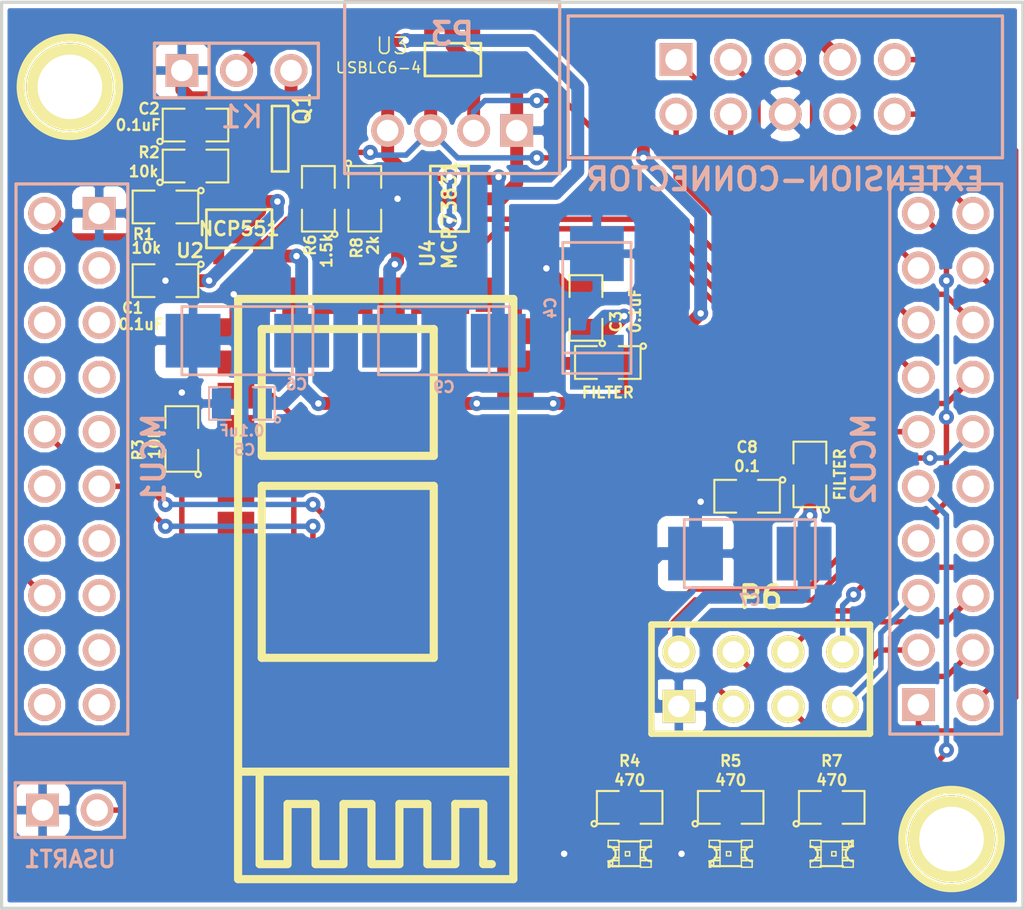
<source format=kicad_pcb>
(kicad_pcb (version 3) (host pcbnew "(2013-may-18)-stable")

  (general
    (links 83)
    (no_connects 0)
    (area 60.905 36.7234 110.735 80.81532)
    (thickness 1.6)
    (drawings 4)
    (tracks 372)
    (zones 0)
    (modules 36)
    (nets 37)
  )

  (page A3)
  (layers
    (15 F.Cu signal)
    (0 B.Cu signal)
    (16 B.Adhes user)
    (17 F.Adhes user)
    (18 B.Paste user)
    (19 F.Paste user)
    (20 B.SilkS user)
    (21 F.SilkS user)
    (22 B.Mask user)
    (23 F.Mask user)
    (24 Dwgs.User user)
    (25 Cmts.User user)
    (26 Eco1.User user)
    (27 Eco2.User user)
    (28 Edge.Cuts user)
  )

  (setup
    (last_trace_width 0.6)
    (trace_clearance 0.15)
    (zone_clearance 0.2)
    (zone_45_only no)
    (trace_min 0.254)
    (segment_width 0.2)
    (edge_width 0.15)
    (via_size 0.7)
    (via_drill 0.3)
    (via_min_size 0.7)
    (via_min_drill 0.3)
    (uvia_size 0.508)
    (uvia_drill 0.127)
    (uvias_allowed no)
    (uvia_min_size 0.508)
    (uvia_min_drill 0.127)
    (pcb_text_width 0.3)
    (pcb_text_size 1 1)
    (mod_edge_width 0.15)
    (mod_text_size 1 1)
    (mod_text_width 0.15)
    (pad_size 1 1)
    (pad_drill 0.6)
    (pad_to_mask_clearance 0)
    (aux_axis_origin 0 0)
    (visible_elements FFFFFFBF)
    (pcbplotparams
      (layerselection 284196865)
      (usegerberextensions true)
      (excludeedgelayer true)
      (linewidth 0.150000)
      (plotframeref false)
      (viasonmask false)
      (mode 1)
      (useauxorigin false)
      (hpglpennumber 1)
      (hpglpenspeed 20)
      (hpglpendiameter 15)
      (hpglpenoverlay 2)
      (psnegative false)
      (psa4output false)
      (plotreference true)
      (plotvalue true)
      (plotothertext true)
      (plotinvisibletext false)
      (padsonsilk false)
      (subtractmaskfromsilk false)
      (outputformat 1)
      (mirror false)
      (drillshape 0)
      (scaleselection 1)
      (outputdirectory plot/))
  )

  (net 0 "")
  (net 1 +3.3V)
  (net 2 GND)
  (net 3 N-0000010)
  (net 4 N-0000011)
  (net 5 N-0000012)
  (net 6 N-0000013)
  (net 7 N-0000014)
  (net 8 N-0000015)
  (net 9 N-0000016)
  (net 10 N-0000017)
  (net 11 N-0000018)
  (net 12 N-0000019)
  (net 13 N-0000020)
  (net 14 N-0000021)
  (net 15 N-0000022)
  (net 16 N-0000023)
  (net 17 N-0000024)
  (net 18 N-0000025)
  (net 19 N-0000026)
  (net 20 N-0000027)
  (net 21 N-0000028)
  (net 22 N-0000029)
  (net 23 N-000003)
  (net 24 N-0000030)
  (net 25 N-0000036)
  (net 26 N-000004)
  (net 27 N-000005)
  (net 28 N-000006)
  (net 29 N-000007)
  (net 30 N-0000075)
  (net 31 N-0000076)
  (net 32 N-0000077)
  (net 33 N-0000078)
  (net 34 N-0000079)
  (net 35 N-000008)
  (net 36 N-000009)

  (net_class Default "This is the default net class."
    (clearance 0.15)
    (trace_width 0.6)
    (via_dia 0.7)
    (via_drill 0.3)
    (uvia_dia 0.508)
    (uvia_drill 0.127)
    (add_net "")
    (add_net +3.3V)
    (add_net GND)
    (add_net N-0000010)
    (add_net N-0000011)
    (add_net N-0000012)
    (add_net N-0000013)
    (add_net N-0000014)
    (add_net N-0000015)
    (add_net N-0000016)
    (add_net N-0000017)
    (add_net N-0000018)
    (add_net N-0000019)
    (add_net N-0000020)
    (add_net N-0000021)
    (add_net N-0000022)
    (add_net N-0000023)
    (add_net N-0000024)
    (add_net N-0000025)
    (add_net N-0000026)
    (add_net N-0000027)
    (add_net N-0000028)
    (add_net N-0000029)
    (add_net N-000003)
    (add_net N-0000030)
    (add_net N-0000036)
    (add_net N-000004)
    (add_net N-000005)
    (add_net N-000006)
    (add_net N-000007)
    (add_net N-0000075)
    (add_net N-0000076)
    (add_net N-0000077)
    (add_net N-0000078)
    (add_net N-0000079)
    (add_net N-000008)
    (add_net N-000009)
  )

  (module SOT23GDS (layer F.Cu) (tedit 56C36F05) (tstamp 56C2CAF7)
    (at 75.184 44.196 90)
    (descr "Module CMS SOT23 Transistore EBC")
    (tags "CMS SOT")
    (path /56AE573B)
    (attr smd)
    (fp_text reference Q1 (at 1.397 1.016 90) (layer F.SilkS)
      (effects (font (size 0.762 0.762) (thickness 0.12954)))
    )
    (fp_text value MOSFET_P (at 0 0 90) (layer F.SilkS) hide
      (effects (font (size 0.762 0.762) (thickness 0.12954)))
    )
    (fp_line (start -1.524 -0.381) (end 1.524 -0.381) (layer F.SilkS) (width 0.11938))
    (fp_line (start 1.524 -0.381) (end 1.524 0.381) (layer F.SilkS) (width 0.11938))
    (fp_line (start 1.524 0.381) (end -1.524 0.381) (layer F.SilkS) (width 0.11938))
    (fp_line (start -1.524 0.381) (end -1.524 -0.381) (layer F.SilkS) (width 0.11938))
    (pad S smd rect (at -0.889 -1.016 90) (size 0.9144 0.9144)
      (layers F.Cu F.Paste F.Mask)
      (net 33 N-0000078)
    )
    (pad G smd rect (at 0.889 -1.016 90) (size 0.9144 0.9144)
      (layers F.Cu F.Paste F.Mask)
      (net 2 GND)
    )
    (pad D smd rect (at 0 1.016 90) (size 0.9144 0.9144)
      (layers F.Cu F.Paste F.Mask)
      (net 24 N-0000030)
    )
    (model smd/cms_sot23.wrl
      (at (xyz 0 0 0))
      (scale (xyz 0.13 0.15 0.15))
      (rotate (xyz 0 0 0))
    )
  )

  (module SOT23_6 (layer F.Cu) (tedit 56C36FC2) (tstamp 56C2CB06)
    (at 83.185 40.513 180)
    (path /56C0AA1E)
    (fp_text reference U3 (at 2.794 0.635 180) (layer F.SilkS)
      (effects (font (size 0.762 0.762) (thickness 0.0762)))
    )
    (fp_text value USBLC6-4 (at 3.429 -0.381 180) (layer F.SilkS)
      (effects (font (size 0.50038 0.50038) (thickness 0.0762)))
    )
    (fp_line (start -0.508 0.762) (end -1.27 0.254) (layer F.SilkS) (width 0.127))
    (fp_line (start 1.27 0.762) (end -1.3335 0.762) (layer F.SilkS) (width 0.127))
    (fp_line (start -1.3335 0.762) (end -1.3335 -0.762) (layer F.SilkS) (width 0.127))
    (fp_line (start -1.3335 -0.762) (end 1.27 -0.762) (layer F.SilkS) (width 0.127))
    (fp_line (start 1.27 -0.762) (end 1.27 0.762) (layer F.SilkS) (width 0.127))
    (pad 6 smd rect (at -0.9525 -1.27 180) (size 0.70104 1.00076)
      (layers F.Cu F.Paste F.Mask)
      (net 11 N-0000018)
    )
    (pad 5 smd rect (at 0 -1.27 180) (size 0.70104 1.00076)
      (layers F.Cu F.Paste F.Mask)
      (net 32 N-0000077)
    )
    (pad 4 smd rect (at 0.9525 -1.27 180) (size 0.70104 1.00076)
      (layers F.Cu F.Paste F.Mask)
      (net 12 N-0000019)
    )
    (pad 3 smd rect (at 0.9525 1.27 180) (size 0.70104 1.00076)
      (layers F.Cu F.Paste F.Mask)
    )
    (pad 2 smd rect (at 0 1.27 180) (size 0.70104 1.00076)
      (layers F.Cu F.Paste F.Mask)
      (net 2 GND)
    )
    (pad 1 smd rect (at -0.9525 1.27 180) (size 0.70104 1.00076)
      (layers F.Cu F.Paste F.Mask)
    )
    (model smd/SOT23_6.wrl
      (at (xyz 0 0 0))
      (scale (xyz 0.11 0.11 0.11))
      (rotate (xyz 0 0 0))
    )
  )

  (module SOT23-5 (layer F.Cu) (tedit 56C36F12) (tstamp 56C2CB13)
    (at 73.279 48.387 180)
    (path /56C0A8B3)
    (attr smd)
    (fp_text reference U2 (at 2.286 -1.016 180) (layer F.SilkS)
      (effects (font (size 0.635 0.635) (thickness 0.127)))
    )
    (fp_text value NCP551 (at 0 0 180) (layer F.SilkS)
      (effects (font (size 0.635 0.635) (thickness 0.127)))
    )
    (fp_line (start 1.524 -0.889) (end 1.524 0.889) (layer F.SilkS) (width 0.127))
    (fp_line (start 1.524 0.889) (end -1.524 0.889) (layer F.SilkS) (width 0.127))
    (fp_line (start -1.524 0.889) (end -1.524 -0.889) (layer F.SilkS) (width 0.127))
    (fp_line (start -1.524 -0.889) (end 1.524 -0.889) (layer F.SilkS) (width 0.127))
    (pad 1 smd rect (at -0.9525 1.27 180) (size 0.508 0.762)
      (layers F.Cu F.Paste F.Mask)
      (net 33 N-0000078)
    )
    (pad 3 smd rect (at 0.9525 1.27 180) (size 0.508 0.762)
      (layers F.Cu F.Paste F.Mask)
      (net 33 N-0000078)
    )
    (pad 5 smd rect (at -0.9525 -1.27 180) (size 0.508 0.762)
      (layers F.Cu F.Paste F.Mask)
      (net 1 +3.3V)
    )
    (pad 2 smd rect (at 0 1.27 180) (size 0.508 0.762)
      (layers F.Cu F.Paste F.Mask)
      (net 2 GND)
    )
    (pad 4 smd rect (at 0.9525 -1.27 180) (size 0.508 0.762)
      (layers F.Cu F.Paste F.Mask)
    )
    (model smd/SOT23_5.wrl
      (at (xyz 0 0 0))
      (scale (xyz 0.1 0.1 0.1))
      (rotate (xyz 0 0 0))
    )
  )

  (module SOT23-5 (layer F.Cu) (tedit 56C36F9F) (tstamp 56C2CB20)
    (at 83.058 46.99 90)
    (path /56C0AA0F)
    (attr smd)
    (fp_text reference U4 (at -2.54 -1.016 90) (layer F.SilkS)
      (effects (font (size 0.635 0.635) (thickness 0.127)))
    )
    (fp_text value MCP73831 (at -0.762 0 90) (layer F.SilkS)
      (effects (font (size 0.635 0.635) (thickness 0.127)))
    )
    (fp_line (start 1.524 -0.889) (end 1.524 0.889) (layer F.SilkS) (width 0.127))
    (fp_line (start 1.524 0.889) (end -1.524 0.889) (layer F.SilkS) (width 0.127))
    (fp_line (start -1.524 0.889) (end -1.524 -0.889) (layer F.SilkS) (width 0.127))
    (fp_line (start -1.524 -0.889) (end 1.524 -0.889) (layer F.SilkS) (width 0.127))
    (pad 1 smd rect (at -0.9525 1.27 90) (size 0.508 0.762)
      (layers F.Cu F.Paste F.Mask)
      (net 25 N-0000036)
    )
    (pad 3 smd rect (at 0.9525 1.27 90) (size 0.508 0.762)
      (layers F.Cu F.Paste F.Mask)
      (net 22 N-0000029)
    )
    (pad 5 smd rect (at -0.9525 -1.27 90) (size 0.508 0.762)
      (layers F.Cu F.Paste F.Mask)
      (net 30 N-0000075)
    )
    (pad 2 smd rect (at 0 1.27 90) (size 0.508 0.762)
      (layers F.Cu F.Paste F.Mask)
      (net 2 GND)
    )
    (pad 4 smd rect (at 0.9525 -1.27 90) (size 0.508 0.762)
      (layers F.Cu F.Paste F.Mask)
      (net 32 N-0000077)
    )
    (model smd/SOT23_5.wrl
      (at (xyz 0 0 0))
      (scale (xyz 0.1 0.1 0.1))
      (rotate (xyz 0 0 0))
    )
  )

  (module SM0805 (layer F.Cu) (tedit 56C36E94) (tstamp 56C2CB2D)
    (at 100.838 75.311)
    (path /56C0AA5A)
    (attr smd)
    (fp_text reference R7 (at 0 -2.159) (layer F.SilkS)
      (effects (font (size 0.50038 0.50038) (thickness 0.10922)))
    )
    (fp_text value 470 (at 0 -1.27) (layer F.SilkS)
      (effects (font (size 0.50038 0.50038) (thickness 0.10922)))
    )
    (fp_circle (center -1.651 0.762) (end -1.651 0.635) (layer F.SilkS) (width 0.09906))
    (fp_line (start -0.508 0.762) (end -1.524 0.762) (layer F.SilkS) (width 0.09906))
    (fp_line (start -1.524 0.762) (end -1.524 -0.762) (layer F.SilkS) (width 0.09906))
    (fp_line (start -1.524 -0.762) (end -0.508 -0.762) (layer F.SilkS) (width 0.09906))
    (fp_line (start 0.508 -0.762) (end 1.524 -0.762) (layer F.SilkS) (width 0.09906))
    (fp_line (start 1.524 -0.762) (end 1.524 0.762) (layer F.SilkS) (width 0.09906))
    (fp_line (start 1.524 0.762) (end 0.508 0.762) (layer F.SilkS) (width 0.09906))
    (pad 1 smd rect (at -0.9525 0) (size 0.889 1.397)
      (layers F.Cu F.Paste F.Mask)
      (net 25 N-0000036)
    )
    (pad 2 smd rect (at 0.9525 0) (size 0.889 1.397)
      (layers F.Cu F.Paste F.Mask)
      (net 31 N-0000076)
    )
    (model smd/chip_cms.wrl
      (at (xyz 0 0 0))
      (scale (xyz 0.1 0.1 0.1))
      (rotate (xyz 0 0 0))
    )
  )

  (module SM0805 (layer F.Cu) (tedit 56C36EA8) (tstamp 56C2CB3A)
    (at 99.822 59.817 90)
    (path /56C0C3DC)
    (attr smd)
    (fp_text reference FB2 (at 0 -0.3175 90) (layer F.SilkS) hide
      (effects (font (size 0.50038 0.50038) (thickness 0.10922)))
    )
    (fp_text value FILTER (at 0 1.397 90) (layer F.SilkS)
      (effects (font (size 0.50038 0.50038) (thickness 0.10922)))
    )
    (fp_circle (center -1.651 0.762) (end -1.651 0.635) (layer F.SilkS) (width 0.09906))
    (fp_line (start -0.508 0.762) (end -1.524 0.762) (layer F.SilkS) (width 0.09906))
    (fp_line (start -1.524 0.762) (end -1.524 -0.762) (layer F.SilkS) (width 0.09906))
    (fp_line (start -1.524 -0.762) (end -0.508 -0.762) (layer F.SilkS) (width 0.09906))
    (fp_line (start 0.508 -0.762) (end 1.524 -0.762) (layer F.SilkS) (width 0.09906))
    (fp_line (start 1.524 -0.762) (end 1.524 0.762) (layer F.SilkS) (width 0.09906))
    (fp_line (start 1.524 0.762) (end 0.508 0.762) (layer F.SilkS) (width 0.09906))
    (pad 1 smd rect (at -0.9525 0 90) (size 0.889 1.397)
      (layers F.Cu F.Paste F.Mask)
      (net 20 N-0000027)
    )
    (pad 2 smd rect (at 0.9525 0 90) (size 0.889 1.397)
      (layers F.Cu F.Paste F.Mask)
      (net 1 +3.3V)
    )
    (model smd/chip_cms.wrl
      (at (xyz 0 0 0))
      (scale (xyz 0.1 0.1 0.1))
      (rotate (xyz 0 0 0))
    )
  )

  (module SM0805 (layer F.Cu) (tedit 56C36EA2) (tstamp 56C2CB47)
    (at 96.901 60.833 180)
    (path /56C0C103)
    (attr smd)
    (fp_text reference C8 (at 0 2.286 180) (layer F.SilkS)
      (effects (font (size 0.50038 0.50038) (thickness 0.10922)))
    )
    (fp_text value 0.1 (at 0 1.397 180) (layer F.SilkS)
      (effects (font (size 0.50038 0.50038) (thickness 0.10922)))
    )
    (fp_circle (center -1.651 0.762) (end -1.651 0.635) (layer F.SilkS) (width 0.09906))
    (fp_line (start -0.508 0.762) (end -1.524 0.762) (layer F.SilkS) (width 0.09906))
    (fp_line (start -1.524 0.762) (end -1.524 -0.762) (layer F.SilkS) (width 0.09906))
    (fp_line (start -1.524 -0.762) (end -0.508 -0.762) (layer F.SilkS) (width 0.09906))
    (fp_line (start 0.508 -0.762) (end 1.524 -0.762) (layer F.SilkS) (width 0.09906))
    (fp_line (start 1.524 -0.762) (end 1.524 0.762) (layer F.SilkS) (width 0.09906))
    (fp_line (start 1.524 0.762) (end 0.508 0.762) (layer F.SilkS) (width 0.09906))
    (pad 1 smd rect (at -0.9525 0 180) (size 0.889 1.397)
      (layers F.Cu F.Paste F.Mask)
      (net 20 N-0000027)
    )
    (pad 2 smd rect (at 0.9525 0 180) (size 0.889 1.397)
      (layers F.Cu F.Paste F.Mask)
      (net 2 GND)
    )
    (model smd/chip_cms.wrl
      (at (xyz 0 0 0))
      (scale (xyz 0.1 0.1 0.1))
      (rotate (xyz 0 0 0))
    )
  )

  (module SM0805 (layer F.Cu) (tedit 56C36F59) (tstamp 56C3726F)
    (at 90.424 54.61 180)
    (path /56C0C595)
    (attr smd)
    (fp_text reference FB1 (at 0 -0.3175 180) (layer F.SilkS) hide
      (effects (font (size 0.50038 0.50038) (thickness 0.10922)))
    )
    (fp_text value FILTER (at 0 -1.397 180) (layer F.SilkS)
      (effects (font (size 0.50038 0.50038) (thickness 0.10922)))
    )
    (fp_circle (center -1.651 0.762) (end -1.651 0.635) (layer F.SilkS) (width 0.09906))
    (fp_line (start -0.508 0.762) (end -1.524 0.762) (layer F.SilkS) (width 0.09906))
    (fp_line (start -1.524 0.762) (end -1.524 -0.762) (layer F.SilkS) (width 0.09906))
    (fp_line (start -1.524 -0.762) (end -0.508 -0.762) (layer F.SilkS) (width 0.09906))
    (fp_line (start 0.508 -0.762) (end 1.524 -0.762) (layer F.SilkS) (width 0.09906))
    (fp_line (start 1.524 -0.762) (end 1.524 0.762) (layer F.SilkS) (width 0.09906))
    (fp_line (start 1.524 0.762) (end 0.508 0.762) (layer F.SilkS) (width 0.09906))
    (pad 1 smd rect (at -0.9525 0 180) (size 0.889 1.397)
      (layers F.Cu F.Paste F.Mask)
      (net 1 +3.3V)
    )
    (pad 2 smd rect (at 0.9525 0 180) (size 0.889 1.397)
      (layers F.Cu F.Paste F.Mask)
      (net 21 N-0000028)
    )
    (model smd/chip_cms.wrl
      (at (xyz 0 0 0))
      (scale (xyz 0.1 0.1 0.1))
      (rotate (xyz 0 0 0))
    )
  )

  (module SM0805 (layer F.Cu) (tedit 56C36F2C) (tstamp 56C2CB61)
    (at 70.612 58.166 90)
    (path /56C0C92B)
    (attr smd)
    (fp_text reference R3 (at -0.508 -2.032 90) (layer F.SilkS)
      (effects (font (size 0.50038 0.50038) (thickness 0.10922)))
    )
    (fp_text value 10k (at -0.254 -1.27 90) (layer F.SilkS)
      (effects (font (size 0.50038 0.50038) (thickness 0.10922)))
    )
    (fp_circle (center -1.651 0.762) (end -1.651 0.635) (layer F.SilkS) (width 0.09906))
    (fp_line (start -0.508 0.762) (end -1.524 0.762) (layer F.SilkS) (width 0.09906))
    (fp_line (start -1.524 0.762) (end -1.524 -0.762) (layer F.SilkS) (width 0.09906))
    (fp_line (start -1.524 -0.762) (end -0.508 -0.762) (layer F.SilkS) (width 0.09906))
    (fp_line (start 0.508 -0.762) (end 1.524 -0.762) (layer F.SilkS) (width 0.09906))
    (fp_line (start 1.524 -0.762) (end 1.524 0.762) (layer F.SilkS) (width 0.09906))
    (fp_line (start 1.524 0.762) (end 0.508 0.762) (layer F.SilkS) (width 0.09906))
    (pad 1 smd rect (at -0.9525 0 90) (size 0.889 1.397)
      (layers F.Cu F.Paste F.Mask)
      (net 19 N-0000026)
    )
    (pad 2 smd rect (at 0.9525 0 90) (size 0.889 1.397)
      (layers F.Cu F.Paste F.Mask)
      (net 2 GND)
    )
    (model smd/chip_cms.wrl
      (at (xyz 0 0 0))
      (scale (xyz 0.1 0.1 0.1))
      (rotate (xyz 0 0 0))
    )
  )

  (module SM0805 (layer F.Cu) (tedit 56C36F49) (tstamp 56C2F66E)
    (at 89.408 52.07 90)
    (path /56C0C0A4)
    (attr smd)
    (fp_text reference C3 (at -0.635 1.397 90) (layer F.SilkS)
      (effects (font (size 0.50038 0.50038) (thickness 0.10922)))
    )
    (fp_text value 0.1uF (at -0.127 2.286 90) (layer F.SilkS)
      (effects (font (size 0.50038 0.50038) (thickness 0.10922)))
    )
    (fp_circle (center -1.651 0.762) (end -1.651 0.635) (layer F.SilkS) (width 0.09906))
    (fp_line (start -0.508 0.762) (end -1.524 0.762) (layer F.SilkS) (width 0.09906))
    (fp_line (start -1.524 0.762) (end -1.524 -0.762) (layer F.SilkS) (width 0.09906))
    (fp_line (start -1.524 -0.762) (end -0.508 -0.762) (layer F.SilkS) (width 0.09906))
    (fp_line (start 0.508 -0.762) (end 1.524 -0.762) (layer F.SilkS) (width 0.09906))
    (fp_line (start 1.524 -0.762) (end 1.524 0.762) (layer F.SilkS) (width 0.09906))
    (fp_line (start 1.524 0.762) (end 0.508 0.762) (layer F.SilkS) (width 0.09906))
    (pad 1 smd rect (at -0.9525 0 90) (size 0.889 1.397)
      (layers F.Cu F.Paste F.Mask)
      (net 21 N-0000028)
    )
    (pad 2 smd rect (at 0.9525 0 90) (size 0.889 1.397)
      (layers F.Cu F.Paste F.Mask)
      (net 2 GND)
    )
    (model smd/chip_cms.wrl
      (at (xyz 0 0 0))
      (scale (xyz 0.1 0.1 0.1))
      (rotate (xyz 0 0 0))
    )
  )

  (module SM0805 (layer F.Cu) (tedit 56C36F8C) (tstamp 56C2CB7B)
    (at 76.962 46.99 90)
    (path /56C0AE28)
    (attr smd)
    (fp_text reference R6 (at -2.159 -0.381 90) (layer F.SilkS)
      (effects (font (size 0.50038 0.50038) (thickness 0.10922)))
    )
    (fp_text value 1.5k (at -2.413 0.381 90) (layer F.SilkS)
      (effects (font (size 0.50038 0.50038) (thickness 0.10922)))
    )
    (fp_circle (center -1.651 0.762) (end -1.651 0.635) (layer F.SilkS) (width 0.09906))
    (fp_line (start -0.508 0.762) (end -1.524 0.762) (layer F.SilkS) (width 0.09906))
    (fp_line (start -1.524 0.762) (end -1.524 -0.762) (layer F.SilkS) (width 0.09906))
    (fp_line (start -1.524 -0.762) (end -0.508 -0.762) (layer F.SilkS) (width 0.09906))
    (fp_line (start 0.508 -0.762) (end 1.524 -0.762) (layer F.SilkS) (width 0.09906))
    (fp_line (start 1.524 -0.762) (end 1.524 0.762) (layer F.SilkS) (width 0.09906))
    (fp_line (start 1.524 0.762) (end 0.508 0.762) (layer F.SilkS) (width 0.09906))
    (pad 1 smd rect (at -0.9525 0 90) (size 0.889 1.397)
      (layers F.Cu F.Paste F.Mask)
      (net 1 +3.3V)
    )
    (pad 2 smd rect (at 0.9525 0 90) (size 0.889 1.397)
      (layers F.Cu F.Paste F.Mask)
      (net 12 N-0000019)
    )
    (model smd/chip_cms.wrl
      (at (xyz 0 0 0))
      (scale (xyz 0.1 0.1 0.1))
      (rotate (xyz 0 0 0))
    )
  )

  (module SM0805 (layer F.Cu) (tedit 56C36E8D) (tstamp 56C2CB88)
    (at 96.139 75.311)
    (path /56C0CA7A)
    (attr smd)
    (fp_text reference R5 (at 0 -2.159) (layer F.SilkS)
      (effects (font (size 0.50038 0.50038) (thickness 0.10922)))
    )
    (fp_text value 470 (at 0 -1.27) (layer F.SilkS)
      (effects (font (size 0.50038 0.50038) (thickness 0.10922)))
    )
    (fp_circle (center -1.651 0.762) (end -1.651 0.635) (layer F.SilkS) (width 0.09906))
    (fp_line (start -0.508 0.762) (end -1.524 0.762) (layer F.SilkS) (width 0.09906))
    (fp_line (start -1.524 0.762) (end -1.524 -0.762) (layer F.SilkS) (width 0.09906))
    (fp_line (start -1.524 -0.762) (end -0.508 -0.762) (layer F.SilkS) (width 0.09906))
    (fp_line (start 0.508 -0.762) (end 1.524 -0.762) (layer F.SilkS) (width 0.09906))
    (fp_line (start 1.524 -0.762) (end 1.524 0.762) (layer F.SilkS) (width 0.09906))
    (fp_line (start 1.524 0.762) (end 0.508 0.762) (layer F.SilkS) (width 0.09906))
    (pad 1 smd rect (at -0.9525 0) (size 0.889 1.397)
      (layers F.Cu F.Paste F.Mask)
      (net 14 N-0000021)
    )
    (pad 2 smd rect (at 0.9525 0) (size 0.889 1.397)
      (layers F.Cu F.Paste F.Mask)
      (net 13 N-0000020)
    )
    (model smd/chip_cms.wrl
      (at (xyz 0 0 0))
      (scale (xyz 0.1 0.1 0.1))
      (rotate (xyz 0 0 0))
    )
  )

  (module SM0805 (layer F.Cu) (tedit 56C36F95) (tstamp 56C2CB95)
    (at 79.121 46.99 270)
    (path /56C0AAF6)
    (attr smd)
    (fp_text reference R8 (at 2.286 0.381 270) (layer F.SilkS)
      (effects (font (size 0.50038 0.50038) (thickness 0.10922)))
    )
    (fp_text value 2k (at 2.159 -0.381 270) (layer F.SilkS)
      (effects (font (size 0.50038 0.50038) (thickness 0.10922)))
    )
    (fp_circle (center -1.651 0.762) (end -1.651 0.635) (layer F.SilkS) (width 0.09906))
    (fp_line (start -0.508 0.762) (end -1.524 0.762) (layer F.SilkS) (width 0.09906))
    (fp_line (start -1.524 0.762) (end -1.524 -0.762) (layer F.SilkS) (width 0.09906))
    (fp_line (start -1.524 -0.762) (end -0.508 -0.762) (layer F.SilkS) (width 0.09906))
    (fp_line (start 0.508 -0.762) (end 1.524 -0.762) (layer F.SilkS) (width 0.09906))
    (fp_line (start 1.524 -0.762) (end 1.524 0.762) (layer F.SilkS) (width 0.09906))
    (fp_line (start 1.524 0.762) (end 0.508 0.762) (layer F.SilkS) (width 0.09906))
    (pad 1 smd rect (at -0.9525 0 270) (size 0.889 1.397)
      (layers F.Cu F.Paste F.Mask)
      (net 2 GND)
    )
    (pad 2 smd rect (at 0.9525 0 270) (size 0.889 1.397)
      (layers F.Cu F.Paste F.Mask)
      (net 30 N-0000075)
    )
    (model smd/chip_cms.wrl
      (at (xyz 0 0 0))
      (scale (xyz 0.1 0.1 0.1))
      (rotate (xyz 0 0 0))
    )
  )

  (module SM0805 (layer F.Cu) (tedit 56C36E83) (tstamp 56C2CBA2)
    (at 91.44 75.311)
    (path /56C0CA98)
    (attr smd)
    (fp_text reference R4 (at 0 -2.159) (layer F.SilkS)
      (effects (font (size 0.50038 0.50038) (thickness 0.10922)))
    )
    (fp_text value 470 (at 0 -1.27) (layer F.SilkS)
      (effects (font (size 0.50038 0.50038) (thickness 0.10922)))
    )
    (fp_circle (center -1.651 0.762) (end -1.651 0.635) (layer F.SilkS) (width 0.09906))
    (fp_line (start -0.508 0.762) (end -1.524 0.762) (layer F.SilkS) (width 0.09906))
    (fp_line (start -1.524 0.762) (end -1.524 -0.762) (layer F.SilkS) (width 0.09906))
    (fp_line (start -1.524 -0.762) (end -0.508 -0.762) (layer F.SilkS) (width 0.09906))
    (fp_line (start 0.508 -0.762) (end 1.524 -0.762) (layer F.SilkS) (width 0.09906))
    (fp_line (start 1.524 -0.762) (end 1.524 0.762) (layer F.SilkS) (width 0.09906))
    (fp_line (start 1.524 0.762) (end 0.508 0.762) (layer F.SilkS) (width 0.09906))
    (pad 1 smd rect (at -0.9525 0) (size 0.889 1.397)
      (layers F.Cu F.Paste F.Mask)
      (net 16 N-0000023)
    )
    (pad 2 smd rect (at 0.9525 0) (size 0.889 1.397)
      (layers F.Cu F.Paste F.Mask)
      (net 15 N-0000022)
    )
    (model smd/chip_cms.wrl
      (at (xyz 0 0 0))
      (scale (xyz 0.1 0.1 0.1))
      (rotate (xyz 0 0 0))
    )
  )

  (module SM0805 (layer F.Cu) (tedit 56C36EF7) (tstamp 56C2CBAF)
    (at 71.247 43.561)
    (path /56C0A815)
    (attr smd)
    (fp_text reference C2 (at -2.159 -0.762) (layer F.SilkS)
      (effects (font (size 0.50038 0.50038) (thickness 0.10922)))
    )
    (fp_text value 0.1uF (at -2.667 0) (layer F.SilkS)
      (effects (font (size 0.50038 0.50038) (thickness 0.10922)))
    )
    (fp_circle (center -1.651 0.762) (end -1.651 0.635) (layer F.SilkS) (width 0.09906))
    (fp_line (start -0.508 0.762) (end -1.524 0.762) (layer F.SilkS) (width 0.09906))
    (fp_line (start -1.524 0.762) (end -1.524 -0.762) (layer F.SilkS) (width 0.09906))
    (fp_line (start -1.524 -0.762) (end -0.508 -0.762) (layer F.SilkS) (width 0.09906))
    (fp_line (start 0.508 -0.762) (end 1.524 -0.762) (layer F.SilkS) (width 0.09906))
    (fp_line (start 1.524 -0.762) (end 1.524 0.762) (layer F.SilkS) (width 0.09906))
    (fp_line (start 1.524 0.762) (end 0.508 0.762) (layer F.SilkS) (width 0.09906))
    (pad 1 smd rect (at -0.9525 0) (size 0.889 1.397)
      (layers F.Cu F.Paste F.Mask)
      (net 34 N-0000079)
    )
    (pad 2 smd rect (at 0.9525 0) (size 0.889 1.397)
      (layers F.Cu F.Paste F.Mask)
      (net 2 GND)
    )
    (model smd/chip_cms.wrl
      (at (xyz 0 0 0))
      (scale (xyz 0.1 0.1 0.1))
      (rotate (xyz 0 0 0))
    )
  )

  (module SM0805 (layer F.Cu) (tedit 56C36EFC) (tstamp 56C2FC31)
    (at 71.247 45.466)
    (path /56C0A79F)
    (attr smd)
    (fp_text reference R2 (at -2.159 -0.635) (layer F.SilkS)
      (effects (font (size 0.50038 0.50038) (thickness 0.10922)))
    )
    (fp_text value 10k (at -2.413 0.254) (layer F.SilkS)
      (effects (font (size 0.50038 0.50038) (thickness 0.10922)))
    )
    (fp_circle (center -1.651 0.762) (end -1.651 0.635) (layer F.SilkS) (width 0.09906))
    (fp_line (start -0.508 0.762) (end -1.524 0.762) (layer F.SilkS) (width 0.09906))
    (fp_line (start -1.524 0.762) (end -1.524 -0.762) (layer F.SilkS) (width 0.09906))
    (fp_line (start -1.524 -0.762) (end -0.508 -0.762) (layer F.SilkS) (width 0.09906))
    (fp_line (start 0.508 -0.762) (end 1.524 -0.762) (layer F.SilkS) (width 0.09906))
    (fp_line (start 1.524 -0.762) (end 1.524 0.762) (layer F.SilkS) (width 0.09906))
    (fp_line (start 1.524 0.762) (end 0.508 0.762) (layer F.SilkS) (width 0.09906))
    (pad 1 smd rect (at -0.9525 0) (size 0.889 1.397)
      (layers F.Cu F.Paste F.Mask)
      (net 34 N-0000079)
    )
    (pad 2 smd rect (at 0.9525 0) (size 0.889 1.397)
      (layers F.Cu F.Paste F.Mask)
      (net 2 GND)
    )
    (model smd/chip_cms.wrl
      (at (xyz 0 0 0))
      (scale (xyz 0.1 0.1 0.1))
      (rotate (xyz 0 0 0))
    )
  )

  (module SM0805 (layer F.Cu) (tedit 56C36F1D) (tstamp 56C2FC3F)
    (at 69.85 47.371 180)
    (path /56C0A790)
    (attr smd)
    (fp_text reference R1 (at 1.016 -1.27 180) (layer F.SilkS)
      (effects (font (size 0.50038 0.50038) (thickness 0.10922)))
    )
    (fp_text value 10k (at 0.889 -1.905 180) (layer F.SilkS)
      (effects (font (size 0.50038 0.50038) (thickness 0.10922)))
    )
    (fp_circle (center -1.651 0.762) (end -1.651 0.635) (layer F.SilkS) (width 0.09906))
    (fp_line (start -0.508 0.762) (end -1.524 0.762) (layer F.SilkS) (width 0.09906))
    (fp_line (start -1.524 0.762) (end -1.524 -0.762) (layer F.SilkS) (width 0.09906))
    (fp_line (start -1.524 -0.762) (end -0.508 -0.762) (layer F.SilkS) (width 0.09906))
    (fp_line (start 0.508 -0.762) (end 1.524 -0.762) (layer F.SilkS) (width 0.09906))
    (fp_line (start 1.524 -0.762) (end 1.524 0.762) (layer F.SilkS) (width 0.09906))
    (fp_line (start 1.524 0.762) (end 0.508 0.762) (layer F.SilkS) (width 0.09906))
    (pad 1 smd rect (at -0.9525 0 180) (size 0.889 1.397)
      (layers F.Cu F.Paste F.Mask)
      (net 33 N-0000078)
    )
    (pad 2 smd rect (at 0.9525 0 180) (size 0.889 1.397)
      (layers F.Cu F.Paste F.Mask)
      (net 34 N-0000079)
    )
    (model smd/chip_cms.wrl
      (at (xyz 0 0 0))
      (scale (xyz 0.1 0.1 0.1))
      (rotate (xyz 0 0 0))
    )
  )

  (module SM0805 (layer B.Cu) (tedit 56C37312) (tstamp 56C2CBD6)
    (at 73.406 56.515 180)
    (path /56AE571D)
    (attr smd)
    (fp_text reference C5 (at -0.127 -2.159 180) (layer B.SilkS)
      (effects (font (size 0.50038 0.50038) (thickness 0.10922)) (justify mirror))
    )
    (fp_text value 0.1uF (at 0 -1.27 180) (layer B.SilkS)
      (effects (font (size 0.50038 0.50038) (thickness 0.10922)) (justify mirror))
    )
    (fp_circle (center -1.651 -0.762) (end -1.651 -0.635) (layer B.SilkS) (width 0.09906))
    (fp_line (start -0.508 -0.762) (end -1.524 -0.762) (layer B.SilkS) (width 0.09906))
    (fp_line (start -1.524 -0.762) (end -1.524 0.762) (layer B.SilkS) (width 0.09906))
    (fp_line (start -1.524 0.762) (end -0.508 0.762) (layer B.SilkS) (width 0.09906))
    (fp_line (start 0.508 0.762) (end 1.524 0.762) (layer B.SilkS) (width 0.09906))
    (fp_line (start 1.524 0.762) (end 1.524 -0.762) (layer B.SilkS) (width 0.09906))
    (fp_line (start 1.524 -0.762) (end 0.508 -0.762) (layer B.SilkS) (width 0.09906))
    (pad 1 smd rect (at -0.9525 0 180) (size 0.889 1.397)
      (layers B.Cu B.Paste B.Mask)
      (net 1 +3.3V)
    )
    (pad 2 smd rect (at 0.9525 0 180) (size 0.889 1.397)
      (layers B.Cu B.Paste B.Mask)
      (net 2 GND)
    )
    (model smd/chip_cms.wrl
      (at (xyz 0 0 0))
      (scale (xyz 0.1 0.1 0.1))
      (rotate (xyz 0 0 0))
    )
  )

  (module SM0805 (layer F.Cu) (tedit 56C36F24) (tstamp 56C2CBE3)
    (at 69.85 50.8 180)
    (path /56AE570E)
    (attr smd)
    (fp_text reference C1 (at 1.524 -1.27 180) (layer F.SilkS)
      (effects (font (size 0.50038 0.50038) (thickness 0.10922)))
    )
    (fp_text value 0.1uF (at 1.143 -2.032 180) (layer F.SilkS)
      (effects (font (size 0.50038 0.50038) (thickness 0.10922)))
    )
    (fp_circle (center -1.651 0.762) (end -1.651 0.635) (layer F.SilkS) (width 0.09906))
    (fp_line (start -0.508 0.762) (end -1.524 0.762) (layer F.SilkS) (width 0.09906))
    (fp_line (start -1.524 0.762) (end -1.524 -0.762) (layer F.SilkS) (width 0.09906))
    (fp_line (start -1.524 -0.762) (end -0.508 -0.762) (layer F.SilkS) (width 0.09906))
    (fp_line (start 0.508 -0.762) (end 1.524 -0.762) (layer F.SilkS) (width 0.09906))
    (fp_line (start 1.524 -0.762) (end 1.524 0.762) (layer F.SilkS) (width 0.09906))
    (fp_line (start 1.524 0.762) (end 0.508 0.762) (layer F.SilkS) (width 0.09906))
    (pad 1 smd rect (at -0.9525 0 180) (size 0.889 1.397)
      (layers F.Cu F.Paste F.Mask)
      (net 33 N-0000078)
    )
    (pad 2 smd rect (at 0.9525 0 180) (size 0.889 1.397)
      (layers F.Cu F.Paste F.Mask)
      (net 2 GND)
    )
    (model smd/chip_cms.wrl
      (at (xyz 0 0 0))
      (scale (xyz 0.1 0.1 0.1))
      (rotate (xyz 0 0 0))
    )
  )

  (module pin_array_4x2 (layer F.Cu) (tedit 3FAB90E6) (tstamp 56C2CC05)
    (at 97.536 69.342)
    (descr "Double rangee de contacts 2 x 4 pins")
    (tags CONN)
    (path /56C0B394)
    (fp_text reference P6 (at 0 -3.81) (layer F.SilkS)
      (effects (font (size 1.016 1.016) (thickness 0.2032)))
    )
    (fp_text value NRF24L01 (at 0 3.81) (layer F.SilkS) hide
      (effects (font (size 1.016 1.016) (thickness 0.2032)))
    )
    (fp_line (start -5.08 -2.54) (end 5.08 -2.54) (layer F.SilkS) (width 0.3048))
    (fp_line (start 5.08 -2.54) (end 5.08 2.54) (layer F.SilkS) (width 0.3048))
    (fp_line (start 5.08 2.54) (end -5.08 2.54) (layer F.SilkS) (width 0.3048))
    (fp_line (start -5.08 2.54) (end -5.08 -2.54) (layer F.SilkS) (width 0.3048))
    (pad 1 thru_hole rect (at -3.81 1.27) (size 1.524 1.524) (drill 1)
      (layers *.Cu *.Mask F.SilkS)
      (net 2 GND)
    )
    (pad 2 thru_hole circle (at -3.81 -1.27) (size 1.524 1.524) (drill 1)
      (layers *.Cu *.Mask F.SilkS)
      (net 20 N-0000027)
    )
    (pad 3 thru_hole circle (at -1.27 1.27) (size 1.524 1.524) (drill 1)
      (layers *.Cu *.Mask F.SilkS)
      (net 4 N-0000011)
    )
    (pad 4 thru_hole circle (at -1.27 -1.27) (size 1.524 1.524) (drill 1)
      (layers *.Cu *.Mask F.SilkS)
      (net 5 N-0000012)
    )
    (pad 5 thru_hole circle (at 1.27 1.27) (size 1.524 1.524) (drill 1)
      (layers *.Cu *.Mask F.SilkS)
      (net 6 N-0000013)
    )
    (pad 6 thru_hole circle (at 1.27 -1.27) (size 1.524 1.524) (drill 1)
      (layers *.Cu *.Mask F.SilkS)
      (net 7 N-0000014)
    )
    (pad 7 thru_hole circle (at 3.81 1.27) (size 1.524 1.524) (drill 1)
      (layers *.Cu *.Mask F.SilkS)
      (net 8 N-0000015)
    )
    (pad 8 thru_hole circle (at 3.81 -1.27) (size 1.524 1.524) (drill 1)
      (layers *.Cu *.Mask F.SilkS)
      (net 3 N-0000010)
    )
    (model pin_array/pins_array_4x2.wrl
      (at (xyz 0 0 0))
      (scale (xyz 1 1 1))
      (rotate (xyz 0 0 0))
    )
  )

  (module PIN_ARRAY_3X1 (layer B.Cu) (tedit 4C1130E0) (tstamp 56C2CC11)
    (at 73.152 41.021)
    (descr "Connecteur 3 pins")
    (tags "CONN DEV")
    (path /56C0A76A)
    (fp_text reference K1 (at 0.254 2.159) (layer B.SilkS)
      (effects (font (size 1.016 1.016) (thickness 0.1524)) (justify mirror))
    )
    (fp_text value Battery (at 0 2.159) (layer B.SilkS) hide
      (effects (font (size 1.016 1.016) (thickness 0.1524)) (justify mirror))
    )
    (fp_line (start -3.81 -1.27) (end -3.81 1.27) (layer B.SilkS) (width 0.1524))
    (fp_line (start -3.81 1.27) (end 3.81 1.27) (layer B.SilkS) (width 0.1524))
    (fp_line (start 3.81 1.27) (end 3.81 -1.27) (layer B.SilkS) (width 0.1524))
    (fp_line (start 3.81 -1.27) (end -3.81 -1.27) (layer B.SilkS) (width 0.1524))
    (fp_line (start -1.27 1.27) (end -1.27 -1.27) (layer B.SilkS) (width 0.1524))
    (pad 1 thru_hole rect (at -2.54 0) (size 1.524 1.524) (drill 1)
      (layers *.Cu *.Mask B.SilkS)
      (net 2 GND)
    )
    (pad 2 thru_hole circle (at 0 0) (size 1.524 1.524) (drill 1)
      (layers *.Cu *.Mask B.SilkS)
      (net 22 N-0000029)
    )
    (pad 3 thru_hole circle (at 2.54 0) (size 1.524 1.524) (drill 1)
      (layers *.Cu *.Mask B.SilkS)
      (net 24 N-0000030)
    )
    (model pin_array/pins_array_3x1.wrl
      (at (xyz 0 0 0))
      (scale (xyz 1 1 1))
      (rotate (xyz 0 0 0))
    )
  )

  (module PIN_ARRAY_2X1 (layer B.Cu) (tedit 56C36ED0) (tstamp 56C2CC1B)
    (at 65.405 75.438)
    (descr "Connecteurs 2 pins")
    (tags "CONN DEV")
    (path /56C0B187)
    (fp_text reference P2 (at 0 1.905) (layer B.SilkS) hide
      (effects (font (size 0.762 0.762) (thickness 0.1524)) (justify mirror))
    )
    (fp_text value USART1 (at 0 2.286) (layer B.SilkS)
      (effects (font (size 0.762 0.762) (thickness 0.1524)) (justify mirror))
    )
    (fp_line (start -2.54 -1.27) (end -2.54 1.27) (layer B.SilkS) (width 0.1524))
    (fp_line (start -2.54 1.27) (end 2.54 1.27) (layer B.SilkS) (width 0.1524))
    (fp_line (start 2.54 1.27) (end 2.54 -1.27) (layer B.SilkS) (width 0.1524))
    (fp_line (start 2.54 -1.27) (end -2.54 -1.27) (layer B.SilkS) (width 0.1524))
    (pad 1 thru_hole rect (at -1.27 0) (size 1.524 1.524) (drill 1)
      (layers *.Cu *.Mask B.SilkS)
      (net 2 GND)
    )
    (pad 2 thru_hole circle (at 1.27 0) (size 1.524 1.524) (drill 1)
      (layers *.Cu *.Mask B.SilkS)
      (net 9 N-0000016)
    )
    (model pin_array/pins_array_2x1.wrl
      (at (xyz 0 0 0))
      (scale (xyz 1 1 1))
      (rotate (xyz 0 0 0))
    )
  )

  (module pin_array_10x2 (layer B.Cu) (tedit 56C36EAD) (tstamp 56C2CC37)
    (at 106.14 59.1 90)
    (tags CONN)
    (path /56C0AC39)
    (fp_text reference P4 (at 0 3.81 90) (layer B.SilkS) hide
      (effects (font (size 1.016 1.016) (thickness 0.254)) (justify mirror))
    )
    (fp_text value MCU2 (at 0 -3.81 90) (layer B.SilkS)
      (effects (font (size 1.016 1.016) (thickness 0.2032)) (justify mirror))
    )
    (fp_line (start -12.8 2.6) (end 12.8 2.6) (layer B.SilkS) (width 0.15))
    (fp_line (start 12.8 2.6) (end 12.8 -2.6) (layer B.SilkS) (width 0.15))
    (fp_line (start 12.8 -2.6) (end -12.8 -2.6) (layer B.SilkS) (width 0.15))
    (fp_line (start -12.8 -2.6) (end -12.8 2.6) (layer B.SilkS) (width 0.15))
    (pad 1 thru_hole rect (at -11.43 -1.27 90) (size 1.524 1.524) (drill 1)
      (layers *.Cu *.Mask B.SilkS)
      (net 35 N-000008)
    )
    (pad 2 thru_hole circle (at -11.43 1.27 90) (size 1.524 1.524) (drill 1)
      (layers *.Cu *.Mask B.SilkS)
      (net 36 N-000009)
    )
    (pad 3 thru_hole circle (at -8.89 -1.27 90) (size 1.524 1.524) (drill 1)
      (layers *.Cu *.Mask B.SilkS)
      (net 5 N-0000012)
    )
    (pad 4 thru_hole circle (at -8.89 1.27 90) (size 1.524 1.524) (drill 1)
      (layers *.Cu *.Mask B.SilkS)
      (net 6 N-0000013)
    )
    (pad 5 thru_hole circle (at -6.35 -1.27 90) (size 1.524 1.524) (drill 1)
      (layers *.Cu *.Mask B.SilkS)
      (net 8 N-0000015)
    )
    (pad 6 thru_hole circle (at -6.35 1.27 90) (size 1.524 1.524) (drill 1)
      (layers *.Cu *.Mask B.SilkS)
      (net 7 N-0000014)
    )
    (pad 7 thru_hole circle (at -3.81 -1.27 90) (size 1.524 1.524) (drill 1)
      (layers *.Cu *.Mask B.SilkS)
    )
    (pad 8 thru_hole circle (at -3.81 1.27 90) (size 1.524 1.524) (drill 1)
      (layers *.Cu *.Mask B.SilkS)
    )
    (pad 9 thru_hole circle (at -1.27 -1.27 90) (size 1.524 1.524) (drill 1)
      (layers *.Cu *.Mask B.SilkS)
      (net 9 N-0000016)
    )
    (pad 10 thru_hole circle (at -1.27 1.27 90) (size 1.524 1.524) (drill 1)
      (layers *.Cu *.Mask B.SilkS)
    )
    (pad 11 thru_hole circle (at 1.27 -1.27 90) (size 1.524 1.524) (drill 1)
      (layers *.Cu *.Mask B.SilkS)
      (net 11 N-0000018)
    )
    (pad 12 thru_hole circle (at 1.27 1.27 90) (size 1.524 1.524) (drill 1)
      (layers *.Cu *.Mask B.SilkS)
      (net 12 N-0000019)
    )
    (pad 13 thru_hole circle (at 3.81 -1.27 90) (size 1.524 1.524) (drill 1)
      (layers *.Cu *.Mask B.SilkS)
      (net 23 N-000003)
    )
    (pad 14 thru_hole circle (at 3.81 1.27 90) (size 1.524 1.524) (drill 1)
      (layers *.Cu *.Mask B.SilkS)
      (net 26 N-000004)
    )
    (pad 15 thru_hole circle (at 6.35 -1.27 90) (size 1.524 1.524) (drill 1)
      (layers *.Cu *.Mask B.SilkS)
      (net 28 N-000006)
    )
    (pad 16 thru_hole circle (at 6.35 1.27 90) (size 1.524 1.524) (drill 1)
      (layers *.Cu *.Mask B.SilkS)
      (net 27 N-000005)
    )
    (pad 17 thru_hole circle (at 8.89 -1.27 90) (size 1.524 1.524) (drill 1)
      (layers *.Cu *.Mask B.SilkS)
      (net 29 N-000007)
    )
    (pad 18 thru_hole circle (at 8.89 1.27 90) (size 1.524 1.524) (drill 1)
      (layers *.Cu *.Mask B.SilkS)
      (net 4 N-0000011)
    )
    (pad 19 thru_hole circle (at 11.43 -1.27 90) (size 1.524 1.524) (drill 1)
      (layers *.Cu *.Mask B.SilkS)
      (net 3 N-0000010)
    )
    (pad 20 thru_hole circle (at 11.43 1.27 90) (size 1.524 1.524) (drill 1)
      (layers *.Cu *.Mask B.SilkS)
      (net 10 N-0000017)
    )
  )

  (module pin_array_10x2 (layer B.Cu) (tedit 56C36EBE) (tstamp 56C2CC53)
    (at 65.5 59.1 270)
    (tags CONN)
    (path /56AE56C8)
    (fp_text reference P1 (at 0 3.81 270) (layer B.SilkS) hide
      (effects (font (size 1.016 1.016) (thickness 0.254)) (justify mirror))
    )
    (fp_text value MCU1 (at 0 -3.81 270) (layer B.SilkS)
      (effects (font (size 1.016 1.016) (thickness 0.2032)) (justify mirror))
    )
    (fp_line (start -12.8 2.6) (end 12.8 2.6) (layer B.SilkS) (width 0.15))
    (fp_line (start 12.8 2.6) (end 12.8 -2.6) (layer B.SilkS) (width 0.15))
    (fp_line (start 12.8 -2.6) (end -12.8 -2.6) (layer B.SilkS) (width 0.15))
    (fp_line (start -12.8 -2.6) (end -12.8 2.6) (layer B.SilkS) (width 0.15))
    (pad 1 thru_hole rect (at -11.43 -1.27 270) (size 1.524 1.524) (drill 1)
      (layers *.Cu *.Mask B.SilkS)
      (net 2 GND)
    )
    (pad 2 thru_hole circle (at -11.43 1.27 270) (size 1.524 1.524) (drill 1)
      (layers *.Cu *.Mask B.SilkS)
      (net 1 +3.3V)
    )
    (pad 3 thru_hole circle (at -8.89 -1.27 270) (size 1.524 1.524) (drill 1)
      (layers *.Cu *.Mask B.SilkS)
    )
    (pad 4 thru_hole circle (at -8.89 1.27 270) (size 1.524 1.524) (drill 1)
      (layers *.Cu *.Mask B.SilkS)
    )
    (pad 5 thru_hole circle (at -6.35 -1.27 270) (size 1.524 1.524) (drill 1)
      (layers *.Cu *.Mask B.SilkS)
    )
    (pad 6 thru_hole circle (at -6.35 1.27 270) (size 1.524 1.524) (drill 1)
      (layers *.Cu *.Mask B.SilkS)
    )
    (pad 7 thru_hole circle (at -3.81 -1.27 270) (size 1.524 1.524) (drill 1)
      (layers *.Cu *.Mask B.SilkS)
    )
    (pad 8 thru_hole circle (at -3.81 1.27 270) (size 1.524 1.524) (drill 1)
      (layers *.Cu *.Mask B.SilkS)
    )
    (pad 9 thru_hole circle (at -1.27 -1.27 270) (size 1.524 1.524) (drill 1)
      (layers *.Cu *.Mask B.SilkS)
    )
    (pad 10 thru_hole circle (at -1.27 1.27 270) (size 1.524 1.524) (drill 1)
      (layers *.Cu *.Mask B.SilkS)
      (net 18 N-0000025)
    )
    (pad 11 thru_hole circle (at 1.27 -1.27 270) (size 1.524 1.524) (drill 1)
      (layers *.Cu *.Mask B.SilkS)
      (net 17 N-0000024)
    )
    (pad 12 thru_hole circle (at 1.27 1.27 270) (size 1.524 1.524) (drill 1)
      (layers *.Cu *.Mask B.SilkS)
    )
    (pad 13 thru_hole circle (at 3.81 -1.27 270) (size 1.524 1.524) (drill 1)
      (layers *.Cu *.Mask B.SilkS)
    )
    (pad 14 thru_hole circle (at 3.81 1.27 270) (size 1.524 1.524) (drill 1)
      (layers *.Cu *.Mask B.SilkS)
    )
    (pad 15 thru_hole circle (at 6.35 -1.27 270) (size 1.524 1.524) (drill 1)
      (layers *.Cu *.Mask B.SilkS)
    )
    (pad 16 thru_hole circle (at 6.35 1.27 270) (size 1.524 1.524) (drill 1)
      (layers *.Cu *.Mask B.SilkS)
      (net 34 N-0000079)
    )
    (pad 17 thru_hole circle (at 8.89 -1.27 270) (size 1.524 1.524) (drill 1)
      (layers *.Cu *.Mask B.SilkS)
    )
    (pad 18 thru_hole circle (at 8.89 1.27 270) (size 1.524 1.524) (drill 1)
      (layers *.Cu *.Mask B.SilkS)
    )
    (pad 19 thru_hole circle (at 11.43 -1.27 270) (size 1.524 1.524) (drill 1)
      (layers *.Cu *.Mask B.SilkS)
    )
    (pad 20 thru_hole circle (at 11.43 1.27 270) (size 1.524 1.524) (drill 1)
      (layers *.Cu *.Mask B.SilkS)
    )
  )

  (module PIN_ARRAY-4X1-2mm-horiz (layer B.Cu) (tedit 54E63A57) (tstamp 56C2CC5F)
    (at 83.185 43.815 180)
    (descr "Connector 7 pins")
    (tags "CONN DEV")
    (path /56C0AA4B)
    (fp_text reference P3 (at 0 4.5 180) (layer B.SilkS)
      (effects (font (size 1.016 1.016) (thickness 0.2032)) (justify mirror))
    )
    (fp_text value USB (at 0 2.5 180) (layer B.SilkS) hide
      (effects (font (size 1.016 0.889) (thickness 0.2032)) (justify mirror))
    )
    (fp_line (start -5 -2) (end 5 -2) (layer B.SilkS) (width 0.15))
    (fp_line (start 5 -2) (end 5 6) (layer B.SilkS) (width 0.15))
    (fp_line (start 5 6) (end -5 6) (layer B.SilkS) (width 0.15))
    (fp_line (start -5 -2) (end -5 6) (layer B.SilkS) (width 0.15))
    (pad 1 thru_hole rect (at -3 0 180) (size 1.524 1.524) (drill 1)
      (layers *.Cu *.Mask B.SilkS)
      (net 2 GND)
    )
    (pad 2 thru_hole circle (at -1 0 180) (size 1.524 1.524) (drill 1)
      (layers *.Cu *.Mask B.SilkS)
      (net 11 N-0000018)
    )
    (pad 3 thru_hole circle (at 1 0 180) (size 1.524 1.524) (drill 1)
      (layers *.Cu *.Mask B.SilkS)
      (net 12 N-0000019)
    )
    (pad 4 thru_hole circle (at 3 0 180) (size 1.524 1.524) (drill 1)
      (layers *.Cu *.Mask B.SilkS)
      (net 32 N-0000077)
    )
  )

  (module LED-0805 (layer F.Cu) (tedit 56C36E75) (tstamp 56C2CC9A)
    (at 96.139 77.47 180)
    (descr "LED 0805 smd package")
    (tags "LED 0805 SMD")
    (path /56C0CAB6)
    (attr smd)
    (fp_text reference D2 (at 0 -1.27 180) (layer F.SilkS) hide
      (effects (font (size 0.762 0.762) (thickness 0.127)))
    )
    (fp_text value LED (at 0 1.27 180) (layer F.SilkS) hide
      (effects (font (size 0.762 0.762) (thickness 0.127)))
    )
    (fp_line (start 0.49784 0.29972) (end 0.49784 0.62484) (layer F.SilkS) (width 0.06604))
    (fp_line (start 0.49784 0.62484) (end 0.99822 0.62484) (layer F.SilkS) (width 0.06604))
    (fp_line (start 0.99822 0.29972) (end 0.99822 0.62484) (layer F.SilkS) (width 0.06604))
    (fp_line (start 0.49784 0.29972) (end 0.99822 0.29972) (layer F.SilkS) (width 0.06604))
    (fp_line (start 0.49784 -0.32258) (end 0.49784 -0.17272) (layer F.SilkS) (width 0.06604))
    (fp_line (start 0.49784 -0.17272) (end 0.7493 -0.17272) (layer F.SilkS) (width 0.06604))
    (fp_line (start 0.7493 -0.32258) (end 0.7493 -0.17272) (layer F.SilkS) (width 0.06604))
    (fp_line (start 0.49784 -0.32258) (end 0.7493 -0.32258) (layer F.SilkS) (width 0.06604))
    (fp_line (start 0.49784 0.17272) (end 0.49784 0.32258) (layer F.SilkS) (width 0.06604))
    (fp_line (start 0.49784 0.32258) (end 0.7493 0.32258) (layer F.SilkS) (width 0.06604))
    (fp_line (start 0.7493 0.17272) (end 0.7493 0.32258) (layer F.SilkS) (width 0.06604))
    (fp_line (start 0.49784 0.17272) (end 0.7493 0.17272) (layer F.SilkS) (width 0.06604))
    (fp_line (start 0.49784 -0.19812) (end 0.49784 0.19812) (layer F.SilkS) (width 0.06604))
    (fp_line (start 0.49784 0.19812) (end 0.6731 0.19812) (layer F.SilkS) (width 0.06604))
    (fp_line (start 0.6731 -0.19812) (end 0.6731 0.19812) (layer F.SilkS) (width 0.06604))
    (fp_line (start 0.49784 -0.19812) (end 0.6731 -0.19812) (layer F.SilkS) (width 0.06604))
    (fp_line (start -0.99822 0.29972) (end -0.99822 0.62484) (layer F.SilkS) (width 0.06604))
    (fp_line (start -0.99822 0.62484) (end -0.49784 0.62484) (layer F.SilkS) (width 0.06604))
    (fp_line (start -0.49784 0.29972) (end -0.49784 0.62484) (layer F.SilkS) (width 0.06604))
    (fp_line (start -0.99822 0.29972) (end -0.49784 0.29972) (layer F.SilkS) (width 0.06604))
    (fp_line (start -0.99822 -0.62484) (end -0.99822 -0.29972) (layer F.SilkS) (width 0.06604))
    (fp_line (start -0.99822 -0.29972) (end -0.49784 -0.29972) (layer F.SilkS) (width 0.06604))
    (fp_line (start -0.49784 -0.62484) (end -0.49784 -0.29972) (layer F.SilkS) (width 0.06604))
    (fp_line (start -0.99822 -0.62484) (end -0.49784 -0.62484) (layer F.SilkS) (width 0.06604))
    (fp_line (start -0.7493 0.17272) (end -0.7493 0.32258) (layer F.SilkS) (width 0.06604))
    (fp_line (start -0.7493 0.32258) (end -0.49784 0.32258) (layer F.SilkS) (width 0.06604))
    (fp_line (start -0.49784 0.17272) (end -0.49784 0.32258) (layer F.SilkS) (width 0.06604))
    (fp_line (start -0.7493 0.17272) (end -0.49784 0.17272) (layer F.SilkS) (width 0.06604))
    (fp_line (start -0.7493 -0.32258) (end -0.7493 -0.17272) (layer F.SilkS) (width 0.06604))
    (fp_line (start -0.7493 -0.17272) (end -0.49784 -0.17272) (layer F.SilkS) (width 0.06604))
    (fp_line (start -0.49784 -0.32258) (end -0.49784 -0.17272) (layer F.SilkS) (width 0.06604))
    (fp_line (start -0.7493 -0.32258) (end -0.49784 -0.32258) (layer F.SilkS) (width 0.06604))
    (fp_line (start -0.6731 -0.19812) (end -0.6731 0.19812) (layer F.SilkS) (width 0.06604))
    (fp_line (start -0.6731 0.19812) (end -0.49784 0.19812) (layer F.SilkS) (width 0.06604))
    (fp_line (start -0.49784 -0.19812) (end -0.49784 0.19812) (layer F.SilkS) (width 0.06604))
    (fp_line (start -0.6731 -0.19812) (end -0.49784 -0.19812) (layer F.SilkS) (width 0.06604))
    (fp_line (start 0 -0.09906) (end 0 0.09906) (layer F.SilkS) (width 0.06604))
    (fp_line (start 0 0.09906) (end 0.19812 0.09906) (layer F.SilkS) (width 0.06604))
    (fp_line (start 0.19812 -0.09906) (end 0.19812 0.09906) (layer F.SilkS) (width 0.06604))
    (fp_line (start 0 -0.09906) (end 0.19812 -0.09906) (layer F.SilkS) (width 0.06604))
    (fp_line (start 0.49784 -0.59944) (end 0.49784 -0.29972) (layer F.SilkS) (width 0.06604))
    (fp_line (start 0.49784 -0.29972) (end 0.79756 -0.29972) (layer F.SilkS) (width 0.06604))
    (fp_line (start 0.79756 -0.59944) (end 0.79756 -0.29972) (layer F.SilkS) (width 0.06604))
    (fp_line (start 0.49784 -0.59944) (end 0.79756 -0.59944) (layer F.SilkS) (width 0.06604))
    (fp_line (start 0.92456 -0.62484) (end 0.92456 -0.39878) (layer F.SilkS) (width 0.06604))
    (fp_line (start 0.92456 -0.39878) (end 0.99822 -0.39878) (layer F.SilkS) (width 0.06604))
    (fp_line (start 0.99822 -0.62484) (end 0.99822 -0.39878) (layer F.SilkS) (width 0.06604))
    (fp_line (start 0.92456 -0.62484) (end 0.99822 -0.62484) (layer F.SilkS) (width 0.06604))
    (fp_line (start 0.52324 0.57404) (end -0.52324 0.57404) (layer F.SilkS) (width 0.1016))
    (fp_line (start -0.49784 -0.57404) (end 0.92456 -0.57404) (layer F.SilkS) (width 0.1016))
    (fp_circle (center 0.84836 -0.44958) (end 0.89916 -0.50038) (layer F.SilkS) (width 0.0508))
    (fp_arc (start 0.99822 0) (end 0.99822 0.34798) (angle 180) (layer F.SilkS) (width 0.1016))
    (fp_arc (start -0.99822 0) (end -0.99822 -0.34798) (angle 180) (layer F.SilkS) (width 0.1016))
    (pad 1 smd rect (at -1.04902 0 180) (size 1.19888 1.19888)
      (layers F.Cu F.Paste F.Mask)
      (net 13 N-0000020)
    )
    (pad 2 smd rect (at 1.04902 0 180) (size 1.19888 1.19888)
      (layers F.Cu F.Paste F.Mask)
      (net 2 GND)
    )
  )

  (module LED-0805 (layer F.Cu) (tedit 56C36E71) (tstamp 56C2CCD5)
    (at 91.44 77.47 180)
    (descr "LED 0805 smd package")
    (tags "LED 0805 SMD")
    (path /56C0CAA7)
    (attr smd)
    (fp_text reference D1 (at 0 -1.27 180) (layer F.SilkS) hide
      (effects (font (size 0.762 0.762) (thickness 0.127)))
    )
    (fp_text value LED (at 0 -1.397 180) (layer F.SilkS) hide
      (effects (font (size 0.762 0.762) (thickness 0.127)))
    )
    (fp_line (start 0.49784 0.29972) (end 0.49784 0.62484) (layer F.SilkS) (width 0.06604))
    (fp_line (start 0.49784 0.62484) (end 0.99822 0.62484) (layer F.SilkS) (width 0.06604))
    (fp_line (start 0.99822 0.29972) (end 0.99822 0.62484) (layer F.SilkS) (width 0.06604))
    (fp_line (start 0.49784 0.29972) (end 0.99822 0.29972) (layer F.SilkS) (width 0.06604))
    (fp_line (start 0.49784 -0.32258) (end 0.49784 -0.17272) (layer F.SilkS) (width 0.06604))
    (fp_line (start 0.49784 -0.17272) (end 0.7493 -0.17272) (layer F.SilkS) (width 0.06604))
    (fp_line (start 0.7493 -0.32258) (end 0.7493 -0.17272) (layer F.SilkS) (width 0.06604))
    (fp_line (start 0.49784 -0.32258) (end 0.7493 -0.32258) (layer F.SilkS) (width 0.06604))
    (fp_line (start 0.49784 0.17272) (end 0.49784 0.32258) (layer F.SilkS) (width 0.06604))
    (fp_line (start 0.49784 0.32258) (end 0.7493 0.32258) (layer F.SilkS) (width 0.06604))
    (fp_line (start 0.7493 0.17272) (end 0.7493 0.32258) (layer F.SilkS) (width 0.06604))
    (fp_line (start 0.49784 0.17272) (end 0.7493 0.17272) (layer F.SilkS) (width 0.06604))
    (fp_line (start 0.49784 -0.19812) (end 0.49784 0.19812) (layer F.SilkS) (width 0.06604))
    (fp_line (start 0.49784 0.19812) (end 0.6731 0.19812) (layer F.SilkS) (width 0.06604))
    (fp_line (start 0.6731 -0.19812) (end 0.6731 0.19812) (layer F.SilkS) (width 0.06604))
    (fp_line (start 0.49784 -0.19812) (end 0.6731 -0.19812) (layer F.SilkS) (width 0.06604))
    (fp_line (start -0.99822 0.29972) (end -0.99822 0.62484) (layer F.SilkS) (width 0.06604))
    (fp_line (start -0.99822 0.62484) (end -0.49784 0.62484) (layer F.SilkS) (width 0.06604))
    (fp_line (start -0.49784 0.29972) (end -0.49784 0.62484) (layer F.SilkS) (width 0.06604))
    (fp_line (start -0.99822 0.29972) (end -0.49784 0.29972) (layer F.SilkS) (width 0.06604))
    (fp_line (start -0.99822 -0.62484) (end -0.99822 -0.29972) (layer F.SilkS) (width 0.06604))
    (fp_line (start -0.99822 -0.29972) (end -0.49784 -0.29972) (layer F.SilkS) (width 0.06604))
    (fp_line (start -0.49784 -0.62484) (end -0.49784 -0.29972) (layer F.SilkS) (width 0.06604))
    (fp_line (start -0.99822 -0.62484) (end -0.49784 -0.62484) (layer F.SilkS) (width 0.06604))
    (fp_line (start -0.7493 0.17272) (end -0.7493 0.32258) (layer F.SilkS) (width 0.06604))
    (fp_line (start -0.7493 0.32258) (end -0.49784 0.32258) (layer F.SilkS) (width 0.06604))
    (fp_line (start -0.49784 0.17272) (end -0.49784 0.32258) (layer F.SilkS) (width 0.06604))
    (fp_line (start -0.7493 0.17272) (end -0.49784 0.17272) (layer F.SilkS) (width 0.06604))
    (fp_line (start -0.7493 -0.32258) (end -0.7493 -0.17272) (layer F.SilkS) (width 0.06604))
    (fp_line (start -0.7493 -0.17272) (end -0.49784 -0.17272) (layer F.SilkS) (width 0.06604))
    (fp_line (start -0.49784 -0.32258) (end -0.49784 -0.17272) (layer F.SilkS) (width 0.06604))
    (fp_line (start -0.7493 -0.32258) (end -0.49784 -0.32258) (layer F.SilkS) (width 0.06604))
    (fp_line (start -0.6731 -0.19812) (end -0.6731 0.19812) (layer F.SilkS) (width 0.06604))
    (fp_line (start -0.6731 0.19812) (end -0.49784 0.19812) (layer F.SilkS) (width 0.06604))
    (fp_line (start -0.49784 -0.19812) (end -0.49784 0.19812) (layer F.SilkS) (width 0.06604))
    (fp_line (start -0.6731 -0.19812) (end -0.49784 -0.19812) (layer F.SilkS) (width 0.06604))
    (fp_line (start 0 -0.09906) (end 0 0.09906) (layer F.SilkS) (width 0.06604))
    (fp_line (start 0 0.09906) (end 0.19812 0.09906) (layer F.SilkS) (width 0.06604))
    (fp_line (start 0.19812 -0.09906) (end 0.19812 0.09906) (layer F.SilkS) (width 0.06604))
    (fp_line (start 0 -0.09906) (end 0.19812 -0.09906) (layer F.SilkS) (width 0.06604))
    (fp_line (start 0.49784 -0.59944) (end 0.49784 -0.29972) (layer F.SilkS) (width 0.06604))
    (fp_line (start 0.49784 -0.29972) (end 0.79756 -0.29972) (layer F.SilkS) (width 0.06604))
    (fp_line (start 0.79756 -0.59944) (end 0.79756 -0.29972) (layer F.SilkS) (width 0.06604))
    (fp_line (start 0.49784 -0.59944) (end 0.79756 -0.59944) (layer F.SilkS) (width 0.06604))
    (fp_line (start 0.92456 -0.62484) (end 0.92456 -0.39878) (layer F.SilkS) (width 0.06604))
    (fp_line (start 0.92456 -0.39878) (end 0.99822 -0.39878) (layer F.SilkS) (width 0.06604))
    (fp_line (start 0.99822 -0.62484) (end 0.99822 -0.39878) (layer F.SilkS) (width 0.06604))
    (fp_line (start 0.92456 -0.62484) (end 0.99822 -0.62484) (layer F.SilkS) (width 0.06604))
    (fp_line (start 0.52324 0.57404) (end -0.52324 0.57404) (layer F.SilkS) (width 0.1016))
    (fp_line (start -0.49784 -0.57404) (end 0.92456 -0.57404) (layer F.SilkS) (width 0.1016))
    (fp_circle (center 0.84836 -0.44958) (end 0.89916 -0.50038) (layer F.SilkS) (width 0.0508))
    (fp_arc (start 0.99822 0) (end 0.99822 0.34798) (angle 180) (layer F.SilkS) (width 0.1016))
    (fp_arc (start -0.99822 0) (end -0.99822 -0.34798) (angle 180) (layer F.SilkS) (width 0.1016))
    (pad 1 smd rect (at -1.04902 0 180) (size 1.19888 1.19888)
      (layers F.Cu F.Paste F.Mask)
      (net 15 N-0000022)
    )
    (pad 2 smd rect (at 1.04902 0 180) (size 1.19888 1.19888)
      (layers F.Cu F.Paste F.Mask)
      (net 2 GND)
    )
  )

  (module LED-0805 (layer F.Cu) (tedit 56C36E7C) (tstamp 56C2CD10)
    (at 100.838 77.47)
    (descr "LED 0805 smd package")
    (tags "LED 0805 SMD")
    (path /56C0AA7D)
    (attr smd)
    (fp_text reference D3 (at 0 -1.27) (layer F.SilkS) hide
      (effects (font (size 0.762 0.762) (thickness 0.127)))
    )
    (fp_text value LED (at 0 1.27) (layer F.SilkS) hide
      (effects (font (size 0.762 0.762) (thickness 0.127)))
    )
    (fp_line (start 0.49784 0.29972) (end 0.49784 0.62484) (layer F.SilkS) (width 0.06604))
    (fp_line (start 0.49784 0.62484) (end 0.99822 0.62484) (layer F.SilkS) (width 0.06604))
    (fp_line (start 0.99822 0.29972) (end 0.99822 0.62484) (layer F.SilkS) (width 0.06604))
    (fp_line (start 0.49784 0.29972) (end 0.99822 0.29972) (layer F.SilkS) (width 0.06604))
    (fp_line (start 0.49784 -0.32258) (end 0.49784 -0.17272) (layer F.SilkS) (width 0.06604))
    (fp_line (start 0.49784 -0.17272) (end 0.7493 -0.17272) (layer F.SilkS) (width 0.06604))
    (fp_line (start 0.7493 -0.32258) (end 0.7493 -0.17272) (layer F.SilkS) (width 0.06604))
    (fp_line (start 0.49784 -0.32258) (end 0.7493 -0.32258) (layer F.SilkS) (width 0.06604))
    (fp_line (start 0.49784 0.17272) (end 0.49784 0.32258) (layer F.SilkS) (width 0.06604))
    (fp_line (start 0.49784 0.32258) (end 0.7493 0.32258) (layer F.SilkS) (width 0.06604))
    (fp_line (start 0.7493 0.17272) (end 0.7493 0.32258) (layer F.SilkS) (width 0.06604))
    (fp_line (start 0.49784 0.17272) (end 0.7493 0.17272) (layer F.SilkS) (width 0.06604))
    (fp_line (start 0.49784 -0.19812) (end 0.49784 0.19812) (layer F.SilkS) (width 0.06604))
    (fp_line (start 0.49784 0.19812) (end 0.6731 0.19812) (layer F.SilkS) (width 0.06604))
    (fp_line (start 0.6731 -0.19812) (end 0.6731 0.19812) (layer F.SilkS) (width 0.06604))
    (fp_line (start 0.49784 -0.19812) (end 0.6731 -0.19812) (layer F.SilkS) (width 0.06604))
    (fp_line (start -0.99822 0.29972) (end -0.99822 0.62484) (layer F.SilkS) (width 0.06604))
    (fp_line (start -0.99822 0.62484) (end -0.49784 0.62484) (layer F.SilkS) (width 0.06604))
    (fp_line (start -0.49784 0.29972) (end -0.49784 0.62484) (layer F.SilkS) (width 0.06604))
    (fp_line (start -0.99822 0.29972) (end -0.49784 0.29972) (layer F.SilkS) (width 0.06604))
    (fp_line (start -0.99822 -0.62484) (end -0.99822 -0.29972) (layer F.SilkS) (width 0.06604))
    (fp_line (start -0.99822 -0.29972) (end -0.49784 -0.29972) (layer F.SilkS) (width 0.06604))
    (fp_line (start -0.49784 -0.62484) (end -0.49784 -0.29972) (layer F.SilkS) (width 0.06604))
    (fp_line (start -0.99822 -0.62484) (end -0.49784 -0.62484) (layer F.SilkS) (width 0.06604))
    (fp_line (start -0.7493 0.17272) (end -0.7493 0.32258) (layer F.SilkS) (width 0.06604))
    (fp_line (start -0.7493 0.32258) (end -0.49784 0.32258) (layer F.SilkS) (width 0.06604))
    (fp_line (start -0.49784 0.17272) (end -0.49784 0.32258) (layer F.SilkS) (width 0.06604))
    (fp_line (start -0.7493 0.17272) (end -0.49784 0.17272) (layer F.SilkS) (width 0.06604))
    (fp_line (start -0.7493 -0.32258) (end -0.7493 -0.17272) (layer F.SilkS) (width 0.06604))
    (fp_line (start -0.7493 -0.17272) (end -0.49784 -0.17272) (layer F.SilkS) (width 0.06604))
    (fp_line (start -0.49784 -0.32258) (end -0.49784 -0.17272) (layer F.SilkS) (width 0.06604))
    (fp_line (start -0.7493 -0.32258) (end -0.49784 -0.32258) (layer F.SilkS) (width 0.06604))
    (fp_line (start -0.6731 -0.19812) (end -0.6731 0.19812) (layer F.SilkS) (width 0.06604))
    (fp_line (start -0.6731 0.19812) (end -0.49784 0.19812) (layer F.SilkS) (width 0.06604))
    (fp_line (start -0.49784 -0.19812) (end -0.49784 0.19812) (layer F.SilkS) (width 0.06604))
    (fp_line (start -0.6731 -0.19812) (end -0.49784 -0.19812) (layer F.SilkS) (width 0.06604))
    (fp_line (start 0 -0.09906) (end 0 0.09906) (layer F.SilkS) (width 0.06604))
    (fp_line (start 0 0.09906) (end 0.19812 0.09906) (layer F.SilkS) (width 0.06604))
    (fp_line (start 0.19812 -0.09906) (end 0.19812 0.09906) (layer F.SilkS) (width 0.06604))
    (fp_line (start 0 -0.09906) (end 0.19812 -0.09906) (layer F.SilkS) (width 0.06604))
    (fp_line (start 0.49784 -0.59944) (end 0.49784 -0.29972) (layer F.SilkS) (width 0.06604))
    (fp_line (start 0.49784 -0.29972) (end 0.79756 -0.29972) (layer F.SilkS) (width 0.06604))
    (fp_line (start 0.79756 -0.59944) (end 0.79756 -0.29972) (layer F.SilkS) (width 0.06604))
    (fp_line (start 0.49784 -0.59944) (end 0.79756 -0.59944) (layer F.SilkS) (width 0.06604))
    (fp_line (start 0.92456 -0.62484) (end 0.92456 -0.39878) (layer F.SilkS) (width 0.06604))
    (fp_line (start 0.92456 -0.39878) (end 0.99822 -0.39878) (layer F.SilkS) (width 0.06604))
    (fp_line (start 0.99822 -0.62484) (end 0.99822 -0.39878) (layer F.SilkS) (width 0.06604))
    (fp_line (start 0.92456 -0.62484) (end 0.99822 -0.62484) (layer F.SilkS) (width 0.06604))
    (fp_line (start 0.52324 0.57404) (end -0.52324 0.57404) (layer F.SilkS) (width 0.1016))
    (fp_line (start -0.49784 -0.57404) (end 0.92456 -0.57404) (layer F.SilkS) (width 0.1016))
    (fp_circle (center 0.84836 -0.44958) (end 0.89916 -0.50038) (layer F.SilkS) (width 0.0508))
    (fp_arc (start 0.99822 0) (end 0.99822 0.34798) (angle 180) (layer F.SilkS) (width 0.1016))
    (fp_arc (start -0.99822 0) (end -0.99822 -0.34798) (angle 180) (layer F.SilkS) (width 0.1016))
    (pad 1 smd rect (at -1.04902 0) (size 1.19888 1.19888)
      (layers F.Cu F.Paste F.Mask)
      (net 32 N-0000077)
    )
    (pad 2 smd rect (at 1.04902 0) (size 1.19888 1.19888)
      (layers F.Cu F.Paste F.Mask)
      (net 31 N-0000076)
    )
  )

  (module ITEAD_HC-05 (layer F.Cu) (tedit 56C37039) (tstamp 56C2CD55)
    (at 79.629 65.151 180)
    (descr "Itead HC-05/HC-06 serial Bluetooth module")
    (path /56A5C889)
    (fp_text reference U1 (at 0 -14.59992 180) (layer F.SilkS) hide
      (effects (font (size 1.524 1.524) (thickness 0.3048)))
    )
    (fp_text value ITEAD_HC-05 (at 0 15.99946 180) (layer F.SilkS) hide
      (effects (font (size 1.524 1.524) (thickness 0.3048)))
    )
    (fp_line (start -3.70078 -12.79652) (end -3.70078 -9.99744) (layer F.SilkS) (width 0.37846))
    (fp_line (start -5.00126 -12.79652) (end -5.00126 -9.99744) (layer F.SilkS) (width 0.37846))
    (fp_line (start -3.69824 -9.99998) (end -4.99872 -9.99998) (layer F.SilkS) (width 0.37846))
    (fp_line (start -1.10236 -12.79906) (end -1.10236 -9.99998) (layer F.SilkS) (width 0.37846))
    (fp_line (start -2.40284 -12.79906) (end -2.40284 -9.99998) (layer F.SilkS) (width 0.37846))
    (fp_line (start -1.09982 -10.00252) (end -2.4003 -10.00252) (layer F.SilkS) (width 0.37846))
    (fp_line (start -2.40284 -12.8016) (end -3.70332 -12.8016) (layer F.SilkS) (width 0.37846))
    (fp_line (start 1.4986 -12.79906) (end 1.4986 -9.99998) (layer F.SilkS) (width 0.37846))
    (fp_line (start 0.19812 -12.79906) (end 0.19812 -9.99998) (layer F.SilkS) (width 0.37846))
    (fp_line (start 1.50114 -10.00252) (end 0.20066 -10.00252) (layer F.SilkS) (width 0.37846))
    (fp_line (start 0.19812 -12.8016) (end -1.10236 -12.8016) (layer F.SilkS) (width 0.37846))
    (fp_line (start 5.40004 -12.79906) (end 5.40004 -8.49884) (layer F.SilkS) (width 0.37846))
    (fp_line (start 4.09956 -12.79906) (end 4.09956 -9.99998) (layer F.SilkS) (width 0.37846))
    (fp_line (start 2.79908 -12.79906) (end 2.79908 -9.99998) (layer F.SilkS) (width 0.37846))
    (fp_line (start -2.70002 12.10056) (end -2.70002 6.20014) (layer F.SilkS) (width 0.37846))
    (fp_line (start 5.30098 6.20014) (end 5.30098 12.10056) (layer F.SilkS) (width 0.37846))
    (fp_line (start -2.70002 6.1976) (end 5.30098 6.1976) (layer F.SilkS) (width 0.37846))
    (fp_line (start 5.30098 12.10056) (end -2.70002 12.10056) (layer F.SilkS) (width 0.37846))
    (fp_line (start 5.30098 -3.2004) (end 5.30098 4.8006) (layer F.SilkS) (width 0.37846))
    (fp_line (start 5.30098 4.8006) (end -2.70002 4.8006) (layer F.SilkS) (width 0.37846))
    (fp_line (start -2.70002 4.8006) (end -2.70002 -3.2004) (layer F.SilkS) (width 0.37846))
    (fp_line (start -2.70002 -3.2004) (end 5.30098 -3.2004) (layer F.SilkS) (width 0.37846))
    (fp_line (start -5.00126 -12.79906) (end -5.40004 -12.79906) (layer F.SilkS) (width 0.37846))
    (fp_line (start 4.1021 -10.00252) (end 2.80162 -10.00252) (layer F.SilkS) (width 0.37846))
    (fp_line (start 2.79908 -12.8016) (end 1.4986 -12.8016) (layer F.SilkS) (width 0.37846))
    (fp_line (start 5.40004 -12.8016) (end 4.09956 -12.8016) (layer F.SilkS) (width 0.37846))
    (fp_line (start 6.4008 -8.49884) (end -6.4008 -8.49884) (layer F.SilkS) (width 0.37846))
    (fp_line (start -6.4008 13.5001) (end -6.4008 -13.5001) (layer F.SilkS) (width 0.37846))
    (fp_line (start -6.4008 -13.5001) (end 6.4008 -13.5001) (layer F.SilkS) (width 0.37846))
    (fp_line (start 6.4008 -13.5001) (end 6.4008 13.5001) (layer F.SilkS) (width 0.37846))
    (fp_line (start 6.4008 13.5001) (end -6.4008 13.5001) (layer F.SilkS) (width 0.37846))
    (pad 11 smd rect (at -6.49986 8.99922 180) (size 1.69926 1.19888)
      (layers F.Cu F.Paste F.Mask)
    )
    (pad 12 smd rect (at -6.49986 10.50036 180) (size 1.69926 1.19888)
      (layers F.Cu F.Paste F.Mask)
      (net 21 N-0000028)
    )
    (pad 13 smd rect (at -6.49986 11.99896 180) (size 1.69926 1.19888)
      (layers F.Cu F.Paste F.Mask)
      (net 2 GND)
    )
    (pad 10 smd rect (at -6.49986 7.50062 180) (size 1.69926 1.19888)
      (layers F.Cu F.Paste F.Mask)
    )
    (pad 9 smd rect (at -6.49986 5.99948 180) (size 1.69926 1.19888)
      (layers F.Cu F.Paste F.Mask)
    )
    (pad 8 smd rect (at -6.49986 4.50088 180) (size 1.69926 1.19888)
      (layers F.Cu F.Paste F.Mask)
    )
    (pad 7 smd rect (at -6.49986 2.99974 180) (size 1.69926 1.19888)
      (layers F.Cu F.Paste F.Mask)
    )
    (pad 6 smd rect (at -6.49986 1.50114 180) (size 1.69926 1.19888)
      (layers F.Cu F.Paste F.Mask)
    )
    (pad 5 smd rect (at -6.49986 0 180) (size 1.69926 1.19888)
      (layers F.Cu F.Paste F.Mask)
    )
    (pad 4 smd rect (at -6.49986 -1.50114 180) (size 1.69926 1.19888)
      (layers F.Cu F.Paste F.Mask)
    )
    (pad 3 smd rect (at -6.49986 -2.99974 180) (size 1.69926 1.19888)
      (layers F.Cu F.Paste F.Mask)
    )
    (pad 2 smd rect (at -6.49986 -4.50088 180) (size 1.69926 1.19888)
      (layers F.Cu F.Paste F.Mask)
      (net 18 N-0000025)
    )
    (pad 1 smd rect (at -6.49986 -5.99948 180) (size 1.69926 1.19888)
      (layers F.Cu F.Paste F.Mask)
      (net 17 N-0000024)
    )
    (pad 14 smd rect (at -5.25018 13.69568 180) (size 1.19888 1.59766)
      (layers F.Cu F.Paste F.Mask)
    )
    (pad 15 smd rect (at -3.7465 13.64996 180) (size 1.19888 1.69926)
      (layers F.Cu F.Paste F.Mask)
    )
    (pad 16 smd rect (at -2.2479 13.64996 180) (size 1.19888 1.69926)
      (layers F.Cu F.Paste F.Mask)
    )
    (pad 17 smd rect (at -0.7493 13.64996 180) (size 1.19888 1.69926)
      (layers F.Cu F.Paste F.Mask)
    )
    (pad 18 smd rect (at 0.7493 13.64996 180) (size 1.19888 1.69926)
      (layers F.Cu F.Paste F.Mask)
    )
    (pad 19 smd rect (at 2.2479 13.64996 180) (size 1.19888 1.69926)
      (layers F.Cu F.Paste F.Mask)
    )
    (pad 20 smd rect (at 3.7465 13.64996 180) (size 1.19888 1.69926)
      (layers F.Cu F.Paste F.Mask)
    )
    (pad 21 smd rect (at 5.2451 13.69822 180) (size 1.19888 1.59766)
      (layers F.Cu F.Paste F.Mask)
      (net 2 GND)
    )
    (pad 22 smd rect (at 6.49986 11.99896 180) (size 1.69926 1.19888)
      (layers F.Cu F.Paste F.Mask)
      (net 2 GND)
    )
    (pad 23 smd rect (at 6.49986 10.50036 180) (size 1.69926 1.19888)
      (layers F.Cu F.Paste F.Mask)
    )
    (pad 24 smd rect (at 6.49986 8.99668 180) (size 1.69926 1.19888)
      (layers F.Cu F.Paste F.Mask)
      (net 16 N-0000023)
    )
    (pad 25 smd rect (at 6.49986 7.50062 180) (size 1.69926 1.19888)
      (layers F.Cu F.Paste F.Mask)
    )
    (pad 26 smd rect (at 6.49986 5.99948 180) (size 1.69926 1.19888)
      (layers F.Cu F.Paste F.Mask)
      (net 19 N-0000026)
    )
    (pad 27 smd rect (at 6.49986 4.50088 180) (size 1.69926 1.19888)
      (layers F.Cu F.Paste F.Mask)
    )
    (pad 28 smd rect (at 6.49986 2.99974 180) (size 1.69926 1.19888)
      (layers F.Cu F.Paste F.Mask)
    )
    (pad 29 smd rect (at 6.49986 1.50114 180) (size 1.69926 1.19888)
      (layers F.Cu F.Paste F.Mask)
    )
    (pad 30 smd rect (at 6.49986 0 180) (size 1.69926 1.19888)
      (layers F.Cu F.Paste F.Mask)
    )
    (pad 31 smd rect (at 6.49986 -1.50114 180) (size 1.69926 1.19888)
      (layers F.Cu F.Paste F.Mask)
    )
    (pad 32 smd rect (at 6.49986 -2.99974 180) (size 1.69926 1.19888)
      (layers F.Cu F.Paste F.Mask)
      (net 14 N-0000021)
    )
    (pad 33 smd rect (at 6.49986 -4.50088 180) (size 1.69926 1.19888)
      (layers F.Cu F.Paste F.Mask)
    )
    (pad 34 smd rect (at 6.49986 -5.99948 180) (size 1.69926 1.19888)
      (layers F.Cu F.Paste F.Mask)
      (net 19 N-0000026)
    )
    (model walter/rf_modules/itead_hc-05.wrl
      (at (xyz 0 0 0))
      (scale (xyz 1 1 1))
      (rotate (xyz 0 0 0))
    )
  )

  (module c_tant_C (layer B.Cu) (tedit 4D5D91B9) (tstamp 56C2CD60)
    (at 97.028 63.5)
    (descr "SMT capacitor, tantalum size C")
    (path /56C0C0CC)
    (fp_text reference C7 (at 0 2.159) (layer B.SilkS)
      (effects (font (size 0.50038 0.50038) (thickness 0.11938)) (justify mirror))
    )
    (fp_text value 100uF (at 0 -2.0955) (layer B.SilkS) hide
      (effects (font (size 0.50038 0.50038) (thickness 0.11938)) (justify mirror))
    )
    (fp_line (start 2.0955 1.5875) (end 2.0955 -1.5875) (layer B.SilkS) (width 0.127))
    (fp_line (start -3.048 1.5875) (end -3.048 -1.5875) (layer B.SilkS) (width 0.127))
    (fp_line (start -3.048 -1.5875) (end 3.048 -1.5875) (layer B.SilkS) (width 0.127))
    (fp_line (start 3.048 -1.5875) (end 3.048 1.5875) (layer B.SilkS) (width 0.127))
    (fp_line (start 3.048 1.5875) (end -3.048 1.5875) (layer B.SilkS) (width 0.127))
    (pad 1 smd rect (at 2.52476 0) (size 2.55016 2.49936)
      (layers B.Cu B.Paste B.Mask)
      (net 20 N-0000027)
    )
    (pad 2 smd rect (at -2.52476 0) (size 2.55016 2.49936)
      (layers B.Cu B.Paste B.Mask)
      (net 2 GND)
    )
    (model smd/capacitors/c_tant_C.wrl
      (at (xyz 0 0 0))
      (scale (xyz 1 1 1))
      (rotate (xyz 0 0 0))
    )
  )

  (module c_tant_C (layer B.Cu) (tedit 4D5D91B9) (tstamp 56C2CD6B)
    (at 89.916 52.07 270)
    (descr "SMT capacitor, tantalum size C")
    (path /56C0C0B3)
    (fp_text reference C4 (at 0 2.159 270) (layer B.SilkS)
      (effects (font (size 0.50038 0.50038) (thickness 0.11938)) (justify mirror))
    )
    (fp_text value 100uF (at 0 -2.0955 270) (layer B.SilkS) hide
      (effects (font (size 0.50038 0.50038) (thickness 0.11938)) (justify mirror))
    )
    (fp_line (start 2.0955 1.5875) (end 2.0955 -1.5875) (layer B.SilkS) (width 0.127))
    (fp_line (start -3.048 1.5875) (end -3.048 -1.5875) (layer B.SilkS) (width 0.127))
    (fp_line (start -3.048 -1.5875) (end 3.048 -1.5875) (layer B.SilkS) (width 0.127))
    (fp_line (start 3.048 -1.5875) (end 3.048 1.5875) (layer B.SilkS) (width 0.127))
    (fp_line (start 3.048 1.5875) (end -3.048 1.5875) (layer B.SilkS) (width 0.127))
    (pad 1 smd rect (at 2.52476 0 270) (size 2.55016 2.49936)
      (layers B.Cu B.Paste B.Mask)
      (net 21 N-0000028)
    )
    (pad 2 smd rect (at -2.52476 0 270) (size 2.55016 2.49936)
      (layers B.Cu B.Paste B.Mask)
      (net 2 GND)
    )
    (model smd/capacitors/c_tant_C.wrl
      (at (xyz 0 0 0))
      (scale (xyz 1 1 1))
      (rotate (xyz 0 0 0))
    )
  )

  (module c_tant_C (layer B.Cu) (tedit 4D5D91B9) (tstamp 56C2CD76)
    (at 82.804 53.594)
    (descr "SMT capacitor, tantalum size C")
    (path /56C0AB5E)
    (fp_text reference C9 (at 0 2.159) (layer B.SilkS)
      (effects (font (size 0.50038 0.50038) (thickness 0.11938)) (justify mirror))
    )
    (fp_text value 47uF (at 0 -2.0955) (layer B.SilkS) hide
      (effects (font (size 0.50038 0.50038) (thickness 0.11938)) (justify mirror))
    )
    (fp_line (start 2.0955 1.5875) (end 2.0955 -1.5875) (layer B.SilkS) (width 0.127))
    (fp_line (start -3.048 1.5875) (end -3.048 -1.5875) (layer B.SilkS) (width 0.127))
    (fp_line (start -3.048 -1.5875) (end 3.048 -1.5875) (layer B.SilkS) (width 0.127))
    (fp_line (start 3.048 -1.5875) (end 3.048 1.5875) (layer B.SilkS) (width 0.127))
    (fp_line (start 3.048 1.5875) (end -3.048 1.5875) (layer B.SilkS) (width 0.127))
    (pad 1 smd rect (at 2.52476 0) (size 2.55016 2.49936)
      (layers B.Cu B.Paste B.Mask)
      (net 22 N-0000029)
    )
    (pad 2 smd rect (at -2.52476 0) (size 2.55016 2.49936)
      (layers B.Cu B.Paste B.Mask)
      (net 30 N-0000075)
    )
    (model smd/capacitors/c_tant_C.wrl
      (at (xyz 0 0 0))
      (scale (xyz 1 1 1))
      (rotate (xyz 0 0 0))
    )
  )

  (module c_tant_C (layer B.Cu) (tedit 56C37316) (tstamp 56C2CD81)
    (at 73.66 53.594)
    (descr "SMT capacitor, tantalum size C")
    (path /56AE572C)
    (fp_text reference C6 (at 2.286 2.032) (layer B.SilkS)
      (effects (font (size 0.50038 0.50038) (thickness 0.11938)) (justify mirror))
    )
    (fp_text value 100uF (at 0 -2.0955) (layer B.SilkS) hide
      (effects (font (size 0.50038 0.50038) (thickness 0.11938)) (justify mirror))
    )
    (fp_line (start 2.0955 1.5875) (end 2.0955 -1.5875) (layer B.SilkS) (width 0.127))
    (fp_line (start -3.048 1.5875) (end -3.048 -1.5875) (layer B.SilkS) (width 0.127))
    (fp_line (start -3.048 -1.5875) (end 3.048 -1.5875) (layer B.SilkS) (width 0.127))
    (fp_line (start 3.048 -1.5875) (end 3.048 1.5875) (layer B.SilkS) (width 0.127))
    (fp_line (start 3.048 1.5875) (end -3.048 1.5875) (layer B.SilkS) (width 0.127))
    (pad 1 smd rect (at 2.52476 0) (size 2.55016 2.49936)
      (layers B.Cu B.Paste B.Mask)
      (net 1 +3.3V)
    )
    (pad 2 smd rect (at -2.52476 0) (size 2.55016 2.49936)
      (layers B.Cu B.Paste B.Mask)
      (net 2 GND)
    )
    (model smd/capacitors/c_tant_C.wrl
      (at (xyz 0 0 0))
      (scale (xyz 1 1 1))
      (rotate (xyz 0 0 0))
    )
  )

  (module PIN_ARRAY_5x2_SOCKET (layer B.Cu) (tedit 56C36ED7) (tstamp 56C2D1CF)
    (at 98.679 41.783)
    (descr "Double rangee de contacts 2 x 5 pins")
    (tags CONN)
    (path /56C0B57B)
    (fp_text reference P5 (at 0 -4.3) (layer B.SilkS) hide
      (effects (font (size 1.016 1.016) (thickness 0.2032)) (justify mirror))
    )
    (fp_text value EXTENSION-CONNECTOR (at 0 4.3) (layer B.SilkS)
      (effects (font (size 1.016 1.016) (thickness 0.2032)) (justify mirror))
    )
    (fp_line (start -10.1 3.3) (end 10.1 3.3) (layer B.SilkS) (width 0.15))
    (fp_line (start 10.1 3.3) (end 10.1 -3.3) (layer B.SilkS) (width 0.15))
    (fp_line (start 10.1 -3.3) (end -10.1 -3.3) (layer B.SilkS) (width 0.15))
    (fp_line (start -10.1 -3.3) (end -10.1 3.3) (layer B.SilkS) (width 0.15))
    (pad 1 thru_hole rect (at -5.08 -1.27) (size 1.524 1.524) (drill 1)
      (layers *.Cu *.Mask B.SilkS)
      (net 23 N-000003)
    )
    (pad 2 thru_hole circle (at -5.08 1.27) (size 1.524 1.524) (drill 1)
      (layers *.Cu *.Mask B.SilkS)
      (net 26 N-000004)
    )
    (pad 3 thru_hole circle (at -2.54 -1.27) (size 1.524 1.524) (drill 1)
      (layers *.Cu *.Mask B.SilkS)
      (net 27 N-000005)
    )
    (pad 4 thru_hole circle (at -2.54 1.27) (size 1.524 1.524) (drill 1)
      (layers *.Cu *.Mask B.SilkS)
      (net 28 N-000006)
    )
    (pad 5 thru_hole circle (at 0 -1.27) (size 1.524 1.524) (drill 1)
      (layers *.Cu *.Mask B.SilkS)
      (net 29 N-000007)
    )
    (pad 6 thru_hole circle (at 0 1.27) (size 1.524 1.524) (drill 1)
      (layers *.Cu *.Mask B.SilkS)
      (net 2 GND)
    )
    (pad 7 thru_hole circle (at 2.54 -1.27) (size 1.524 1.524) (drill 1)
      (layers *.Cu *.Mask B.SilkS)
      (net 1 +3.3V)
    )
    (pad 8 thru_hole circle (at 2.54 1.27) (size 1.524 1.524) (drill 1)
      (layers *.Cu *.Mask B.SilkS)
      (net 10 N-0000017)
    )
    (pad 9 thru_hole circle (at 5.08 -1.27) (size 1.524 1.524) (drill 1)
      (layers *.Cu *.Mask B.SilkS)
      (net 35 N-000008)
    )
    (pad 10 thru_hole circle (at 5.08 1.27) (size 1.524 1.524) (drill 1)
      (layers *.Cu *.Mask B.SilkS)
      (net 36 N-000009)
    )
    (model pin_array/pins_array_5x2.wrl
      (at (xyz 0 0 0))
      (scale (xyz 1 1 1))
      (rotate (xyz 0 0 0))
    )
  )

  (module 1pin (layer F.Cu) (tedit 56C36EB9) (tstamp 56C2F379)
    (at 65.405 41.783)
    (descr "module 1 pin (ou trou mecanique de percage)")
    (tags DEV)
    (path 1pin)
    (fp_text reference 1PIN (at 0 -3.048) (layer F.SilkS) hide
      (effects (font (size 1.016 1.016) (thickness 0.254)))
    )
    (fp_text value P*** (at 0 2.794) (layer F.SilkS) hide
      (effects (font (size 1.016 1.016) (thickness 0.254)))
    )
    (fp_circle (center 0 0) (end 0 -2.286) (layer F.SilkS) (width 0.381))
    (pad 1 thru_hole circle (at 0 0) (size 4.064 4.064) (drill 3)
      (layers *.Cu *.Mask F.SilkS)
    )
  )

  (module 1pin (layer F.Cu) (tedit 56C36E99) (tstamp 56C2F35E)
    (at 106.41 76.783)
    (descr "module 1 pin (ou trou mecanique de percage)")
    (tags DEV)
    (path 1pin)
    (fp_text reference 1PIN (at 0 -3.048) (layer F.SilkS) hide
      (effects (font (size 1.016 1.016) (thickness 0.254)))
    )
    (fp_text value P*** (at 0 2.794) (layer F.SilkS) hide
      (effects (font (size 1.016 1.016) (thickness 0.254)))
    )
    (fp_circle (center 0 0) (end 0 -2.286) (layer F.SilkS) (width 0.381))
    (pad 1 thru_hole circle (at 0 0) (size 4.064 4.064) (drill 3)
      (layers *.Cu *.Mask F.SilkS)
    )
  )

  (gr_line (start 62.23 80.01) (end 62.23 37.846) (angle 90) (layer Edge.Cuts) (width 0.15))
  (gr_line (start 109.728 80.01) (end 62.23 80.01) (angle 90) (layer Edge.Cuts) (width 0.15))
  (gr_line (start 109.728 37.846) (end 109.728 80.01) (angle 90) (layer Edge.Cuts) (width 0.15))
  (gr_line (start 62.23 37.846) (end 109.728 37.846) (angle 90) (layer Edge.Cuts) (width 0.15))

  (segment (start 90.805 56.515) (end 98.552 56.515) (width 0.6) (layer F.Cu) (net 1))
  (segment (start 99.822 57.785) (end 99.822 58.8645) (width 0.6) (layer F.Cu) (net 1) (tstamp 56C36DA6))
  (segment (start 98.552 56.515) (end 99.822 57.785) (width 0.6) (layer F.Cu) (net 1) (tstamp 56C36DA5))
  (segment (start 94.742 47.752) (end 94.742 52.324) (width 0.6) (layer B.Cu) (net 1))
  (segment (start 100.076 39.37) (end 99.822 39.116) (width 0.6) (layer F.Cu) (net 1) (tstamp 56C36A69))
  (segment (start 99.822 39.116) (end 92.583 39.116) (width 0.6) (layer F.Cu) (net 1) (tstamp 56C36A6B))
  (segment (start 92.583 39.116) (end 92.075 39.624) (width 0.6) (layer F.Cu) (net 1) (tstamp 56C36A6E))
  (segment (start 92.075 39.624) (end 92.075 45.085) (width 0.6) (layer F.Cu) (net 1) (tstamp 56C36A76))
  (via (at 92.075 45.085) (size 0.7) (layers F.Cu B.Cu) (net 1))
  (segment (start 92.075 45.085) (end 94.742 47.752) (width 0.6) (layer B.Cu) (net 1) (tstamp 56C36A7E))
  (segment (start 101.219 40.513) (end 100.076 39.37) (width 0.6) (layer F.Cu) (net 1))
  (segment (start 91.5035 54.483) (end 91.3765 54.61) (width 0.6) (layer F.Cu) (net 1) (tstamp 56C36D97))
  (segment (start 92.583 54.483) (end 91.5035 54.483) (width 0.6) (layer F.Cu) (net 1) (tstamp 56C36D96))
  (segment (start 94.742 52.324) (end 92.583 54.483) (width 0.6) (layer F.Cu) (net 1) (tstamp 56C36D95))
  (via (at 94.742 52.324) (size 0.7) (layers F.Cu B.Cu) (net 1))
  (segment (start 84.328 56.515) (end 87.884 56.515) (width 0.6) (layer B.Cu) (net 1))
  (via (at 84.328 56.515) (size 0.7) (layers F.Cu B.Cu) (net 1))
  (segment (start 84.328 56.515) (end 78.994 56.515) (width 0.6) (layer F.Cu) (net 1) (tstamp 56C36A53))
  (segment (start 78.994 56.515) (end 76.962 56.515) (width 0.6) (layer F.Cu) (net 1) (tstamp 56C36A54))
  (via (at 76.962 56.515) (size 0.7) (layers F.Cu B.Cu) (net 1))
  (segment (start 76.962 56.515) (end 76.18476 55.73776) (width 0.6) (layer B.Cu) (net 1) (tstamp 56C36A5C))
  (segment (start 76.18476 55.64124) (end 76.18476 55.73776) (width 0.6) (layer B.Cu) (net 1) (tstamp 56C36A5D))
  (segment (start 91.3765 55.9435) (end 91.3765 54.61) (width 0.6) (layer F.Cu) (net 1) (tstamp 56C36D60))
  (segment (start 90.805 56.515) (end 91.3765 55.9435) (width 0.6) (layer F.Cu) (net 1) (tstamp 56C36D5F))
  (segment (start 87.884 56.515) (end 90.805 56.515) (width 0.6) (layer F.Cu) (net 1) (tstamp 56C36D5E))
  (via (at 87.884 56.515) (size 0.7) (layers F.Cu B.Cu) (net 1))
  (segment (start 76.18476 53.594) (end 76.18476 55.64124) (width 0.6) (layer B.Cu) (net 1))
  (segment (start 75.311 56.515) (end 74.3585 56.515) (width 0.6) (layer B.Cu) (net 1) (tstamp 56C368C6))
  (segment (start 76.18476 55.64124) (end 75.311 56.515) (width 0.6) (layer B.Cu) (net 1) (tstamp 56C368C2))
  (segment (start 76.18476 53.594) (end 76.18476 49.89576) (width 0.6) (layer B.Cu) (net 1))
  (segment (start 75.946 49.657) (end 74.2315 49.657) (width 0.6) (layer F.Cu) (net 1) (tstamp 56C2FB9F))
  (via (at 75.946 49.657) (size 0.7) (layers F.Cu B.Cu) (net 1))
  (segment (start 76.18476 49.89576) (end 75.946 49.657) (width 0.6) (layer B.Cu) (net 1) (tstamp 56C2FB9D))
  (segment (start 76.962 47.9425) (end 75.5015 47.9425) (width 0.254) (layer F.Cu) (net 1))
  (segment (start 75.5015 47.9425) (end 74.2315 49.2125) (width 0.254) (layer F.Cu) (net 1) (tstamp 56C2FB53))
  (segment (start 74.2315 49.657) (end 74.2315 49.2125) (width 0.6) (layer F.Cu) (net 1))
  (segment (start 65.455 48.895) (end 64.23 47.67) (width 0.6) (layer F.Cu) (net 1) (tstamp 56C2FB4A))
  (segment (start 68.199 48.895) (end 65.455 48.895) (width 0.6) (layer F.Cu) (net 1) (tstamp 56C2FB49))
  (segment (start 68.326 48.768) (end 68.199 48.895) (width 0.6) (layer F.Cu) (net 1) (tstamp 56C2FB48))
  (segment (start 73.787 48.768) (end 68.326 48.768) (width 0.6) (layer F.Cu) (net 1) (tstamp 56C2FB47))
  (segment (start 74.2315 49.2125) (end 73.787 48.768) (width 0.6) (layer F.Cu) (net 1) (tstamp 56C2FB46))
  (segment (start 89.408 51.1175) (end 88.4555 51.1175) (width 0.6) (layer F.Cu) (net 2))
  (segment (start 88.4555 51.1175) (end 87.5665 50.2285) (width 0.6) (layer F.Cu) (net 2) (tstamp 56C36D23))
  (segment (start 95.08998 77.47) (end 93.853 77.47) (width 0.254) (layer F.Cu) (net 2))
  (via (at 93.853 77.47) (size 0.7) (layers F.Cu B.Cu) (net 2))
  (segment (start 90.39098 77.47) (end 88.392 77.47) (width 0.254) (layer F.Cu) (net 2))
  (via (at 88.392 77.47) (size 0.7) (layers F.Cu B.Cu) (net 2))
  (segment (start 68.8975 50.8) (end 69.85 50.8) (width 0.6) (layer F.Cu) (net 2))
  (via (at 69.85 50.8) (size 0.7) (layers F.Cu B.Cu) (net 2))
  (segment (start 70.612 41.021) (end 70.612 41.91) (width 0.6) (layer F.Cu) (net 2))
  (segment (start 72.1995 42.6085) (end 72.1995 43.688) (width 0.6) (layer F.Cu) (net 2) (tstamp 56C2FD58))
  (segment (start 71.882 42.291) (end 72.1995 42.6085) (width 0.6) (layer F.Cu) (net 2) (tstamp 56C2FD57))
  (segment (start 70.993 42.291) (end 71.882 42.291) (width 0.6) (layer F.Cu) (net 2) (tstamp 56C2FD56))
  (segment (start 70.612 41.91) (end 70.993 42.291) (width 0.6) (layer F.Cu) (net 2) (tstamp 56C2FD55))
  (segment (start 74.168 43.307) (end 72.5805 43.307) (width 0.6) (layer F.Cu) (net 2))
  (segment (start 72.5805 43.307) (end 72.1995 43.688) (width 0.6) (layer F.Cu) (net 2) (tstamp 56C2FD52))
  (segment (start 72.1995 45.466) (end 72.1995 43.688) (width 0.6) (layer F.Cu) (net 2))
  (segment (start 73.279 47.117) (end 73.279 46.101) (width 0.6) (layer F.Cu) (net 2))
  (segment (start 72.644 45.466) (end 72.1995 45.466) (width 0.6) (layer F.Cu) (net 2) (tstamp 56C2FD2F))
  (segment (start 73.279 46.101) (end 72.644 45.466) (width 0.6) (layer F.Cu) (net 2) (tstamp 56C2FD2E))
  (via (at 80.645 46.99) (size 0.7) (layers F.Cu B.Cu) (net 2))
  (via (at 87.5665 50.2285) (size 0.7) (layers F.Cu B.Cu) (net 2))
  (segment (start 89.916 49.54524) (end 87.74176 49.54524) (width 0.6) (layer B.Cu) (net 2) (tstamp 56C2FB9A))
  (segment (start 87.63 49.657) (end 87.74176 49.54524) (width 0.6) (layer B.Cu) (net 2) (tstamp 56C2FB99))
  (segment (start 87.63 50.165) (end 87.63 49.657) (width 0.6) (layer B.Cu) (net 2) (tstamp 56C2FB98))
  (segment (start 87.63 50.165) (end 87.5665 50.2285) (width 0.6) (layer B.Cu) (net 2) (tstamp 56C2FB97))
  (segment (start 86.12886 53.15204) (end 86.12886 51.66614) (width 0.6) (layer F.Cu) (net 2))
  (segment (start 86.12886 51.66614) (end 87.5665 50.2285) (width 0.6) (layer F.Cu) (net 2) (tstamp 56C2FB92))
  (segment (start 73.533 51.45278) (end 73.04278 51.45278) (width 0.6) (layer F.Cu) (net 2))
  (via (at 73.025 51.435) (size 0.7) (layers F.Cu B.Cu) (net 2))
  (segment (start 73.04278 51.45278) (end 73.025 51.435) (width 0.6) (layer F.Cu) (net 2) (tstamp 56C2FB87))
  (segment (start 73.12914 53.15204) (end 73.12914 51.83886) (width 0.6) (layer F.Cu) (net 2))
  (segment (start 73.51522 51.45278) (end 73.533 51.45278) (width 0.6) (layer F.Cu) (net 2) (tstamp 56C2FB80))
  (segment (start 73.533 51.45278) (end 74.3839 51.45278) (width 0.6) (layer F.Cu) (net 2) (tstamp 56C2FB85))
  (segment (start 73.12914 51.83886) (end 73.51522 51.45278) (width 0.6) (layer F.Cu) (net 2) (tstamp 56C2FB7F))
  (segment (start 70.612 57.2135) (end 70.612 56.007) (width 0.254) (layer F.Cu) (net 2))
  (via (at 70.612 56.007) (size 0.7) (layers F.Cu B.Cu) (net 2))
  (segment (start 95.9485 60.833) (end 94.996 60.833) (width 0.6) (layer F.Cu) (net 2))
  (segment (start 94.50324 61.32576) (end 94.50324 63.5) (width 0.6) (layer B.Cu) (net 2) (tstamp 56C2F892))
  (segment (start 94.742 61.087) (end 94.50324 61.32576) (width 0.6) (layer B.Cu) (net 2) (tstamp 56C2F891))
  (via (at 94.742 61.087) (size 0.7) (layers F.Cu B.Cu) (net 2))
  (segment (start 94.996 60.833) (end 94.742 61.087) (width 0.6) (layer F.Cu) (net 2) (tstamp 56C2F88F))
  (segment (start 93.726 70.612) (end 92.71 70.612) (width 0.6) (layer B.Cu) (net 2))
  (segment (start 92.837 63.5) (end 94.50324 63.5) (width 0.6) (layer B.Cu) (net 2) (tstamp 56C2F867))
  (segment (start 92.456 63.881) (end 92.837 63.5) (width 0.6) (layer B.Cu) (net 2) (tstamp 56C2F866))
  (segment (start 92.456 70.358) (end 92.456 63.881) (width 0.6) (layer B.Cu) (net 2) (tstamp 56C2F865))
  (segment (start 92.71 70.612) (end 92.456 70.358) (width 0.6) (layer B.Cu) (net 2) (tstamp 56C2F864))
  (segment (start 79.121 46.0375) (end 79.121 46.736) (width 0.6) (layer F.Cu) (net 2))
  (segment (start 79.375 46.99) (end 80.645 46.99) (width 0.6) (layer F.Cu) (net 2) (tstamp 56C2F774))
  (segment (start 80.645 46.99) (end 84.328 46.99) (width 0.6) (layer F.Cu) (net 2) (tstamp 56C2FBA6))
  (segment (start 79.121 46.736) (end 79.375 46.99) (width 0.6) (layer F.Cu) (net 2) (tstamp 56C2F773))
  (segment (start 84.328 46.99) (end 85.471 46.99) (width 0.6) (layer F.Cu) (net 2))
  (segment (start 86.185 46.276) (end 86.185 43.815) (width 0.6) (layer F.Cu) (net 2) (tstamp 56C2F740))
  (segment (start 85.471 46.99) (end 86.185 46.276) (width 0.6) (layer F.Cu) (net 2) (tstamp 56C2F73F))
  (segment (start 83.185 39.243) (end 83.185 39.878) (width 0.6) (layer F.Cu) (net 2))
  (segment (start 86.185 41.481) (end 86.185 43.815) (width 0.6) (layer F.Cu) (net 2) (tstamp 56C2F70B))
  (segment (start 85.217 40.513) (end 86.185 41.481) (width 0.6) (layer F.Cu) (net 2) (tstamp 56C2F70A))
  (segment (start 83.82 40.513) (end 85.217 40.513) (width 0.6) (layer F.Cu) (net 2) (tstamp 56C2F709))
  (segment (start 83.185 39.878) (end 83.82 40.513) (width 0.6) (layer F.Cu) (net 2) (tstamp 56C2F708))
  (segment (start 101.346 68.072) (end 101.346 65.913) (width 0.254) (layer B.Cu) (net 3))
  (segment (start 104.947 47.67) (end 104.87 47.67) (width 0.254) (layer F.Cu) (net 3) (tstamp 56C2D58A))
  (segment (start 106.172 48.895) (end 104.947 47.67) (width 0.254) (layer F.Cu) (net 3) (tstamp 56C2D589))
  (segment (start 106.172 50.8) (end 106.172 48.895) (width 0.254) (layer F.Cu) (net 3) (tstamp 56C2D588))
  (via (at 106.172 50.8) (size 0.7) (layers F.Cu B.Cu) (net 3))
  (segment (start 106.172 53.594) (end 106.172 50.8) (width 0.254) (layer B.Cu) (net 3) (tstamp 56C2D585))
  (segment (start 106.172 57.15) (end 106.172 53.594) (width 0.254) (layer B.Cu) (net 3) (tstamp 56C2D584))
  (via (at 106.172 57.15) (size 0.7) (layers F.Cu B.Cu) (net 3))
  (segment (start 106.172 61.087) (end 106.172 57.15) (width 0.254) (layer F.Cu) (net 3) (tstamp 56C2D582))
  (segment (start 105.664 61.595) (end 106.172 61.087) (width 0.254) (layer F.Cu) (net 3) (tstamp 56C2D581))
  (segment (start 104.394 61.595) (end 105.664 61.595) (width 0.254) (layer F.Cu) (net 3) (tstamp 56C2D580))
  (segment (start 103.378 62.611) (end 104.394 61.595) (width 0.254) (layer F.Cu) (net 3) (tstamp 56C2D57F))
  (segment (start 103.378 63.881) (end 103.378 62.611) (width 0.254) (layer F.Cu) (net 3) (tstamp 56C2D57D))
  (segment (start 101.854 65.405) (end 103.378 63.881) (width 0.254) (layer F.Cu) (net 3) (tstamp 56C2D57C))
  (via (at 101.854 65.405) (size 0.7) (layers F.Cu B.Cu) (net 3))
  (segment (start 101.346 65.913) (end 101.854 65.405) (width 0.254) (layer B.Cu) (net 3) (tstamp 56C2D57A))
  (segment (start 96.266 70.612) (end 96.266 70.485) (width 0.254) (layer F.Cu) (net 4))
  (segment (start 108.585 51.385) (end 107.41 50.21) (width 0.254) (layer F.Cu) (net 4) (tstamp 56C2D561))
  (segment (start 108.585 63.5) (end 108.585 51.385) (width 0.254) (layer F.Cu) (net 4) (tstamp 56C2D560))
  (segment (start 107.95 64.135) (end 108.585 63.5) (width 0.254) (layer F.Cu) (net 4) (tstamp 56C2D55F))
  (segment (start 104.394 64.135) (end 107.95 64.135) (width 0.254) (layer F.Cu) (net 4) (tstamp 56C2D55D))
  (segment (start 102.362 66.167) (end 104.394 64.135) (width 0.254) (layer F.Cu) (net 4) (tstamp 56C2D55B))
  (segment (start 96.393 66.167) (end 102.362 66.167) (width 0.254) (layer F.Cu) (net 4) (tstamp 56C2D559))
  (segment (start 94.996 67.564) (end 96.393 66.167) (width 0.254) (layer F.Cu) (net 4) (tstamp 56C2D557))
  (segment (start 94.996 69.215) (end 94.996 67.564) (width 0.254) (layer F.Cu) (net 4) (tstamp 56C2D555))
  (segment (start 96.266 70.485) (end 94.996 69.215) (width 0.254) (layer F.Cu) (net 4) (tstamp 56C2D554))
  (segment (start 96.266 68.072) (end 97.536 69.342) (width 0.254) (layer F.Cu) (net 5))
  (segment (start 103.079 67.99) (end 104.87 67.99) (width 0.254) (layer F.Cu) (net 5) (tstamp 56C2D271))
  (segment (start 101.727 69.342) (end 103.079 67.99) (width 0.254) (layer F.Cu) (net 5) (tstamp 56C2D26F))
  (segment (start 97.536 69.342) (end 101.727 69.342) (width 0.254) (layer F.Cu) (net 5) (tstamp 56C2D26E))
  (segment (start 98.806 70.612) (end 99.822 71.628) (width 0.254) (layer F.Cu) (net 6))
  (segment (start 106.185 69.215) (end 107.41 67.99) (width 0.254) (layer F.Cu) (net 6) (tstamp 56C2D28F))
  (segment (start 104.013 69.215) (end 106.185 69.215) (width 0.254) (layer F.Cu) (net 6) (tstamp 56C2D28E))
  (segment (start 103.124 70.104) (end 104.013 69.215) (width 0.254) (layer F.Cu) (net 6) (tstamp 56C2D28D))
  (segment (start 103.124 70.739) (end 103.124 70.104) (width 0.254) (layer F.Cu) (net 6) (tstamp 56C2D28B))
  (segment (start 102.108 71.755) (end 103.124 70.739) (width 0.254) (layer F.Cu) (net 6) (tstamp 56C2D289))
  (segment (start 99.949 71.755) (end 102.108 71.755) (width 0.254) (layer F.Cu) (net 6) (tstamp 56C2D288))
  (segment (start 99.822 71.628) (end 99.949 71.755) (width 0.254) (layer F.Cu) (net 6) (tstamp 56C2D287))
  (segment (start 98.806 68.072) (end 100.203 66.675) (width 0.254) (layer F.Cu) (net 7))
  (segment (start 106.185 66.675) (end 107.41 65.45) (width 0.254) (layer F.Cu) (net 7) (tstamp 56C2D298))
  (segment (start 100.203 66.675) (end 106.185 66.675) (width 0.254) (layer F.Cu) (net 7) (tstamp 56C2D297))
  (segment (start 101.346 70.612) (end 103.124 68.834) (width 0.254) (layer B.Cu) (net 8))
  (segment (start 103.124 67.196) (end 104.87 65.45) (width 0.254) (layer B.Cu) (net 8) (tstamp 56C2D2A0))
  (segment (start 103.124 68.834) (end 103.124 67.196) (width 0.254) (layer B.Cu) (net 8) (tstamp 56C2D29F))
  (segment (start 66.675 75.438) (end 81.026 75.438) (width 0.254) (layer F.Cu) (net 9))
  (segment (start 104.87 60.42) (end 104.87 60.37) (width 0.254) (layer B.Cu) (net 9) (tstamp 56C36B86))
  (segment (start 106.172 61.722) (end 104.87 60.42) (width 0.254) (layer B.Cu) (net 9) (tstamp 56C36B82))
  (segment (start 106.172 61.849) (end 106.172 61.722) (width 0.254) (layer B.Cu) (net 9) (tstamp 56C36B7F))
  (segment (start 106.172 61.976) (end 106.172 61.849) (width 0.254) (layer B.Cu) (net 9) (tstamp 56C36B7B))
  (segment (start 106.172 67.564) (end 106.172 61.976) (width 0.254) (layer B.Cu) (net 9) (tstamp 56C36B7A))
  (segment (start 106.172 72.644) (end 106.172 67.564) (width 0.254) (layer B.Cu) (net 9) (tstamp 56C36B79))
  (via (at 106.172 72.644) (size 0.7) (layers F.Cu B.Cu) (net 9))
  (segment (start 106.172 72.771) (end 106.172 72.644) (width 0.254) (layer F.Cu) (net 9) (tstamp 56C36B72))
  (segment (start 103.378 75.565) (end 106.172 72.771) (width 0.254) (layer F.Cu) (net 9) (tstamp 56C36B6C))
  (segment (start 103.378 78.105) (end 103.378 75.565) (width 0.254) (layer F.Cu) (net 9) (tstamp 56C36B66))
  (segment (start 102.362 79.121) (end 103.378 78.105) (width 0.254) (layer F.Cu) (net 9) (tstamp 56C36B64))
  (segment (start 84.709 79.121) (end 102.362 79.121) (width 0.254) (layer F.Cu) (net 9) (tstamp 56C36B5E))
  (segment (start 81.026 75.438) (end 84.709 79.121) (width 0.254) (layer F.Cu) (net 9) (tstamp 56C36B5A))
  (segment (start 101.219 43.053) (end 103.505 45.339) (width 0.254) (layer F.Cu) (net 10))
  (segment (start 105.079 45.339) (end 107.41 47.67) (width 0.254) (layer F.Cu) (net 10) (tstamp 56C2D4FD))
  (segment (start 103.505 45.339) (end 105.079 45.339) (width 0.254) (layer F.Cu) (net 10) (tstamp 56C2D4FC))
  (segment (start 104.87 57.83) (end 103.804 57.83) (width 0.254) (layer F.Cu) (net 11))
  (segment (start 84.185 42.942) (end 84.185 43.815) (width 0.254) (layer B.Cu) (net 11) (tstamp 56C36950))
  (segment (start 84.709 42.418) (end 84.185 42.942) (width 0.254) (layer B.Cu) (net 11) (tstamp 56C3694C))
  (segment (start 87.122 42.418) (end 84.709 42.418) (width 0.254) (layer B.Cu) (net 11) (tstamp 56C3694B))
  (via (at 87.122 42.418) (size 0.7) (layers F.Cu B.Cu) (net 11))
  (segment (start 88.392 42.418) (end 87.122 42.418) (width 0.254) (layer F.Cu) (net 11) (tstamp 56C3693E))
  (segment (start 103.804 57.83) (end 88.392 42.418) (width 0.254) (layer F.Cu) (net 11) (tstamp 56C3693C))
  (segment (start 84.185 43.815) (end 84.185 41.8305) (width 0.6) (layer F.Cu) (net 11))
  (segment (start 84.185 41.8305) (end 84.1375 41.783) (width 0.6) (layer F.Cu) (net 11) (tstamp 56C2F6F8))
  (segment (start 82.185 43.815) (end 82.185 43.831) (width 0.254) (layer B.Cu) (net 12))
  (segment (start 107.397 57.83) (end 107.41 57.83) (width 0.254) (layer B.Cu) (net 12) (tstamp 56C369BD))
  (segment (start 106.172 59.055) (end 107.397 57.83) (width 0.254) (layer B.Cu) (net 12) (tstamp 56C369BC))
  (segment (start 105.41 59.055) (end 106.172 59.055) (width 0.254) (layer B.Cu) (net 12) (tstamp 56C369BB))
  (via (at 105.41 59.055) (size 0.7) (layers F.Cu B.Cu) (net 12))
  (segment (start 104.013 59.055) (end 105.41 59.055) (width 0.254) (layer F.Cu) (net 12) (tstamp 56C369B3))
  (segment (start 90.043 45.085) (end 104.013 59.055) (width 0.254) (layer F.Cu) (net 12) (tstamp 56C369B0))
  (segment (start 88.773 45.085) (end 90.043 45.085) (width 0.254) (layer F.Cu) (net 12) (tstamp 56C369AF))
  (segment (start 87.122 45.085) (end 88.773 45.085) (width 0.254) (layer F.Cu) (net 12) (tstamp 56C369AE))
  (via (at 87.122 45.085) (size 0.7) (layers F.Cu B.Cu) (net 12))
  (segment (start 83.439 45.085) (end 87.122 45.085) (width 0.254) (layer B.Cu) (net 12) (tstamp 56C369A5))
  (segment (start 82.185 43.831) (end 83.439 45.085) (width 0.254) (layer B.Cu) (net 12) (tstamp 56C369A2))
  (segment (start 76.962 46.0375) (end 76.962 45.339) (width 0.254) (layer F.Cu) (net 12))
  (segment (start 81.042 44.958) (end 82.185 43.815) (width 0.254) (layer B.Cu) (net 12) (tstamp 56C2FB1B))
  (segment (start 79.502 44.958) (end 81.042 44.958) (width 0.254) (layer B.Cu) (net 12) (tstamp 56C2FB1A))
  (segment (start 79.375 44.831) (end 79.502 44.958) (width 0.254) (layer B.Cu) (net 12) (tstamp 56C2FB19))
  (via (at 79.375 44.831) (size 0.7) (layers F.Cu B.Cu) (net 12))
  (segment (start 77.47 44.831) (end 79.375 44.831) (width 0.254) (layer F.Cu) (net 12) (tstamp 56C2FB17))
  (segment (start 76.962 45.339) (end 77.47 44.831) (width 0.254) (layer F.Cu) (net 12) (tstamp 56C2FB16))
  (segment (start 82.185 43.815) (end 82.185 41.8305) (width 0.6) (layer F.Cu) (net 12))
  (segment (start 82.185 41.8305) (end 82.2325 41.783) (width 0.6) (layer F.Cu) (net 12) (tstamp 56C2F6F5))
  (segment (start 97.18802 77.47) (end 97.18802 75.40752) (width 0.254) (layer F.Cu) (net 13))
  (segment (start 97.18802 75.40752) (end 97.0915 75.311) (width 0.254) (layer F.Cu) (net 13) (tstamp 56C2FB5A))
  (segment (start 95.1865 75.311) (end 95.885 75.311) (width 0.254) (layer F.Cu) (net 14))
  (segment (start 74.75474 68.15074) (end 73.12914 68.15074) (width 0.254) (layer F.Cu) (net 14) (tstamp 56C36ADE))
  (segment (start 85.09 78.486) (end 74.75474 68.15074) (width 0.254) (layer F.Cu) (net 14) (tstamp 56C36B41))
  (segment (start 95.885 78.486) (end 85.09 78.486) (width 0.254) (layer F.Cu) (net 14) (tstamp 56C36B3F))
  (segment (start 96.139 78.232) (end 95.885 78.486) (width 0.254) (layer F.Cu) (net 14) (tstamp 56C36B3D))
  (segment (start 96.139 75.565) (end 96.139 78.232) (width 0.254) (layer F.Cu) (net 14) (tstamp 56C36B3C))
  (segment (start 95.885 75.311) (end 96.139 75.565) (width 0.254) (layer F.Cu) (net 14) (tstamp 56C36B39))
  (segment (start 92.48902 77.47) (end 92.48902 75.40752) (width 0.254) (layer F.Cu) (net 15))
  (segment (start 92.48902 75.40752) (end 92.3925 75.311) (width 0.254) (layer F.Cu) (net 15) (tstamp 56C2FB57))
  (segment (start 90.4875 75.311) (end 83.185 75.311) (width 0.254) (layer F.Cu) (net 16))
  (segment (start 74.82332 56.15432) (end 73.12914 56.15432) (width 0.254) (layer F.Cu) (net 16) (tstamp 56C36AC9))
  (segment (start 75.819 57.15) (end 74.82332 56.15432) (width 0.254) (layer F.Cu) (net 16) (tstamp 56C36AC8))
  (segment (start 75.819 67.945) (end 75.819 57.15) (width 0.254) (layer F.Cu) (net 16) (tstamp 56C36AC5))
  (segment (start 83.185 75.311) (end 75.819 67.945) (width 0.254) (layer F.Cu) (net 16) (tstamp 56C36AAD))
  (segment (start 86.12886 71.15048) (end 84.73948 71.15048) (width 0.254) (layer F.Cu) (net 17))
  (segment (start 67.99 60.37) (end 66.77 60.37) (width 0.254) (layer F.Cu) (net 17) (tstamp 56C36B07))
  (segment (start 69.85 62.23) (end 67.99 60.37) (width 0.254) (layer F.Cu) (net 17) (tstamp 56C36B06))
  (via (at 69.85 62.23) (size 0.7) (layers F.Cu B.Cu) (net 17))
  (segment (start 76.708 62.23) (end 69.85 62.23) (width 0.254) (layer B.Cu) (net 17) (tstamp 56C36B02))
  (via (at 76.708 62.23) (size 0.7) (layers F.Cu B.Cu) (net 17))
  (segment (start 76.708 63.119) (end 76.708 62.23) (width 0.254) (layer F.Cu) (net 17) (tstamp 56C36B00))
  (segment (start 84.73948 71.15048) (end 76.708 63.119) (width 0.254) (layer F.Cu) (net 17) (tstamp 56C36AF4))
  (segment (start 86.12886 69.65188) (end 85.14588 69.65188) (width 0.254) (layer F.Cu) (net 18))
  (segment (start 65.582 59.182) (end 64.23 57.83) (width 0.254) (layer F.Cu) (net 18) (tstamp 56C36AF0))
  (segment (start 67.818 59.182) (end 65.582 59.182) (width 0.254) (layer F.Cu) (net 18) (tstamp 56C36AEE))
  (segment (start 69.85 61.214) (end 67.818 59.182) (width 0.254) (layer F.Cu) (net 18) (tstamp 56C36AED))
  (via (at 69.85 61.214) (size 0.7) (layers F.Cu B.Cu) (net 18))
  (segment (start 76.708 61.214) (end 69.85 61.214) (width 0.254) (layer B.Cu) (net 18) (tstamp 56C36AEA))
  (via (at 76.708 61.214) (size 0.7) (layers F.Cu B.Cu) (net 18))
  (segment (start 85.14588 69.65188) (end 76.708 61.214) (width 0.254) (layer F.Cu) (net 18) (tstamp 56C36AE3))
  (segment (start 73.12914 71.15048) (end 71.53148 71.15048) (width 0.254) (layer F.Cu) (net 19))
  (segment (start 70.612 70.231) (end 70.612 59.1185) (width 0.254) (layer F.Cu) (net 19) (tstamp 56C2FB78))
  (segment (start 71.53148 71.15048) (end 70.612 70.231) (width 0.254) (layer F.Cu) (net 19) (tstamp 56C2FB77))
  (segment (start 73.12914 59.15152) (end 70.64502 59.15152) (width 0.254) (layer F.Cu) (net 19))
  (segment (start 70.64502 59.15152) (end 70.612 59.1185) (width 0.254) (layer F.Cu) (net 19) (tstamp 56C2FB6F))
  (segment (start 99.822 60.7695) (end 99.822 61.722) (width 0.6) (layer F.Cu) (net 20))
  (segment (start 99.55276 61.99124) (end 99.55276 63.5) (width 0.6) (layer B.Cu) (net 20) (tstamp 56C2F88C))
  (segment (start 99.822 61.722) (end 99.55276 61.99124) (width 0.6) (layer B.Cu) (net 20) (tstamp 56C2F88B))
  (via (at 99.822 61.722) (size 0.7) (layers F.Cu B.Cu) (net 20))
  (segment (start 97.8535 60.833) (end 99.7585 60.833) (width 0.6) (layer F.Cu) (net 20))
  (segment (start 99.7585 60.833) (end 99.822 60.7695) (width 0.6) (layer F.Cu) (net 20) (tstamp 56C2F885))
  (segment (start 93.726 68.072) (end 93.726 66.802) (width 0.6) (layer B.Cu) (net 20))
  (segment (start 93.726 66.802) (end 94.996 65.532) (width 0.6) (layer B.Cu) (net 20) (tstamp 56C2F85E))
  (segment (start 94.996 65.532) (end 99.441 65.532) (width 0.6) (layer B.Cu) (net 20) (tstamp 56C2F85F))
  (segment (start 99.441 65.532) (end 99.55276 65.42024) (width 0.6) (layer B.Cu) (net 20) (tstamp 56C2F860))
  (segment (start 99.55276 65.42024) (end 99.55276 63.5) (width 0.6) (layer B.Cu) (net 20) (tstamp 56C2F861))
  (segment (start 89.408 53.0225) (end 90.6145 53.0225) (width 0.6) (layer F.Cu) (net 21))
  (segment (start 89.916 52.832) (end 89.916 54.59476) (width 0.6) (layer B.Cu) (net 21) (tstamp 56C36D34))
  (segment (start 90.297 52.451) (end 89.916 52.832) (width 0.6) (layer B.Cu) (net 21) (tstamp 56C36D33))
  (segment (start 91.186 52.451) (end 90.297 52.451) (width 0.6) (layer B.Cu) (net 21) (tstamp 56C36D32))
  (via (at 91.186 52.451) (size 0.7) (layers F.Cu B.Cu) (net 21))
  (segment (start 90.6145 53.0225) (end 91.186 52.451) (width 0.6) (layer F.Cu) (net 21) (tstamp 56C36D29))
  (segment (start 89.4715 54.61) (end 89.4715 53.086) (width 0.6) (layer F.Cu) (net 21))
  (segment (start 89.4715 53.086) (end 89.408 53.0225) (width 0.6) (layer F.Cu) (net 21) (tstamp 56C36D1F))
  (segment (start 86.12886 54.65064) (end 89.43086 54.65064) (width 0.6) (layer F.Cu) (net 21))
  (segment (start 89.43086 54.65064) (end 89.4715 54.61) (width 0.6) (layer F.Cu) (net 21) (tstamp 56C36D1C))
  (segment (start 73.152 41.021) (end 74.549 39.624) (width 0.6) (layer F.Cu) (net 22))
  (segment (start 88.011 46.736) (end 85.32876 46.736) (width 0.6) (layer B.Cu) (net 22) (tstamp 56C36D11))
  (segment (start 89.027 45.72) (end 88.011 46.736) (width 0.6) (layer B.Cu) (net 22) (tstamp 56C36D0D))
  (segment (start 89.027 41.783) (end 89.027 45.72) (width 0.6) (layer B.Cu) (net 22) (tstamp 56C36D04))
  (segment (start 86.868 39.624) (end 89.027 41.783) (width 0.6) (layer B.Cu) (net 22) (tstamp 56C36CFC))
  (segment (start 81.026 39.624) (end 86.868 39.624) (width 0.6) (layer B.Cu) (net 22) (tstamp 56C36CFB))
  (via (at 81.026 39.624) (size 0.7) (layers F.Cu B.Cu) (net 22))
  (segment (start 74.549 39.624) (end 81.026 39.624) (width 0.6) (layer F.Cu) (net 22) (tstamp 56C36CF3))
  (segment (start 84.328 46.0375) (end 85.2805 46.0375) (width 0.6) (layer F.Cu) (net 22))
  (segment (start 85.32876 45.98924) (end 85.32876 46.736) (width 0.6) (layer B.Cu) (net 22) (tstamp 56C2FAFE))
  (segment (start 85.32876 46.736) (end 85.32876 53.594) (width 0.6) (layer B.Cu) (net 22) (tstamp 56C36D14))
  (segment (start 85.344 45.974) (end 85.32876 45.98924) (width 0.6) (layer B.Cu) (net 22) (tstamp 56C2FAFD))
  (via (at 85.344 45.974) (size 0.7) (layers F.Cu B.Cu) (net 22))
  (segment (start 85.2805 46.0375) (end 85.344 45.974) (width 0.6) (layer F.Cu) (net 22) (tstamp 56C2FAFB))
  (segment (start 93.599 40.513) (end 94.869 41.783) (width 0.254) (layer F.Cu) (net 23))
  (segment (start 94.869 45.289) (end 104.87 55.29) (width 0.254) (layer F.Cu) (net 23) (tstamp 56C2D524))
  (segment (start 94.869 41.783) (end 94.869 45.289) (width 0.254) (layer F.Cu) (net 23) (tstamp 56C2D523))
  (segment (start 75.692 41.021) (end 75.692 42.291) (width 0.6) (layer F.Cu) (net 24))
  (segment (start 76.2 42.799) (end 76.2 44.196) (width 0.6) (layer F.Cu) (net 24) (tstamp 56C2FD5C))
  (segment (start 75.692 42.291) (end 76.2 42.799) (width 0.6) (layer F.Cu) (net 24) (tstamp 56C2FD5B))
  (segment (start 84.328 47.9425) (end 92.1385 47.9425) (width 0.254) (layer F.Cu) (net 25))
  (segment (start 99.8855 73.2155) (end 99.8855 75.311) (width 0.254) (layer F.Cu) (net 25) (tstamp 56C36C4E))
  (segment (start 99.187 72.517) (end 99.8855 73.2155) (width 0.254) (layer F.Cu) (net 25) (tstamp 56C36C4C))
  (segment (start 93.218 72.517) (end 99.187 72.517) (width 0.254) (layer F.Cu) (net 25) (tstamp 56C36C4B))
  (segment (start 92.456 71.755) (end 93.218 72.517) (width 0.254) (layer F.Cu) (net 25) (tstamp 56C36C4A))
  (segment (start 92.456 67.691) (end 92.456 71.755) (width 0.254) (layer F.Cu) (net 25) (tstamp 56C36C48))
  (segment (start 94.488 65.659) (end 92.456 67.691) (width 0.254) (layer F.Cu) (net 25) (tstamp 56C36C42))
  (segment (start 99.949 65.659) (end 94.488 65.659) (width 0.254) (layer F.Cu) (net 25) (tstamp 56C36C40))
  (segment (start 102.235 63.373) (end 99.949 65.659) (width 0.254) (layer F.Cu) (net 25) (tstamp 56C36C3E))
  (segment (start 102.235 58.039) (end 102.235 63.373) (width 0.254) (layer F.Cu) (net 25) (tstamp 56C36C2B))
  (segment (start 92.1385 47.9425) (end 102.235 58.039) (width 0.254) (layer F.Cu) (net 25) (tstamp 56C36C28))
  (segment (start 93.599 43.053) (end 93.599 45.974) (width 0.254) (layer F.Cu) (net 26))
  (segment (start 106.185 56.515) (end 107.41 55.29) (width 0.254) (layer F.Cu) (net 26) (tstamp 56C2D52C))
  (segment (start 104.14 56.515) (end 106.185 56.515) (width 0.254) (layer F.Cu) (net 26) (tstamp 56C2D52A))
  (segment (start 93.599 45.974) (end 104.14 56.515) (width 0.254) (layer F.Cu) (net 26) (tstamp 56C2D528))
  (segment (start 96.139 40.513) (end 96.139 40.64) (width 0.254) (layer F.Cu) (net 27))
  (segment (start 106.095 51.435) (end 107.41 52.75) (width 0.254) (layer F.Cu) (net 27) (tstamp 56C2D514))
  (segment (start 104.14 51.435) (end 106.095 51.435) (width 0.254) (layer F.Cu) (net 27) (tstamp 56C2D512))
  (segment (start 97.409 44.704) (end 104.14 51.435) (width 0.254) (layer F.Cu) (net 27) (tstamp 56C2D510))
  (segment (start 97.409 41.91) (end 97.409 44.704) (width 0.254) (layer F.Cu) (net 27) (tstamp 56C2D50E))
  (segment (start 96.139 40.64) (end 97.409 41.91) (width 0.254) (layer F.Cu) (net 27) (tstamp 56C2D50D))
  (segment (start 96.139 43.053) (end 96.139 44.196) (width 0.254) (layer F.Cu) (net 28))
  (segment (start 104.693 52.75) (end 104.87 52.75) (width 0.254) (layer F.Cu) (net 28) (tstamp 56C2D51E))
  (segment (start 96.139 44.196) (end 104.693 52.75) (width 0.254) (layer F.Cu) (net 28) (tstamp 56C2D51C))
  (segment (start 98.679 40.513) (end 99.695 41.529) (width 0.254) (layer F.Cu) (net 29))
  (segment (start 99.949 45.289) (end 104.87 50.21) (width 0.254) (layer F.Cu) (net 29) (tstamp 56C2D507))
  (segment (start 99.949 41.783) (end 99.949 45.289) (width 0.254) (layer F.Cu) (net 29) (tstamp 56C2D506))
  (segment (start 99.695 41.529) (end 99.949 41.783) (width 0.254) (layer F.Cu) (net 29) (tstamp 56C2D505))
  (segment (start 80.27924 53.594) (end 80.27924 50.27676) (width 0.6) (layer B.Cu) (net 30))
  (segment (start 80.645 49.911) (end 80.645 47.9425) (width 0.6) (layer F.Cu) (net 30) (tstamp 56C2FB04))
  (segment (start 80.518 50.038) (end 80.645 49.911) (width 0.6) (layer F.Cu) (net 30) (tstamp 56C2FB03))
  (via (at 80.518 50.038) (size 0.7) (layers F.Cu B.Cu) (net 30))
  (segment (start 80.27924 50.27676) (end 80.518 50.038) (width 0.6) (layer B.Cu) (net 30) (tstamp 56C2FB01))
  (segment (start 79.121 47.9425) (end 80.645 47.9425) (width 0.6) (layer F.Cu) (net 30))
  (segment (start 80.645 47.9425) (end 81.788 47.9425) (width 0.6) (layer F.Cu) (net 30) (tstamp 56C2FB07))
  (segment (start 101.88702 77.47) (end 101.88702 75.40752) (width 0.254) (layer F.Cu) (net 31))
  (segment (start 101.88702 75.40752) (end 101.7905 75.311) (width 0.254) (layer F.Cu) (net 31) (tstamp 56C2FB5D))
  (segment (start 84.709 49.022) (end 83.693 49.022) (width 0.254) (layer F.Cu) (net 32))
  (segment (start 98.933 77.47) (end 98.552 77.089) (width 0.254) (layer F.Cu) (net 32) (tstamp 56C36C51))
  (segment (start 98.552 77.089) (end 98.552 73.533) (width 0.254) (layer F.Cu) (net 32) (tstamp 56C36C52))
  (segment (start 98.552 73.533) (end 98.044 73.025) (width 0.254) (layer F.Cu) (net 32) (tstamp 56C36C55))
  (segment (start 98.044 73.025) (end 93.091 73.025) (width 0.254) (layer F.Cu) (net 32) (tstamp 56C36C58))
  (segment (start 93.091 73.025) (end 91.948 71.882) (width 0.254) (layer F.Cu) (net 32) (tstamp 56C36C5A))
  (segment (start 91.948 71.882) (end 91.948 67.564) (width 0.254) (layer F.Cu) (net 32) (tstamp 56C36C5D))
  (segment (start 91.948 67.564) (end 94.361 65.151) (width 0.254) (layer F.Cu) (net 32) (tstamp 56C36C61))
  (segment (start 94.361 65.151) (end 99.695 65.151) (width 0.254) (layer F.Cu) (net 32) (tstamp 56C36C63))
  (segment (start 99.695 65.151) (end 101.727 63.119) (width 0.254) (layer F.Cu) (net 32) (tstamp 56C36C66))
  (segment (start 101.727 63.119) (end 101.727 58.166) (width 0.254) (layer F.Cu) (net 32) (tstamp 56C36C68))
  (segment (start 101.727 58.166) (end 91.948 48.387) (width 0.254) (layer F.Cu) (net 32) (tstamp 56C36C6B))
  (segment (start 91.948 48.387) (end 85.344 48.387) (width 0.254) (layer F.Cu) (net 32) (tstamp 56C36C70))
  (segment (start 85.344 48.387) (end 84.709 49.022) (width 0.254) (layer F.Cu) (net 32) (tstamp 56C36C7C))
  (segment (start 99.78898 77.47) (end 98.933 77.47) (width 0.254) (layer F.Cu) (net 32))
  (segment (start 82.9945 46.0375) (end 81.788 46.0375) (width 0.254) (layer F.Cu) (net 32) (tstamp 56C36C9A))
  (segment (start 83.058 45.974) (end 82.9945 46.0375) (width 0.254) (layer F.Cu) (net 32) (tstamp 56C36C99))
  (via (at 83.058 45.974) (size 0.7) (layers F.Cu B.Cu) (net 32))
  (segment (start 83.058 48.006) (end 83.058 45.974) (width 0.254) (layer B.Cu) (net 32) (tstamp 56C36C93))
  (via (at 83.058 48.006) (size 0.7) (layers F.Cu B.Cu) (net 32))
  (segment (start 83.058 48.387) (end 83.058 48.006) (width 0.254) (layer F.Cu) (net 32) (tstamp 56C36C90))
  (segment (start 83.693 49.022) (end 83.058 48.387) (width 0.254) (layer F.Cu) (net 32) (tstamp 56C36C87))
  (segment (start 80.185 43.815) (end 80.185 45.006) (width 0.6) (layer F.Cu) (net 32))
  (segment (start 81.2165 46.0375) (end 81.788 46.0375) (width 0.6) (layer F.Cu) (net 32) (tstamp 56C2F73B))
  (segment (start 80.185 45.006) (end 81.2165 46.0375) (width 0.6) (layer F.Cu) (net 32) (tstamp 56C2F73A))
  (segment (start 83.185 41.783) (end 83.185 41.148) (width 0.6) (layer F.Cu) (net 32))
  (segment (start 80.185 41.735) (end 80.185 43.815) (width 0.6) (layer F.Cu) (net 32) (tstamp 56C2F705))
  (segment (start 81.153 40.767) (end 80.185 41.735) (width 0.6) (layer F.Cu) (net 32) (tstamp 56C2F704))
  (segment (start 82.804 40.767) (end 81.153 40.767) (width 0.6) (layer F.Cu) (net 32) (tstamp 56C2F703))
  (segment (start 83.185 41.148) (end 82.804 40.767) (width 0.6) (layer F.Cu) (net 32) (tstamp 56C2F702))
  (segment (start 70.8025 50.8) (end 71.882 50.8) (width 0.6) (layer F.Cu) (net 33))
  (segment (start 75.057 47.117) (end 74.2315 47.117) (width 0.6) (layer F.Cu) (net 33) (tstamp 56C2FDC4))
  (via (at 75.057 47.117) (size 0.7) (layers F.Cu B.Cu) (net 33))
  (segment (start 75.057 47.625) (end 75.057 47.117) (width 0.6) (layer B.Cu) (net 33) (tstamp 56C2FDC2))
  (segment (start 71.882 50.8) (end 75.057 47.625) (width 0.6) (layer B.Cu) (net 33) (tstamp 56C2FDC1))
  (via (at 71.882 50.8) (size 0.7) (layers F.Cu B.Cu) (net 33))
  (segment (start 70.8025 47.371) (end 71.374 47.371) (width 0.6) (layer F.Cu) (net 33))
  (segment (start 71.628 47.117) (end 72.3265 47.117) (width 0.6) (layer F.Cu) (net 33) (tstamp 56C2FD8F))
  (segment (start 71.374 47.371) (end 71.628 47.117) (width 0.6) (layer F.Cu) (net 33) (tstamp 56C2FD8E))
  (segment (start 74.2315 47.117) (end 74.2315 45.1485) (width 0.6) (layer F.Cu) (net 33))
  (segment (start 74.2315 45.1485) (end 74.168 45.085) (width 0.6) (layer F.Cu) (net 33) (tstamp 56C2FD4D))
  (segment (start 72.3265 47.117) (end 72.3265 47.5615) (width 0.6) (layer F.Cu) (net 33))
  (segment (start 74.2315 47.5615) (end 74.2315 47.117) (width 0.6) (layer F.Cu) (net 33) (tstamp 56C2FB43))
  (segment (start 73.787 48.006) (end 74.2315 47.5615) (width 0.6) (layer F.Cu) (net 33) (tstamp 56C2FB42))
  (segment (start 72.771 48.006) (end 73.787 48.006) (width 0.6) (layer F.Cu) (net 33) (tstamp 56C2FB41))
  (segment (start 72.3265 47.5615) (end 72.771 48.006) (width 0.6) (layer F.Cu) (net 33) (tstamp 56C2FB40))
  (segment (start 64.23 65.45) (end 64.18 65.45) (width 0.254) (layer F.Cu) (net 34))
  (segment (start 64.4525 45.7835) (end 68.8975 45.7835) (width 0.254) (layer F.Cu) (net 34) (tstamp 56C36B1F))
  (segment (start 62.992 47.244) (end 64.4525 45.7835) (width 0.254) (layer F.Cu) (net 34) (tstamp 56C36B1D))
  (segment (start 62.992 64.262) (end 62.992 47.244) (width 0.254) (layer F.Cu) (net 34) (tstamp 56C36B17))
  (segment (start 64.18 65.45) (end 62.992 64.262) (width 0.254) (layer F.Cu) (net 34) (tstamp 56C36B13))
  (segment (start 68.8975 47.371) (end 68.8975 45.7835) (width 0.6) (layer F.Cu) (net 34))
  (segment (start 69.215 45.466) (end 70.2945 45.466) (width 0.6) (layer F.Cu) (net 34) (tstamp 56C2FD93))
  (segment (start 68.8975 45.7835) (end 69.215 45.466) (width 0.6) (layer F.Cu) (net 34) (tstamp 56C2FD92))
  (segment (start 70.2945 45.466) (end 70.2945 43.561) (width 0.6) (layer F.Cu) (net 34))
  (segment (start 104.87 70.53) (end 104.87 71.469) (width 0.254) (layer F.Cu) (net 35))
  (segment (start 105.156 40.513) (end 103.759 40.513) (width 0.254) (layer F.Cu) (net 35) (tstamp 56C2D576))
  (segment (start 109.393004 44.750004) (end 105.156 40.513) (width 0.254) (layer F.Cu) (net 35) (tstamp 56C2D574))
  (segment (start 109.393004 70.184996) (end 109.393004 44.750004) (width 0.254) (layer F.Cu) (net 35) (tstamp 56C2D572))
  (segment (start 107.823 71.755) (end 109.393004 70.184996) (width 0.254) (layer F.Cu) (net 35) (tstamp 56C2D570))
  (segment (start 105.156 71.755) (end 107.823 71.755) (width 0.254) (layer F.Cu) (net 35) (tstamp 56C2D56F))
  (segment (start 104.87 71.469) (end 105.156 71.755) (width 0.254) (layer F.Cu) (net 35) (tstamp 56C2D56E))
  (segment (start 107.41 70.53) (end 107.41 70.517) (width 0.254) (layer F.Cu) (net 36))
  (segment (start 106.426 43.053) (end 103.759 43.053) (width 0.254) (layer F.Cu) (net 36) (tstamp 56C2D56A))
  (segment (start 108.989002 45.616002) (end 106.426 43.053) (width 0.254) (layer F.Cu) (net 36) (tstamp 56C2D568))
  (segment (start 108.989002 68.937998) (end 108.989002 45.616002) (width 0.254) (layer F.Cu) (net 36) (tstamp 56C2D566))
  (segment (start 107.41 70.517) (end 108.989002 68.937998) (width 0.254) (layer F.Cu) (net 36) (tstamp 56C2D565))

  (zone (net 2) (net_name GND) (layer B.Cu) (tstamp 56C2FBAB) (hatch edge 0.508)
    (connect_pads (clearance 0.2))
    (min_thickness 0.2)
    (fill (arc_segments 16) (thermal_gap 0.5) (thermal_bridge_width 0.4))
    (polygon
      (pts
        (xy 62.738 37.846) (xy 109.728 37.846) (xy 109.728 80.01) (xy 62.23 79.883) (xy 62.23 37.846)
        (xy 62.738 37.846)
      )
    )
    (filled_polygon
      (pts
        (xy 109.353 79.635) (xy 108.742403 79.635) (xy 108.742403 76.321172) (xy 108.472183 75.667187) (xy 108.472183 70.319682)
        (xy 108.310844 69.929212) (xy 108.01236 69.630206) (xy 107.622171 69.468186) (xy 107.199682 69.467817) (xy 106.809212 69.629156)
        (xy 106.599 69.839001) (xy 106.599 68.680789) (xy 106.80764 68.889794) (xy 107.197829 69.051814) (xy 107.620318 69.052183)
        (xy 108.010788 68.890844) (xy 108.309794 68.59236) (xy 108.471814 68.202171) (xy 108.472183 67.779682) (xy 108.310844 67.389212)
        (xy 108.01236 67.090206) (xy 107.622171 66.928186) (xy 107.199682 66.927817) (xy 106.809212 67.089156) (xy 106.599 67.299001)
        (xy 106.599 66.140789) (xy 106.80764 66.349794) (xy 107.197829 66.511814) (xy 107.620318 66.512183) (xy 108.010788 66.350844)
        (xy 108.309794 66.05236) (xy 108.471814 65.662171) (xy 108.472183 65.239682) (xy 108.310844 64.849212) (xy 108.01236 64.550206)
        (xy 107.622171 64.388186) (xy 107.199682 64.387817) (xy 106.809212 64.549156) (xy 106.599 64.759001) (xy 106.599 63.600789)
        (xy 106.80764 63.809794) (xy 107.197829 63.971814) (xy 107.620318 63.972183) (xy 108.010788 63.810844) (xy 108.309794 63.51236)
        (xy 108.471814 63.122171) (xy 108.472183 62.699682) (xy 108.472183 60.159682) (xy 108.310844 59.769212) (xy 108.01236 59.470206)
        (xy 107.622171 59.308186) (xy 107.199682 59.307817) (xy 106.809212 59.469156) (xy 106.510206 59.76764) (xy 106.348186 60.157829)
        (xy 106.347817 60.580318) (xy 106.509156 60.970788) (xy 106.80764 61.269794) (xy 107.197829 61.431814) (xy 107.620318 61.432183)
        (xy 108.010788 61.270844) (xy 108.309794 60.97236) (xy 108.471814 60.582171) (xy 108.472183 60.159682) (xy 108.472183 62.699682)
        (xy 108.310844 62.309212) (xy 108.01236 62.010206) (xy 107.622171 61.848186) (xy 107.199682 61.847817) (xy 106.809212 62.009156)
        (xy 106.599 62.219001) (xy 106.599 61.976) (xy 106.599 61.849) (xy 106.599 61.722005) (xy 106.599 61.722)
        (xy 106.599001 61.722) (xy 106.566497 61.558594) (xy 106.473935 61.420065) (xy 105.845033 60.791163) (xy 105.931814 60.582171)
        (xy 105.932183 60.159682) (xy 105.770844 59.769212) (xy 105.657758 59.655928) (xy 105.777714 59.606364) (xy 105.902295 59.482)
        (xy 106.171994 59.482) (xy 106.172 59.482001) (xy 106.172 59.482) (xy 106.335406 59.449497) (xy 106.473935 59.356935)
        (xy 107.01498 58.815888) (xy 107.197829 58.891814) (xy 107.620318 58.892183) (xy 108.010788 58.730844) (xy 108.309794 58.43236)
        (xy 108.471814 58.042171) (xy 108.472183 57.619682) (xy 108.310844 57.229212) (xy 108.01236 56.930206) (xy 107.622171 56.768186)
        (xy 107.199682 56.767817) (xy 106.809212 56.929156) (xy 106.791397 56.946939) (xy 106.723364 56.782286) (xy 106.599 56.657704)
        (xy 106.599 55.980789) (xy 106.80764 56.189794) (xy 107.197829 56.351814) (xy 107.620318 56.352183) (xy 108.010788 56.190844)
        (xy 108.309794 55.89236) (xy 108.471814 55.502171) (xy 108.472183 55.079682) (xy 108.310844 54.689212) (xy 108.01236 54.390206)
        (xy 107.622171 54.228186) (xy 107.199682 54.227817) (xy 106.809212 54.389156) (xy 106.599 54.599001) (xy 106.599 53.594)
        (xy 106.599 53.440789) (xy 106.80764 53.649794) (xy 107.197829 53.811814) (xy 107.620318 53.812183) (xy 108.010788 53.650844)
        (xy 108.309794 53.35236) (xy 108.471814 52.962171) (xy 108.472183 52.539682) (xy 108.310844 52.149212) (xy 108.01236 51.850206)
        (xy 107.622171 51.688186) (xy 107.199682 51.687817) (xy 106.809212 51.849156) (xy 106.599 52.059001) (xy 106.599 51.292181)
        (xy 106.722722 51.168676) (xy 106.764935 51.067014) (xy 106.80764 51.109794) (xy 107.197829 51.271814) (xy 107.620318 51.272183)
        (xy 108.010788 51.110844) (xy 108.309794 50.81236) (xy 108.471814 50.422171) (xy 108.472183 49.999682) (xy 108.472183 47.459682)
        (xy 108.310844 47.069212) (xy 108.01236 46.770206) (xy 107.622171 46.608186) (xy 107.199682 46.607817) (xy 106.809212 46.769156)
        (xy 106.510206 47.06764) (xy 106.348186 47.457829) (xy 106.347817 47.880318) (xy 106.509156 48.270788) (xy 106.80764 48.569794)
        (xy 107.197829 48.731814) (xy 107.620318 48.732183) (xy 108.010788 48.570844) (xy 108.309794 48.27236) (xy 108.471814 47.882171)
        (xy 108.472183 47.459682) (xy 108.472183 49.999682) (xy 108.310844 49.609212) (xy 108.01236 49.310206) (xy 107.622171 49.148186)
        (xy 107.199682 49.147817) (xy 106.809212 49.309156) (xy 106.510206 49.60764) (xy 106.348186 49.997829) (xy 106.348036 50.169287)
        (xy 106.30186 50.150113) (xy 106.043274 50.149888) (xy 105.932011 50.19586) (xy 105.932183 49.999682) (xy 105.932183 47.459682)
        (xy 105.770844 47.069212) (xy 105.47236 46.770206) (xy 105.082171 46.608186) (xy 104.821183 46.607958) (xy 104.821183 42.842682)
        (xy 104.821183 40.302682) (xy 104.659844 39.912212) (xy 104.36136 39.613206) (xy 103.971171 39.451186) (xy 103.548682 39.450817)
        (xy 103.158212 39.612156) (xy 102.859206 39.91064) (xy 102.697186 40.300829) (xy 102.696817 40.723318) (xy 102.858156 41.113788)
        (xy 103.15664 41.412794) (xy 103.546829 41.574814) (xy 103.969318 41.575183) (xy 104.359788 41.413844) (xy 104.658794 41.11536)
        (xy 104.820814 40.725171) (xy 104.821183 40.302682) (xy 104.821183 42.842682) (xy 104.659844 42.452212) (xy 104.36136 42.153206)
        (xy 103.971171 41.991186) (xy 103.548682 41.990817) (xy 103.158212 42.152156) (xy 102.859206 42.45064) (xy 102.697186 42.840829)
        (xy 102.696817 43.263318) (xy 102.858156 43.653788) (xy 103.15664 43.952794) (xy 103.546829 44.114814) (xy 103.969318 44.115183)
        (xy 104.359788 43.953844) (xy 104.658794 43.65536) (xy 104.820814 43.265171) (xy 104.821183 42.842682) (xy 104.821183 46.607958)
        (xy 104.659682 46.607817) (xy 104.269212 46.769156) (xy 103.970206 47.06764) (xy 103.808186 47.457829) (xy 103.807817 47.880318)
        (xy 103.969156 48.270788) (xy 104.26764 48.569794) (xy 104.657829 48.731814) (xy 105.080318 48.732183) (xy 105.470788 48.570844)
        (xy 105.769794 48.27236) (xy 105.931814 47.882171) (xy 105.932183 47.459682) (xy 105.932183 49.999682) (xy 105.770844 49.609212)
        (xy 105.47236 49.310206) (xy 105.082171 49.148186) (xy 104.659682 49.147817) (xy 104.269212 49.309156) (xy 103.970206 49.60764)
        (xy 103.808186 49.997829) (xy 103.807817 50.420318) (xy 103.969156 50.810788) (xy 104.26764 51.109794) (xy 104.657829 51.271814)
        (xy 105.080318 51.272183) (xy 105.470788 51.110844) (xy 105.56024 51.021547) (xy 105.620636 51.167714) (xy 105.745 51.292295)
        (xy 105.745 52.123322) (xy 105.47236 51.850206) (xy 105.082171 51.688186) (xy 104.659682 51.687817) (xy 104.269212 51.849156)
        (xy 103.970206 52.14764) (xy 103.808186 52.537829) (xy 103.807817 52.960318) (xy 103.969156 53.350788) (xy 104.26764 53.649794)
        (xy 104.657829 53.811814) (xy 105.080318 53.812183) (xy 105.470788 53.650844) (xy 105.745 53.37711) (xy 105.745 53.594)
        (xy 105.745 54.663322) (xy 105.47236 54.390206) (xy 105.082171 54.228186) (xy 104.659682 54.227817) (xy 104.269212 54.389156)
        (xy 103.970206 54.68764) (xy 103.808186 55.077829) (xy 103.807817 55.500318) (xy 103.969156 55.890788) (xy 104.26764 56.189794)
        (xy 104.657829 56.351814) (xy 105.080318 56.352183) (xy 105.470788 56.190844) (xy 105.745 55.91711) (xy 105.745 56.657818)
        (xy 105.621278 56.781324) (xy 105.53387 56.991824) (xy 105.47236 56.930206) (xy 105.082171 56.768186) (xy 104.659682 56.767817)
        (xy 104.269212 56.929156) (xy 103.970206 57.22764) (xy 103.808186 57.617829) (xy 103.807817 58.040318) (xy 103.969156 58.430788)
        (xy 104.26764 58.729794) (xy 104.657829 58.891814) (xy 104.773909 58.891915) (xy 104.760113 58.92514) (xy 104.759888 59.183726)
        (xy 104.811216 59.307949) (xy 104.659682 59.307817) (xy 104.269212 59.469156) (xy 103.970206 59.76764) (xy 103.808186 60.157829)
        (xy 103.807817 60.580318) (xy 103.969156 60.970788) (xy 104.26764 61.269794) (xy 104.657829 61.431814) (xy 105.080318 61.432183)
        (xy 105.220422 61.374292) (xy 105.745 61.89887) (xy 105.745 61.976) (xy 105.745 62.283322) (xy 105.47236 62.010206)
        (xy 105.082171 61.848186) (xy 104.659682 61.847817) (xy 104.269212 62.009156) (xy 103.970206 62.30764) (xy 103.808186 62.697829)
        (xy 103.807817 63.120318) (xy 103.969156 63.510788) (xy 104.26764 63.809794) (xy 104.657829 63.971814) (xy 105.080318 63.972183)
        (xy 105.470788 63.810844) (xy 105.745 63.53711) (xy 105.745 64.823322) (xy 105.47236 64.550206) (xy 105.082171 64.388186)
        (xy 104.659682 64.387817) (xy 104.269212 64.549156) (xy 103.970206 64.84764) (xy 103.808186 65.237829) (xy 103.807817 65.660318)
        (xy 103.880326 65.835804) (xy 102.822065 66.894065) (xy 102.729503 67.032594) (xy 102.696999 67.196) (xy 102.697 67.196005)
        (xy 102.697 68.65713) (xy 102.504112 68.850017) (xy 102.504112 65.276274) (xy 102.405364 65.037286) (xy 102.281183 64.912887)
        (xy 102.281183 42.842682) (xy 102.281183 40.302682) (xy 102.119844 39.912212) (xy 101.82136 39.613206) (xy 101.431171 39.451186)
        (xy 101.008682 39.450817) (xy 100.618212 39.612156) (xy 100.319206 39.91064) (xy 100.157186 40.300829) (xy 100.156817 40.723318)
        (xy 100.318156 41.113788) (xy 100.61664 41.412794) (xy 101.006829 41.574814) (xy 101.429318 41.575183) (xy 101.819788 41.413844)
        (xy 102.118794 41.11536) (xy 102.280814 40.725171) (xy 102.281183 40.302682) (xy 102.281183 42.842682) (xy 102.119844 42.452212)
        (xy 101.82136 42.153206) (xy 101.431171 41.991186) (xy 101.008682 41.990817) (xy 100.618212 42.152156) (xy 100.319206 42.45064)
        (xy 100.157186 42.840829) (xy 100.156817 43.263318) (xy 100.318156 43.653788) (xy 100.61664 43.952794) (xy 101.006829 44.114814)
        (xy 101.429318 44.115183) (xy 101.819788 43.953844) (xy 102.118794 43.65536) (xy 102.280814 43.265171) (xy 102.281183 42.842682)
        (xy 102.281183 64.912887) (xy 102.222676 64.854278) (xy 101.98386 64.755113) (xy 101.725274 64.754888) (xy 101.486286 64.853636)
        (xy 101.303278 65.036324) (xy 101.204113 65.27514) (xy 101.203959 65.45117) (xy 101.127892 65.527237) (xy 101.127892 64.690268)
        (xy 101.127892 62.190908) (xy 101.082316 62.080606) (xy 100.997998 61.996141) (xy 100.887775 61.950372) (xy 100.768428 61.950268)
        (xy 100.431024 61.950268) (xy 100.471887 61.85186) (xy 100.472112 61.593274) (xy 100.373364 61.354286) (xy 100.190676 61.171278)
        (xy 100.049152 61.112512) (xy 100.049152 43.279102) (xy 100.031381 42.737558) (xy 99.85833 42.319774) (xy 99.741183 42.285422)
        (xy 99.741183 40.302682) (xy 99.579844 39.912212) (xy 99.28136 39.613206) (xy 98.891171 39.451186) (xy 98.468682 39.450817)
        (xy 98.078212 39.612156) (xy 97.779206 39.91064) (xy 97.617186 40.300829) (xy 97.616817 40.723318) (xy 97.778156 41.113788)
        (xy 98.07664 41.412794) (xy 98.466829 41.574814) (xy 98.889318 41.575183) (xy 99.279788 41.413844) (xy 99.578794 41.11536)
        (xy 99.740814 40.725171) (xy 99.741183 40.302682) (xy 99.741183 42.285422) (xy 99.622732 42.250689) (xy 99.481311 42.39211)
        (xy 99.481311 42.109268) (xy 99.412226 41.87367) (xy 98.905102 41.682848) (xy 98.363558 41.700619) (xy 97.945774 41.87367)
        (xy 97.876689 42.109268) (xy 98.679 42.911579) (xy 99.481311 42.109268) (xy 99.481311 42.39211) (xy 98.820421 43.053)
        (xy 99.622732 43.855311) (xy 99.85833 43.786226) (xy 100.049152 43.279102) (xy 100.049152 61.112512) (xy 99.95186 61.072113)
        (xy 99.693274 61.071888) (xy 99.481311 61.159469) (xy 99.481311 43.996732) (xy 98.679 43.194421) (xy 98.537579 43.335842)
        (xy 98.537579 43.053) (xy 97.735268 42.250689) (xy 97.49967 42.319774) (xy 97.308848 42.826898) (xy 97.326619 43.368442)
        (xy 97.49967 43.786226) (xy 97.735268 43.855311) (xy 98.537579 43.053) (xy 98.537579 43.335842) (xy 97.876689 43.996732)
        (xy 97.945774 44.23233) (xy 98.452898 44.423152) (xy 98.994442 44.405381) (xy 99.412226 44.23233) (xy 99.481311 43.996732)
        (xy 99.481311 61.159469) (xy 99.454286 61.170636) (xy 99.271278 61.353324) (xy 99.220953 61.474518) (xy 99.128496 61.566976)
        (xy 98.998432 61.76163) (xy 98.960909 61.950268) (xy 98.218268 61.950268) (xy 98.107966 61.995844) (xy 98.023501 62.080162)
        (xy 97.977732 62.190385) (xy 97.977628 62.309732) (xy 97.977628 64.809092) (xy 98.023204 64.919394) (xy 98.035788 64.932)
        (xy 97.201183 64.932) (xy 97.201183 42.842682) (xy 97.201183 40.302682) (xy 97.039844 39.912212) (xy 96.74136 39.613206)
        (xy 96.351171 39.451186) (xy 95.928682 39.450817) (xy 95.538212 39.612156) (xy 95.239206 39.91064) (xy 95.077186 40.300829)
        (xy 95.076817 40.723318) (xy 95.238156 41.113788) (xy 95.53664 41.412794) (xy 95.926829 41.574814) (xy 96.349318 41.575183)
        (xy 96.739788 41.413844) (xy 97.038794 41.11536) (xy 97.200814 40.725171) (xy 97.201183 40.302682) (xy 97.201183 42.842682)
        (xy 97.039844 42.452212) (xy 96.74136 42.153206) (xy 96.351171 41.991186) (xy 95.928682 41.990817) (xy 95.538212 42.152156)
        (xy 95.239206 42.45064) (xy 95.077186 42.840829) (xy 95.076817 43.263318) (xy 95.238156 43.653788) (xy 95.53664 43.952794)
        (xy 95.926829 44.114814) (xy 96.349318 44.115183) (xy 96.739788 43.953844) (xy 97.038794 43.65536) (xy 97.200814 43.265171)
        (xy 97.201183 42.842682) (xy 97.201183 64.932) (xy 96.352283 64.932) (xy 96.378215 64.86955) (xy 96.378423 64.630856)
        (xy 96.378423 62.369144) (xy 96.378215 62.13045) (xy 96.286678 61.910004) (xy 96.117749 61.741369) (xy 95.897144 61.650217)
        (xy 95.392112 61.650262) (xy 95.392112 52.195274) (xy 95.342 52.073993) (xy 95.342 47.752) (xy 95.296328 47.52239)
        (xy 95.296327 47.522389) (xy 95.166264 47.327736) (xy 94.661183 46.822655) (xy 94.661183 42.842682) (xy 94.661052 42.842364)
        (xy 94.661052 41.215588) (xy 94.661052 39.691588) (xy 94.615476 39.581286) (xy 94.531158 39.496821) (xy 94.420935 39.451052)
        (xy 94.301588 39.450948) (xy 92.777588 39.450948) (xy 92.667286 39.496524) (xy 92.582821 39.580842) (xy 92.537052 39.691065)
        (xy 92.536948 39.810412) (xy 92.536948 41.334412) (xy 92.582524 41.444714) (xy 92.666842 41.529179) (xy 92.777065 41.574948)
        (xy 92.896412 41.575052) (xy 94.420412 41.575052) (xy 94.530714 41.529476) (xy 94.615179 41.445158) (xy 94.660948 41.334935)
        (xy 94.661052 41.215588) (xy 94.661052 42.842364) (xy 94.499844 42.452212) (xy 94.20136 42.153206) (xy 93.811171 41.991186)
        (xy 93.388682 41.990817) (xy 92.998212 42.152156) (xy 92.699206 42.45064) (xy 92.537186 42.840829) (xy 92.536817 43.263318)
        (xy 92.698156 43.653788) (xy 92.99664 43.952794) (xy 93.386829 44.114814) (xy 93.809318 44.115183) (xy 94.199788 43.953844)
        (xy 94.498794 43.65536) (xy 94.660814 43.265171) (xy 94.661183 42.842682) (xy 94.661183 46.822655) (xy 92.67604 44.837512)
        (xy 92.626364 44.717286) (xy 92.443676 44.534278) (xy 92.20486 44.435113) (xy 91.946274 44.434888) (xy 91.707286 44.533636)
        (xy 91.524278 44.716324) (xy 91.425113 44.95514) (xy 91.424888 45.213726) (xy 91.523636 45.452714) (xy 91.706324 45.635722)
        (xy 91.827518 45.686046) (xy 94.142 48.000528) (xy 94.142 52.073998) (xy 94.092113 52.19414) (xy 94.091888 52.452726)
        (xy 94.190636 52.691714) (xy 94.373324 52.874722) (xy 94.61214 52.973887) (xy 94.870726 52.974112) (xy 95.109714 52.875364)
        (xy 95.292722 52.692676) (xy 95.391887 52.45386) (xy 95.392112 52.195274) (xy 95.392112 61.650262) (xy 94.75324 61.65032)
        (xy 94.60324 61.80032) (xy 94.60324 63.4) (xy 96.22832 63.4) (xy 96.37832 63.25) (xy 96.378423 62.369144)
        (xy 96.378423 64.630856) (xy 96.37832 63.75) (xy 96.22832 63.6) (xy 94.60324 63.6) (xy 94.60324 63.62)
        (xy 94.40324 63.62) (xy 94.40324 63.6) (xy 94.40324 63.4) (xy 94.40324 61.80032) (xy 94.25324 61.65032)
        (xy 93.109336 61.650217) (xy 92.888731 61.741369) (xy 92.719802 61.910004) (xy 92.628265 62.13045) (xy 92.628057 62.369144)
        (xy 92.62816 63.25) (xy 92.77816 63.4) (xy 94.40324 63.4) (xy 94.40324 63.6) (xy 92.77816 63.6)
        (xy 92.62816 63.75) (xy 92.628057 64.630856) (xy 92.628265 64.86955) (xy 92.719802 65.089996) (xy 92.888731 65.258631)
        (xy 93.109336 65.349783) (xy 94.25324 65.34968) (xy 94.403238 65.199682) (xy 94.403238 65.276234) (xy 93.301736 66.377736)
        (xy 93.171672 66.57239) (xy 93.126 66.802) (xy 93.126 67.17083) (xy 93.125212 67.171156) (xy 92.826206 67.46964)
        (xy 92.664186 67.859829) (xy 92.663817 68.282318) (xy 92.825156 68.672788) (xy 93.12364 68.971794) (xy 93.513829 69.133814)
        (xy 93.936318 69.134183) (xy 94.326788 68.972844) (xy 94.625794 68.67436) (xy 94.787814 68.284171) (xy 94.788183 67.861682)
        (xy 94.626844 67.471212) (xy 94.32836 67.172206) (xy 94.326 67.171226) (xy 94.326 67.050528) (xy 95.244528 66.132)
        (xy 99.441 66.132) (xy 99.67061 66.086328) (xy 99.865264 65.956264) (xy 99.977024 65.844504) (xy 100.107088 65.649851)
        (xy 100.107088 65.64985) (xy 100.15276 65.42024) (xy 100.15276 65.049732) (xy 100.887252 65.049732) (xy 100.997554 65.004156)
        (xy 101.082019 64.919838) (xy 101.127788 64.809615) (xy 101.127892 64.690268) (xy 101.127892 65.527237) (xy 101.044065 65.611065)
        (xy 100.951503 65.749594) (xy 100.918999 65.913) (xy 100.919 65.913005) (xy 100.919 67.099348) (xy 100.745212 67.171156)
        (xy 100.446206 67.46964) (xy 100.284186 67.859829) (xy 100.283817 68.282318) (xy 100.445156 68.672788) (xy 100.74364 68.971794)
        (xy 101.133829 69.133814) (xy 101.556318 69.134183) (xy 101.946788 68.972844) (xy 102.245794 68.67436) (xy 102.407814 68.284171)
        (xy 102.408183 67.861682) (xy 102.246844 67.471212) (xy 101.94836 67.172206) (xy 101.773 67.09939) (xy 101.773 66.089869)
        (xy 101.807909 66.054959) (xy 101.982726 66.055112) (xy 102.221714 65.956364) (xy 102.404722 65.773676) (xy 102.503887 65.53486)
        (xy 102.504112 65.276274) (xy 102.504112 68.850017) (xy 101.731833 69.622296) (xy 101.558171 69.550186) (xy 101.135682 69.549817)
        (xy 100.745212 69.711156) (xy 100.446206 70.00964) (xy 100.284186 70.399829) (xy 100.283817 70.822318) (xy 100.445156 71.212788)
        (xy 100.74364 71.511794) (xy 101.133829 71.673814) (xy 101.556318 71.674183) (xy 101.946788 71.512844) (xy 102.245794 71.21436)
        (xy 102.407814 70.824171) (xy 102.408183 70.401682) (xy 102.335673 70.226195) (xy 103.425931 69.135937) (xy 103.425934 69.135935)
        (xy 103.425935 69.135935) (xy 103.518496 68.997407) (xy 103.518497 68.997406) (xy 103.544534 68.866504) (xy 103.551 68.834001)
        (xy 103.550999 68.834) (xy 103.551 68.834) (xy 103.551 67.372869) (xy 104.484166 66.439703) (xy 104.657829 66.511814)
        (xy 105.080318 66.512183) (xy 105.470788 66.350844) (xy 105.745 66.07711) (xy 105.745 67.363322) (xy 105.47236 67.090206)
        (xy 105.082171 66.928186) (xy 104.659682 66.927817) (xy 104.269212 67.089156) (xy 103.970206 67.38764) (xy 103.808186 67.777829)
        (xy 103.807817 68.200318) (xy 103.969156 68.590788) (xy 104.26764 68.889794) (xy 104.657829 69.051814) (xy 105.080318 69.052183)
        (xy 105.470788 68.890844) (xy 105.745 68.61711) (xy 105.745 69.490086) (xy 105.691935 69.468052) (xy 105.572588 69.467948)
        (xy 104.048588 69.467948) (xy 103.938286 69.513524) (xy 103.853821 69.597842) (xy 103.808052 69.708065) (xy 103.807948 69.827412)
        (xy 103.807948 71.351412) (xy 103.853524 71.461714) (xy 103.937842 71.546179) (xy 104.048065 71.591948) (xy 104.167412 71.592052)
        (xy 105.691412 71.592052) (xy 105.745 71.569909) (xy 105.745 72.151818) (xy 105.621278 72.275324) (xy 105.522113 72.51414)
        (xy 105.521888 72.772726) (xy 105.620636 73.011714) (xy 105.803324 73.194722) (xy 106.04214 73.293887) (xy 106.300726 73.294112)
        (xy 106.539714 73.195364) (xy 106.722722 73.012676) (xy 106.821887 72.77386) (xy 106.822112 72.515274) (xy 106.723364 72.276286)
        (xy 106.599 72.151704) (xy 106.599 71.220789) (xy 106.80764 71.429794) (xy 107.197829 71.591814) (xy 107.620318 71.592183)
        (xy 108.010788 71.430844) (xy 108.309794 71.13236) (xy 108.471814 70.742171) (xy 108.472183 70.319682) (xy 108.472183 75.667187)
        (xy 108.388126 75.463754) (xy 107.732696 74.80718) (xy 106.875898 74.451406) (xy 105.948172 74.450597) (xy 105.090754 74.804874)
        (xy 104.43418 75.460304) (xy 104.078406 76.317102) (xy 104.077597 77.244828) (xy 104.431874 78.102246) (xy 105.087304 78.75882)
        (xy 105.944102 79.114594) (xy 106.871828 79.115403) (xy 107.729246 78.761126) (xy 108.38582 78.105696) (xy 108.741594 77.248898)
        (xy 108.742403 76.321172) (xy 108.742403 79.635) (xy 99.868183 79.635) (xy 99.868183 70.401682) (xy 99.868183 67.861682)
        (xy 99.706844 67.471212) (xy 99.40836 67.172206) (xy 99.018171 67.010186) (xy 98.595682 67.009817) (xy 98.205212 67.171156)
        (xy 97.906206 67.46964) (xy 97.744186 67.859829) (xy 97.743817 68.282318) (xy 97.905156 68.672788) (xy 98.20364 68.971794)
        (xy 98.593829 69.133814) (xy 99.016318 69.134183) (xy 99.406788 68.972844) (xy 99.705794 68.67436) (xy 99.867814 68.284171)
        (xy 99.868183 67.861682) (xy 99.868183 70.401682) (xy 99.706844 70.011212) (xy 99.40836 69.712206) (xy 99.018171 69.550186)
        (xy 98.595682 69.549817) (xy 98.205212 69.711156) (xy 97.906206 70.00964) (xy 97.744186 70.399829) (xy 97.743817 70.822318)
        (xy 97.905156 71.212788) (xy 98.20364 71.511794) (xy 98.593829 71.673814) (xy 99.016318 71.674183) (xy 99.406788 71.512844)
        (xy 99.705794 71.21436) (xy 99.867814 70.824171) (xy 99.868183 70.401682) (xy 99.868183 79.635) (xy 97.328183 79.635)
        (xy 97.328183 70.401682) (xy 97.328183 67.861682) (xy 97.166844 67.471212) (xy 96.86836 67.172206) (xy 96.478171 67.010186)
        (xy 96.055682 67.009817) (xy 95.665212 67.171156) (xy 95.366206 67.46964) (xy 95.204186 67.859829) (xy 95.203817 68.282318)
        (xy 95.365156 68.672788) (xy 95.66364 68.971794) (xy 96.053829 69.133814) (xy 96.476318 69.134183) (xy 96.866788 68.972844)
        (xy 97.165794 68.67436) (xy 97.327814 68.284171) (xy 97.328183 67.861682) (xy 97.328183 70.401682) (xy 97.166844 70.011212)
        (xy 96.86836 69.712206) (xy 96.478171 69.550186) (xy 96.055682 69.549817) (xy 95.665212 69.711156) (xy 95.366206 70.00964)
        (xy 95.204186 70.399829) (xy 95.203817 70.822318) (xy 95.365156 71.212788) (xy 95.66364 71.511794) (xy 96.053829 71.673814)
        (xy 96.476318 71.674183) (xy 96.866788 71.512844) (xy 97.165794 71.21436) (xy 97.327814 70.824171) (xy 97.328183 70.401682)
        (xy 97.328183 79.635) (xy 95.088103 79.635) (xy 95.088103 71.255176) (xy 95.088103 69.968824) (xy 95.087895 69.73013)
        (xy 94.996358 69.509684) (xy 94.827429 69.341049) (xy 94.606824 69.249897) (xy 93.976 69.25) (xy 93.826 69.4)
        (xy 93.826 70.512) (xy 94.938 70.512) (xy 95.088 70.362) (xy 95.088103 69.968824) (xy 95.088103 71.255176)
        (xy 95.088 70.862) (xy 94.938 70.712) (xy 93.826 70.712) (xy 93.826 71.824) (xy 93.976 71.974)
        (xy 94.606824 71.974103) (xy 94.827429 71.882951) (xy 94.996358 71.714316) (xy 95.087895 71.49387) (xy 95.088103 71.255176)
        (xy 95.088103 79.635) (xy 93.626 79.635) (xy 93.626 71.824) (xy 93.626 70.712) (xy 93.626 70.512)
        (xy 93.626 69.4) (xy 93.476 69.25) (xy 92.845176 69.249897) (xy 92.624571 69.341049) (xy 92.455642 69.509684)
        (xy 92.364105 69.73013) (xy 92.363897 69.968824) (xy 92.364 70.362) (xy 92.514 70.512) (xy 93.626 70.512)
        (xy 93.626 70.712) (xy 92.514 70.712) (xy 92.364 70.862) (xy 92.363897 71.255176) (xy 92.364105 71.49387)
        (xy 92.455642 71.714316) (xy 92.624571 71.882951) (xy 92.845176 71.974103) (xy 93.476 71.974) (xy 93.626 71.824)
        (xy 93.626 79.635) (xy 91.836112 79.635) (xy 91.836112 52.322274) (xy 91.765783 52.152065) (xy 91.765783 50.939144)
        (xy 91.765783 48.151336) (xy 91.674631 47.930731) (xy 91.505996 47.761802) (xy 91.28555 47.670265) (xy 91.046856 47.670057)
        (xy 90.166 47.67016) (xy 90.016 47.82016) (xy 90.016 49.44524) (xy 91.61568 49.44524) (xy 91.76568 49.29524)
        (xy 91.765783 48.151336) (xy 91.765783 50.939144) (xy 91.76568 49.79524) (xy 91.61568 49.64524) (xy 90.016 49.64524)
        (xy 90.016 51.27032) (xy 90.166 51.42032) (xy 91.046856 51.420423) (xy 91.28555 51.420215) (xy 91.505996 51.328678)
        (xy 91.674631 51.159749) (xy 91.765783 50.939144) (xy 91.765783 52.152065) (xy 91.737364 52.083286) (xy 91.554676 51.900278)
        (xy 91.31586 51.801113) (xy 91.057274 51.800888) (xy 90.935993 51.851) (xy 90.297 51.851) (xy 90.067389 51.896672)
        (xy 89.872736 52.026736) (xy 89.816 52.083472) (xy 89.816 51.27032) (xy 89.816 49.64524) (xy 89.816 49.44524)
        (xy 89.816 47.82016) (xy 89.666 47.67016) (xy 89.627 47.670155) (xy 89.627 45.72) (xy 89.627 41.783)
        (xy 89.581328 41.55339) (xy 89.451264 41.358736) (xy 87.292264 39.199736) (xy 87.09761 39.069672) (xy 86.868 39.024)
        (xy 81.276001 39.024) (xy 81.15586 38.974113) (xy 80.897274 38.973888) (xy 80.658286 39.072636) (xy 80.475278 39.255324)
        (xy 80.376113 39.49414) (xy 80.375888 39.752726) (xy 80.474636 39.991714) (xy 80.657324 40.174722) (xy 80.89614 40.273887)
        (xy 81.154726 40.274112) (xy 81.276006 40.224) (xy 86.619472 40.224) (xy 88.427 42.031528) (xy 88.427 45.471472)
        (xy 87.762472 46.136) (xy 85.980541 46.136) (xy 85.993887 46.10386) (xy 85.994112 45.845274) (xy 85.895364 45.606286)
        (xy 85.801242 45.512) (xy 86.629818 45.512) (xy 86.753324 45.635722) (xy 86.99214 45.734887) (xy 87.250726 45.735112)
        (xy 87.489714 45.636364) (xy 87.672722 45.453676) (xy 87.771887 45.21486) (xy 87.772112 44.956274) (xy 87.673364 44.717286)
        (xy 87.546987 44.590688) (xy 87.547103 44.458176) (xy 87.547 44.065) (xy 87.397 43.915) (xy 86.285 43.915)
        (xy 86.285 43.935) (xy 86.085 43.935) (xy 86.085 43.915) (xy 86.065 43.915) (xy 86.065 43.715)
        (xy 86.085 43.715) (xy 86.085 43.695) (xy 86.285 43.695) (xy 86.285 43.715) (xy 87.397 43.715)
        (xy 87.547 43.565) (xy 87.547103 43.171824) (xy 87.546895 42.93313) (xy 87.540775 42.918392) (xy 87.672722 42.786676)
        (xy 87.771887 42.54786) (xy 87.772112 42.289274) (xy 87.673364 42.050286) (xy 87.490676 41.867278) (xy 87.25186 41.768113)
        (xy 86.993274 41.767888) (xy 86.754286 41.866636) (xy 86.629704 41.991) (xy 84.709 41.991) (xy 84.708999 41.991)
        (xy 84.676496 41.997465) (xy 84.545594 42.023503) (xy 84.407065 42.116065) (xy 84.407062 42.116068) (xy 83.883065 42.640065)
        (xy 83.790503 42.778594) (xy 83.779596 42.833424) (xy 83.584212 42.914156) (xy 83.285206 43.21264) (xy 83.184953 43.454075)
        (xy 83.085844 43.214212) (xy 82.78736 42.915206) (xy 82.397171 42.753186) (xy 81.974682 42.752817) (xy 81.584212 42.914156)
        (xy 81.285206 43.21264) (xy 81.184953 43.454075) (xy 81.085844 43.214212) (xy 80.78736 42.915206) (xy 80.397171 42.753186)
        (xy 79.974682 42.752817) (xy 79.584212 42.914156) (xy 79.285206 43.21264) (xy 79.123186 43.602829) (xy 79.122817 44.025318)
        (xy 79.195727 44.201773) (xy 79.007286 44.279636) (xy 78.824278 44.462324) (xy 78.725113 44.70114) (xy 78.724888 44.959726)
        (xy 78.823636 45.198714) (xy 79.006324 45.381722) (xy 79.24514 45.480887) (xy 79.503726 45.481112) (xy 79.736334 45.385)
        (xy 81.041994 45.385) (xy 81.042 45.385001) (xy 81.042 45.385) (xy 81.205406 45.352497) (xy 81.343935 45.259935)
        (xy 81.799166 44.804703) (xy 81.972829 44.876814) (xy 82.395318 44.877183) (xy 82.559482 44.809351) (xy 83.074145 45.324014)
        (xy 82.929274 45.323888) (xy 82.690286 45.422636) (xy 82.507278 45.605324) (xy 82.408113 45.84414) (xy 82.407888 46.102726)
        (xy 82.506636 46.341714) (xy 82.631 46.466295) (xy 82.631 47.513818) (xy 82.507278 47.637324) (xy 82.408113 47.87614)
        (xy 82.407888 48.134726) (xy 82.506636 48.373714) (xy 82.689324 48.556722) (xy 82.92814 48.655887) (xy 83.186726 48.656112)
        (xy 83.425714 48.557364) (xy 83.608722 48.374676) (xy 83.707887 48.13586) (xy 83.708112 47.877274) (xy 83.609364 47.638286)
        (xy 83.485 47.513704) (xy 83.485 46.466181) (xy 83.608722 46.342676) (xy 83.707887 46.10386) (xy 83.708112 45.845274)
        (xy 83.609364 45.606286) (xy 83.515242 45.512) (xy 84.886765 45.512) (xy 84.793278 45.605324) (xy 84.694113 45.84414)
        (xy 84.693888 46.102726) (xy 84.72876 46.187122) (xy 84.72876 46.736) (xy 84.72876 52.044268) (xy 83.994268 52.044268)
        (xy 83.883966 52.089844) (xy 83.799501 52.174162) (xy 83.753732 52.284385) (xy 83.753628 52.403732) (xy 83.753628 54.903092)
        (xy 83.799204 55.013394) (xy 83.883522 55.097859) (xy 83.993745 55.143628) (xy 84.113092 55.143732) (xy 86.663252 55.143732)
        (xy 86.773554 55.098156) (xy 86.858019 55.013838) (xy 86.903788 54.903615) (xy 86.903892 54.784268) (xy 86.903892 52.284908)
        (xy 86.858316 52.174606) (xy 86.773998 52.090141) (xy 86.663775 52.044372) (xy 86.544428 52.044268) (xy 85.92876 52.044268)
        (xy 85.92876 47.336) (xy 88.011 47.336) (xy 88.24061 47.290328) (xy 88.435264 47.160264) (xy 89.451263 46.144265)
        (xy 89.451263 46.144264) (xy 89.451264 46.144264) (xy 89.581327 45.949611) (xy 89.581328 45.94961) (xy 89.626999 45.720001)
        (xy 89.627 45.72) (xy 89.627 47.670155) (xy 88.785144 47.670057) (xy 88.54645 47.670265) (xy 88.326004 47.761802)
        (xy 88.157369 47.930731) (xy 88.066217 48.151336) (xy 88.06632 49.29524) (xy 88.21632 49.44524) (xy 89.816 49.44524)
        (xy 89.816 49.64524) (xy 88.21632 49.64524) (xy 88.06632 49.79524) (xy 88.066217 50.939144) (xy 88.157369 51.159749)
        (xy 88.326004 51.328678) (xy 88.54645 51.420215) (xy 88.785144 51.420423) (xy 89.666 51.42032) (xy 89.816 51.27032)
        (xy 89.816 52.083472) (xy 89.491736 52.407736) (xy 89.361672 52.60239) (xy 89.316 52.832) (xy 89.316 53.019628)
        (xy 88.606908 53.019628) (xy 88.496606 53.065204) (xy 88.412141 53.149522) (xy 88.366372 53.259745) (xy 88.366268 53.379092)
        (xy 88.366268 55.929252) (xy 88.411844 56.039554) (xy 88.496162 56.124019) (xy 88.606385 56.169788) (xy 88.725732 56.169892)
        (xy 91.225092 56.169892) (xy 91.335394 56.124316) (xy 91.419859 56.039998) (xy 91.465628 55.929775) (xy 91.465732 55.810428)
        (xy 91.465732 53.260268) (xy 91.420156 53.149966) (xy 91.35484 53.084536) (xy 91.553714 53.002364) (xy 91.736722 52.819676)
        (xy 91.835887 52.58086) (xy 91.836112 52.322274) (xy 91.836112 79.635) (xy 88.534112 79.635) (xy 88.534112 56.386274)
        (xy 88.435364 56.147286) (xy 88.252676 55.964278) (xy 88.01386 55.865113) (xy 87.755274 55.864888) (xy 87.633993 55.915)
        (xy 84.578001 55.915) (xy 84.45786 55.865113) (xy 84.199274 55.864888) (xy 83.960286 55.963636) (xy 83.777278 56.146324)
        (xy 83.678113 56.38514) (xy 83.677888 56.643726) (xy 83.776636 56.882714) (xy 83.959324 57.065722) (xy 84.19814 57.164887)
        (xy 84.456726 57.165112) (xy 84.578006 57.115) (xy 87.633998 57.115) (xy 87.75414 57.164887) (xy 88.012726 57.165112)
        (xy 88.251714 57.066364) (xy 88.434722 56.883676) (xy 88.533887 56.64486) (xy 88.534112 56.386274) (xy 88.534112 79.635)
        (xy 81.854372 79.635) (xy 81.854372 54.784268) (xy 81.854372 52.284908) (xy 81.808796 52.174606) (xy 81.724478 52.090141)
        (xy 81.614255 52.044372) (xy 81.494908 52.044268) (xy 80.87924 52.044268) (xy 80.87924 50.592039) (xy 80.885714 50.589364)
        (xy 81.068722 50.406676) (xy 81.167887 50.16786) (xy 81.168112 49.909274) (xy 81.069364 49.670286) (xy 80.886676 49.487278)
        (xy 80.64786 49.388113) (xy 80.389274 49.387888) (xy 80.150286 49.486636) (xy 79.967278 49.669324) (xy 79.916953 49.790517)
        (xy 79.854976 49.852496) (xy 79.724912 50.04715) (xy 79.67924 50.27676) (xy 79.67924 52.044268) (xy 78.944748 52.044268)
        (xy 78.834446 52.089844) (xy 78.749981 52.174162) (xy 78.704212 52.284385) (xy 78.704108 52.403732) (xy 78.704108 54.903092)
        (xy 78.749684 55.013394) (xy 78.834002 55.097859) (xy 78.944225 55.143628) (xy 79.063572 55.143732) (xy 81.613732 55.143732)
        (xy 81.724034 55.098156) (xy 81.808499 55.013838) (xy 81.854268 54.903615) (xy 81.854372 54.784268) (xy 81.854372 79.635)
        (xy 77.759892 79.635) (xy 77.759892 54.784268) (xy 77.759892 52.284908) (xy 77.714316 52.174606) (xy 77.629998 52.090141)
        (xy 77.519775 52.044372) (xy 77.400428 52.044268) (xy 76.78476 52.044268) (xy 76.78476 49.89576) (xy 76.754183 49.742038)
        (xy 76.754183 40.810682) (xy 76.592844 40.420212) (xy 76.29436 40.121206) (xy 75.904171 39.959186) (xy 75.481682 39.958817)
        (xy 75.091212 40.120156) (xy 74.792206 40.41864) (xy 74.630186 40.808829) (xy 74.629817 41.231318) (xy 74.791156 41.621788)
        (xy 75.08964 41.920794) (xy 75.479829 42.082814) (xy 75.902318 42.083183) (xy 76.292788 41.921844) (xy 76.591794 41.62336)
        (xy 76.753814 41.233171) (xy 76.754183 40.810682) (xy 76.754183 49.742038) (xy 76.739088 49.66615) (xy 76.739087 49.666149)
        (xy 76.695929 49.601559) (xy 76.609024 49.471496) (xy 76.609024 49.471495) (xy 76.54704 49.409511) (xy 76.497364 49.289286)
        (xy 76.314676 49.106278) (xy 76.07586 49.007113) (xy 75.817274 49.006888) (xy 75.707112 49.052406) (xy 75.707112 46.988274)
        (xy 75.608364 46.749286) (xy 75.425676 46.566278) (xy 75.18686 46.467113) (xy 74.928274 46.466888) (xy 74.689286 46.565636)
        (xy 74.506278 46.748324) (xy 74.407113 46.98714) (xy 74.406888 47.245726) (xy 74.457 47.367006) (xy 74.457 47.376472)
        (xy 74.214183 47.619288) (xy 74.214183 40.810682) (xy 74.052844 40.420212) (xy 73.75436 40.121206) (xy 73.364171 39.959186)
        (xy 72.941682 39.958817) (xy 72.551212 40.120156) (xy 72.252206 40.41864) (xy 72.090186 40.808829) (xy 72.089817 41.231318)
        (xy 72.251156 41.621788) (xy 72.54964 41.920794) (xy 72.939829 42.082814) (xy 73.362318 42.083183) (xy 73.752788 41.921844)
        (xy 74.051794 41.62336) (xy 74.213814 41.233171) (xy 74.214183 40.810682) (xy 74.214183 47.619288) (xy 71.974103 49.859368)
        (xy 71.974103 41.664176) (xy 71.974103 40.377824) (xy 71.973895 40.13913) (xy 71.882358 39.918684) (xy 71.713429 39.750049)
        (xy 71.492824 39.658897) (xy 70.862 39.659) (xy 70.712 39.809) (xy 70.712 40.921) (xy 71.824 40.921)
        (xy 71.974 40.771) (xy 71.974103 40.377824) (xy 71.974103 41.664176) (xy 71.974 41.271) (xy 71.824 41.121)
        (xy 70.712 41.121) (xy 70.712 42.233) (xy 70.862 42.383) (xy 71.492824 42.383103) (xy 71.713429 42.291951)
        (xy 71.882358 42.123316) (xy 71.973895 41.90287) (xy 71.974103 41.664176) (xy 71.974103 49.859368) (xy 71.634512 50.198959)
        (xy 71.514286 50.248636) (xy 71.331278 50.431324) (xy 71.232113 50.67014) (xy 71.231888 50.928726) (xy 71.330636 51.167714)
        (xy 71.513324 51.350722) (xy 71.75214 51.449887) (xy 72.010726 51.450112) (xy 72.249714 51.351364) (xy 72.432722 51.168676)
        (xy 72.483046 51.047481) (xy 75.481264 48.049264) (xy 75.611328 47.85461) (xy 75.657 47.625) (xy 75.657 47.367001)
        (xy 75.706887 47.24686) (xy 75.707112 46.988274) (xy 75.707112 49.052406) (xy 75.578286 49.105636) (xy 75.395278 49.288324)
        (xy 75.296113 49.52714) (xy 75.295888 49.785726) (xy 75.394636 50.024714) (xy 75.577324 50.207722) (xy 75.58476 50.210809)
        (xy 75.58476 52.044268) (xy 74.850268 52.044268) (xy 74.739966 52.089844) (xy 74.655501 52.174162) (xy 74.609732 52.284385)
        (xy 74.609628 52.403732) (xy 74.609628 54.903092) (xy 74.655204 55.013394) (xy 74.739522 55.097859) (xy 74.849745 55.143628)
        (xy 74.969092 55.143732) (xy 75.58476 55.143732) (xy 75.58476 55.392712) (xy 75.103052 55.87442) (xy 75.103052 55.757088)
        (xy 75.057476 55.646786) (xy 74.973158 55.562321) (xy 74.862935 55.516552) (xy 74.743588 55.516448) (xy 73.854588 55.516448)
        (xy 73.744286 55.562024) (xy 73.659821 55.646342) (xy 73.614052 55.756565) (xy 73.613948 55.875912) (xy 73.613948 57.272912)
        (xy 73.659524 57.383214) (xy 73.743842 57.467679) (xy 73.854065 57.513448) (xy 73.973412 57.513552) (xy 74.862412 57.513552)
        (xy 74.972714 57.467976) (xy 75.057179 57.383658) (xy 75.102948 57.273435) (xy 75.103052 57.154088) (xy 75.103052 57.115)
        (xy 75.311 57.115) (xy 75.54061 57.069328) (xy 75.735264 56.939264) (xy 76.1365 56.538028) (xy 76.360959 56.762487)
        (xy 76.410636 56.882714) (xy 76.593324 57.065722) (xy 76.83214 57.164887) (xy 77.090726 57.165112) (xy 77.329714 57.066364)
        (xy 77.512722 56.883676) (xy 77.611887 56.64486) (xy 77.612112 56.386274) (xy 77.513364 56.147286) (xy 77.330676 55.964278)
        (xy 77.209481 55.913953) (xy 76.78476 55.489232) (xy 76.78476 55.143732) (xy 77.519252 55.143732) (xy 77.629554 55.098156)
        (xy 77.714019 55.013838) (xy 77.759788 54.903615) (xy 77.759892 54.784268) (xy 77.759892 79.635) (xy 77.358112 79.635)
        (xy 77.358112 62.101274) (xy 77.259364 61.862286) (xy 77.119238 61.721915) (xy 77.258722 61.582676) (xy 77.357887 61.34386)
        (xy 77.358112 61.085274) (xy 77.259364 60.846286) (xy 77.076676 60.663278) (xy 76.83786 60.564113) (xy 76.579274 60.563888)
        (xy 76.340286 60.662636) (xy 76.215704 60.787) (xy 73.498103 60.787) (xy 73.498103 57.094676) (xy 73.498103 55.935324)
        (xy 73.497895 55.69663) (xy 73.406358 55.476184) (xy 73.237429 55.307549) (xy 73.016824 55.216397) (xy 72.886177 55.216439)
        (xy 72.918678 55.183996) (xy 73.010215 54.96355) (xy 73.010423 54.724856) (xy 73.010423 52.463144) (xy 73.010215 52.22445)
        (xy 72.918678 52.004004) (xy 72.749749 51.835369) (xy 72.529144 51.744217) (xy 71.38524 51.74432) (xy 71.23524 51.89432)
        (xy 71.23524 53.494) (xy 72.86032 53.494) (xy 73.01032 53.344) (xy 73.010423 52.463144) (xy 73.010423 54.724856)
        (xy 73.01032 53.844) (xy 72.86032 53.694) (xy 71.23524 53.694) (xy 71.23524 55.29368) (xy 71.38524 55.44368)
        (xy 71.533189 55.443693) (xy 71.500642 55.476184) (xy 71.409105 55.69663) (xy 71.408897 55.935324) (xy 71.409 56.265)
        (xy 71.559 56.415) (xy 72.3535 56.415) (xy 72.3535 56.395) (xy 72.5535 56.395) (xy 72.5535 56.415)
        (xy 73.348 56.415) (xy 73.498 56.265) (xy 73.498103 55.935324) (xy 73.498103 57.094676) (xy 73.498 56.765)
        (xy 73.348 56.615) (xy 72.5535 56.615) (xy 72.5535 57.6635) (xy 72.7035 57.8135) (xy 73.016824 57.813603)
        (xy 73.237429 57.722451) (xy 73.406358 57.553816) (xy 73.497895 57.33337) (xy 73.498103 57.094676) (xy 73.498103 60.787)
        (xy 72.3535 60.787) (xy 72.3535 57.6635) (xy 72.3535 56.615) (xy 71.559 56.615) (xy 71.409 56.765)
        (xy 71.408897 57.094676) (xy 71.409105 57.33337) (xy 71.500642 57.553816) (xy 71.669571 57.722451) (xy 71.890176 57.813603)
        (xy 72.2035 57.8135) (xy 72.3535 57.6635) (xy 72.3535 60.787) (xy 71.03524 60.787) (xy 71.03524 55.29368)
        (xy 71.03524 53.694) (xy 71.03524 53.494) (xy 71.03524 51.89432) (xy 70.88524 51.74432) (xy 70.512 51.744286)
        (xy 70.512 42.233) (xy 70.512 41.121) (xy 70.512 40.921) (xy 70.512 39.809) (xy 70.362 39.659)
        (xy 69.731176 39.658897) (xy 69.510571 39.750049) (xy 69.341642 39.918684) (xy 69.250105 40.13913) (xy 69.249897 40.377824)
        (xy 69.25 40.771) (xy 69.4 40.921) (xy 70.512 40.921) (xy 70.512 41.121) (xy 69.4 41.121)
        (xy 69.25 41.271) (xy 69.249897 41.664176) (xy 69.250105 41.90287) (xy 69.341642 42.123316) (xy 69.510571 42.291951)
        (xy 69.731176 42.383103) (xy 70.362 42.383) (xy 70.512 42.233) (xy 70.512 51.744286) (xy 69.741336 51.744217)
        (xy 69.520731 51.835369) (xy 69.351802 52.004004) (xy 69.260265 52.22445) (xy 69.260057 52.463144) (xy 69.26016 53.344)
        (xy 69.41016 53.494) (xy 71.03524 53.494) (xy 71.03524 53.694) (xy 69.41016 53.694) (xy 69.26016 53.844)
        (xy 69.260057 54.724856) (xy 69.260265 54.96355) (xy 69.351802 55.183996) (xy 69.520731 55.352631) (xy 69.741336 55.443783)
        (xy 70.88524 55.44368) (xy 71.03524 55.29368) (xy 71.03524 60.787) (xy 70.342181 60.787) (xy 70.218676 60.663278)
        (xy 69.97986 60.564113) (xy 69.721274 60.563888) (xy 69.482286 60.662636) (xy 69.299278 60.845324) (xy 69.200113 61.08414)
        (xy 69.199888 61.342726) (xy 69.298636 61.581714) (xy 69.438761 61.722084) (xy 69.299278 61.861324) (xy 69.200113 62.10014)
        (xy 69.199888 62.358726) (xy 69.298636 62.597714) (xy 69.481324 62.780722) (xy 69.72014 62.879887) (xy 69.978726 62.880112)
        (xy 70.217714 62.781364) (xy 70.342295 62.657) (xy 76.215818 62.657) (xy 76.339324 62.780722) (xy 76.57814 62.879887)
        (xy 76.836726 62.880112) (xy 77.075714 62.781364) (xy 77.258722 62.598676) (xy 77.357887 62.35986) (xy 77.358112 62.101274)
        (xy 77.358112 79.635) (xy 68.132103 79.635) (xy 68.132103 48.550824) (xy 68.132103 46.789176) (xy 68.040951 46.568571)
        (xy 67.872316 46.399642) (xy 67.737403 46.343621) (xy 67.737403 41.321172) (xy 67.383126 40.463754) (xy 66.727696 39.80718)
        (xy 65.870898 39.451406) (xy 64.943172 39.450597) (xy 64.085754 39.804874) (xy 63.42918 40.460304) (xy 63.073406 41.317102)
        (xy 63.072597 42.244828) (xy 63.426874 43.102246) (xy 64.082304 43.75882) (xy 64.939102 44.114594) (xy 65.866828 44.115403)
        (xy 66.724246 43.761126) (xy 67.38082 43.105696) (xy 67.736594 42.248898) (xy 67.737403 41.321172) (xy 67.737403 46.343621)
        (xy 67.65187 46.308105) (xy 67.413176 46.307897) (xy 67.02 46.308) (xy 66.87 46.458) (xy 66.87 47.57)
        (xy 67.982 47.57) (xy 68.132 47.42) (xy 68.132103 46.789176) (xy 68.132103 48.550824) (xy 68.132 47.92)
        (xy 67.982 47.77) (xy 66.87 47.77) (xy 66.87 48.882) (xy 67.02 49.032) (xy 67.413176 49.032103)
        (xy 67.65187 49.031895) (xy 67.872316 48.940358) (xy 68.040951 48.771429) (xy 68.132103 48.550824) (xy 68.132103 79.635)
        (xy 67.832183 79.635) (xy 67.832183 70.319682) (xy 67.832183 67.779682) (xy 67.832183 65.239682) (xy 67.832183 62.699682)
        (xy 67.832183 60.159682) (xy 67.832183 57.619682) (xy 67.832183 55.079682) (xy 67.832183 52.539682) (xy 67.832183 49.999682)
        (xy 67.670844 49.609212) (xy 67.37236 49.310206) (xy 66.982171 49.148186) (xy 66.67 49.147913) (xy 66.67 48.882)
        (xy 66.67 47.77) (xy 66.67 47.57) (xy 66.67 46.458) (xy 66.52 46.308) (xy 66.126824 46.307897)
        (xy 65.88813 46.308105) (xy 65.667684 46.399642) (xy 65.499049 46.568571) (xy 65.407897 46.789176) (xy 65.408 47.42)
        (xy 65.558 47.57) (xy 66.67 47.57) (xy 66.67 47.77) (xy 65.558 47.77) (xy 65.408 47.92)
        (xy 65.407897 48.550824) (xy 65.499049 48.771429) (xy 65.667684 48.940358) (xy 65.88813 49.031895) (xy 66.126824 49.032103)
        (xy 66.52 49.032) (xy 66.67 48.882) (xy 66.67 49.147913) (xy 66.559682 49.147817) (xy 66.169212 49.309156)
        (xy 65.870206 49.60764) (xy 65.708186 49.997829) (xy 65.707817 50.420318) (xy 65.869156 50.810788) (xy 66.16764 51.109794)
        (xy 66.557829 51.271814) (xy 66.980318 51.272183) (xy 67.370788 51.110844) (xy 67.669794 50.81236) (xy 67.831814 50.422171)
        (xy 67.832183 49.999682) (xy 67.832183 52.539682) (xy 67.670844 52.149212) (xy 67.37236 51.850206) (xy 66.982171 51.688186)
        (xy 66.559682 51.687817) (xy 66.169212 51.849156) (xy 65.870206 52.14764) (xy 65.708186 52.537829) (xy 65.707817 52.960318)
        (xy 65.869156 53.350788) (xy 66.16764 53.649794) (xy 66.557829 53.811814) (xy 66.980318 53.812183) (xy 67.370788 53.650844)
        (xy 67.669794 53.35236) (xy 67.831814 52.962171) (xy 67.832183 52.539682) (xy 67.832183 55.079682) (xy 67.670844 54.689212)
        (xy 67.37236 54.390206) (xy 66.982171 54.228186) (xy 66.559682 54.227817) (xy 66.169212 54.389156) (xy 65.870206 54.68764)
        (xy 65.708186 55.077829) (xy 65.707817 55.500318) (xy 65.869156 55.890788) (xy 66.16764 56.189794) (xy 66.557829 56.351814)
        (xy 66.980318 56.352183) (xy 67.370788 56.190844) (xy 67.669794 55.89236) (xy 67.831814 55.502171) (xy 67.832183 55.079682)
        (xy 67.832183 57.619682) (xy 67.670844 57.229212) (xy 67.37236 56.930206) (xy 66.982171 56.768186) (xy 66.559682 56.767817)
        (xy 66.169212 56.929156) (xy 65.870206 57.22764) (xy 65.708186 57.617829) (xy 65.707817 58.040318) (xy 65.869156 58.430788)
        (xy 66.16764 58.729794) (xy 66.557829 58.891814) (xy 66.980318 58.892183) (xy 67.370788 58.730844) (xy 67.669794 58.43236)
        (xy 67.831814 58.042171) (xy 67.832183 57.619682) (xy 67.832183 60.159682) (xy 67.670844 59.769212) (xy 67.37236 59.470206)
        (xy 66.982171 59.308186) (xy 66.559682 59.307817) (xy 66.169212 59.469156) (xy 65.870206 59.76764) (xy 65.708186 60.157829)
        (xy 65.707817 60.580318) (xy 65.869156 60.970788) (xy 66.16764 61.269794) (xy 66.557829 61.431814) (xy 66.980318 61.432183)
        (xy 67.370788 61.270844) (xy 67.669794 60.97236) (xy 67.831814 60.582171) (xy 67.832183 60.159682) (xy 67.832183 62.699682)
        (xy 67.670844 62.309212) (xy 67.37236 62.010206) (xy 66.982171 61.848186) (xy 66.559682 61.847817) (xy 66.169212 62.009156)
        (xy 65.870206 62.30764) (xy 65.708186 62.697829) (xy 65.707817 63.120318) (xy 65.869156 63.510788) (xy 66.16764 63.809794)
        (xy 66.557829 63.971814) (xy 66.980318 63.972183) (xy 67.370788 63.810844) (xy 67.669794 63.51236) (xy 67.831814 63.122171)
        (xy 67.832183 62.699682) (xy 67.832183 65.239682) (xy 67.670844 64.849212) (xy 67.37236 64.550206) (xy 66.982171 64.388186)
        (xy 66.559682 64.387817) (xy 66.169212 64.549156) (xy 65.870206 64.84764) (xy 65.708186 65.237829) (xy 65.707817 65.660318)
        (xy 65.869156 66.050788) (xy 66.16764 66.349794) (xy 66.557829 66.511814) (xy 66.980318 66.512183) (xy 67.370788 66.350844)
        (xy 67.669794 66.05236) (xy 67.831814 65.662171) (xy 67.832183 65.239682) (xy 67.832183 67.779682) (xy 67.670844 67.389212)
        (xy 67.37236 67.090206) (xy 66.982171 66.928186) (xy 66.559682 66.927817) (xy 66.169212 67.089156) (xy 65.870206 67.38764)
        (xy 65.708186 67.777829) (xy 65.707817 68.200318) (xy 65.869156 68.590788) (xy 66.16764 68.889794) (xy 66.557829 69.051814)
        (xy 66.980318 69.052183) (xy 67.370788 68.890844) (xy 67.669794 68.59236) (xy 67.831814 68.202171) (xy 67.832183 67.779682)
        (xy 67.832183 70.319682) (xy 67.670844 69.929212) (xy 67.37236 69.630206) (xy 66.982171 69.468186) (xy 66.559682 69.467817)
        (xy 66.169212 69.629156) (xy 65.870206 69.92764) (xy 65.708186 70.317829) (xy 65.707817 70.740318) (xy 65.869156 71.130788)
        (xy 66.16764 71.429794) (xy 66.557829 71.591814) (xy 66.980318 71.592183) (xy 67.370788 71.430844) (xy 67.669794 71.13236)
        (xy 67.831814 70.742171) (xy 67.832183 70.319682) (xy 67.832183 79.635) (xy 67.737183 79.635) (xy 67.737183 75.227682)
        (xy 67.575844 74.837212) (xy 67.27736 74.538206) (xy 66.887171 74.376186) (xy 66.464682 74.375817) (xy 66.074212 74.537156)
        (xy 65.775206 74.83564) (xy 65.613186 75.225829) (xy 65.612817 75.648318) (xy 65.774156 76.038788) (xy 66.07264 76.337794)
        (xy 66.462829 76.499814) (xy 66.885318 76.500183) (xy 67.275788 76.338844) (xy 67.574794 76.04036) (xy 67.736814 75.650171)
        (xy 67.737183 75.227682) (xy 67.737183 79.635) (xy 65.497103 79.635) (xy 65.497103 76.081176) (xy 65.497103 74.794824)
        (xy 65.496895 74.55613) (xy 65.405358 74.335684) (xy 65.292183 74.222705) (xy 65.292183 70.319682) (xy 65.292183 67.779682)
        (xy 65.292183 65.239682) (xy 65.292183 62.699682) (xy 65.292183 60.159682) (xy 65.292183 57.619682) (xy 65.292183 55.079682)
        (xy 65.292183 52.539682) (xy 65.292183 49.999682) (xy 65.292183 47.459682) (xy 65.130844 47.069212) (xy 64.83236 46.770206)
        (xy 64.442171 46.608186) (xy 64.019682 46.607817) (xy 63.629212 46.769156) (xy 63.330206 47.06764) (xy 63.168186 47.457829)
        (xy 63.167817 47.880318) (xy 63.329156 48.270788) (xy 63.62764 48.569794) (xy 64.017829 48.731814) (xy 64.440318 48.732183)
        (xy 64.830788 48.570844) (xy 65.129794 48.27236) (xy 65.291814 47.882171) (xy 65.292183 47.459682) (xy 65.292183 49.999682)
        (xy 65.130844 49.609212) (xy 64.83236 49.310206) (xy 64.442171 49.148186) (xy 64.019682 49.147817) (xy 63.629212 49.309156)
        (xy 63.330206 49.60764) (xy 63.168186 49.997829) (xy 63.167817 50.420318) (xy 63.329156 50.810788) (xy 63.62764 51.109794)
        (xy 64.017829 51.271814) (xy 64.440318 51.272183) (xy 64.830788 51.110844) (xy 65.129794 50.81236) (xy 65.291814 50.422171)
        (xy 65.292183 49.999682) (xy 65.292183 52.539682) (xy 65.130844 52.149212) (xy 64.83236 51.850206) (xy 64.442171 51.688186)
        (xy 64.019682 51.687817) (xy 63.629212 51.849156) (xy 63.330206 52.14764) (xy 63.168186 52.537829) (xy 63.167817 52.960318)
        (xy 63.329156 53.350788) (xy 63.62764 53.649794) (xy 64.017829 53.811814) (xy 64.440318 53.812183) (xy 64.830788 53.650844)
        (xy 65.129794 53.35236) (xy 65.291814 52.962171) (xy 65.292183 52.539682) (xy 65.292183 55.079682) (xy 65.130844 54.689212)
        (xy 64.83236 54.390206) (xy 64.442171 54.228186) (xy 64.019682 54.227817) (xy 63.629212 54.389156) (xy 63.330206 54.68764)
        (xy 63.168186 55.077829) (xy 63.167817 55.500318) (xy 63.329156 55.890788) (xy 63.62764 56.189794) (xy 64.017829 56.351814)
        (xy 64.440318 56.352183) (xy 64.830788 56.190844) (xy 65.129794 55.89236) (xy 65.291814 55.502171) (xy 65.292183 55.079682)
        (xy 65.292183 57.619682) (xy 65.130844 57.229212) (xy 64.83236 56.930206) (xy 64.442171 56.768186) (xy 64.019682 56.767817)
        (xy 63.629212 56.929156) (xy 63.330206 57.22764) (xy 63.168186 57.617829) (xy 63.167817 58.040318) (xy 63.329156 58.430788)
        (xy 63.62764 58.729794) (xy 64.017829 58.891814) (xy 64.440318 58.892183) (xy 64.830788 58.730844) (xy 65.129794 58.43236)
        (xy 65.291814 58.042171) (xy 65.292183 57.619682) (xy 65.292183 60.159682) (xy 65.130844 59.769212) (xy 64.83236 59.470206)
        (xy 64.442171 59.308186) (xy 64.019682 59.307817) (xy 63.629212 59.469156) (xy 63.330206 59.76764) (xy 63.168186 60.157829)
        (xy 63.167817 60.580318) (xy 63.329156 60.970788) (xy 63.62764 61.269794) (xy 64.017829 61.431814) (xy 64.440318 61.432183)
        (xy 64.830788 61.270844) (xy 65.129794 60.97236) (xy 65.291814 60.582171) (xy 65.292183 60.159682) (xy 65.292183 62.699682)
        (xy 65.130844 62.309212) (xy 64.83236 62.010206) (xy 64.442171 61.848186) (xy 64.019682 61.847817) (xy 63.629212 62.009156)
        (xy 63.330206 62.30764) (xy 63.168186 62.697829) (xy 63.167817 63.120318) (xy 63.329156 63.510788) (xy 63.62764 63.809794)
        (xy 64.017829 63.971814) (xy 64.440318 63.972183) (xy 64.830788 63.810844) (xy 65.129794 63.51236) (xy 65.291814 63.122171)
        (xy 65.292183 62.699682) (xy 65.292183 65.239682) (xy 65.130844 64.849212) (xy 64.83236 64.550206) (xy 64.442171 64.388186)
        (xy 64.019682 64.387817) (xy 63.629212 64.549156) (xy 63.330206 64.84764) (xy 63.168186 65.237829) (xy 63.167817 65.660318)
        (xy 63.329156 66.050788) (xy 63.62764 66.349794) (xy 64.017829 66.511814) (xy 64.440318 66.512183) (xy 64.830788 66.350844)
        (xy 65.129794 66.05236) (xy 65.291814 65.662171) (xy 65.292183 65.239682) (xy 65.292183 67.779682) (xy 65.130844 67.389212)
        (xy 64.83236 67.090206) (xy 64.442171 66.928186) (xy 64.019682 66.927817) (xy 63.629212 67.089156) (xy 63.330206 67.38764)
        (xy 63.168186 67.777829) (xy 63.167817 68.200318) (xy 63.329156 68.590788) (xy 63.62764 68.889794) (xy 64.017829 69.051814)
        (xy 64.440318 69.052183) (xy 64.830788 68.890844) (xy 65.129794 68.59236) (xy 65.291814 68.202171) (xy 65.292183 67.779682)
        (xy 65.292183 70.319682) (xy 65.130844 69.929212) (xy 64.83236 69.630206) (xy 64.442171 69.468186) (xy 64.019682 69.467817)
        (xy 63.629212 69.629156) (xy 63.330206 69.92764) (xy 63.168186 70.317829) (xy 63.167817 70.740318) (xy 63.329156 71.130788)
        (xy 63.62764 71.429794) (xy 64.017829 71.591814) (xy 64.440318 71.592183) (xy 64.830788 71.430844) (xy 65.129794 71.13236)
        (xy 65.291814 70.742171) (xy 65.292183 70.319682) (xy 65.292183 74.222705) (xy 65.236429 74.167049) (xy 65.015824 74.075897)
        (xy 64.385 74.076) (xy 64.235 74.226) (xy 64.235 75.338) (xy 65.347 75.338) (xy 65.497 75.188)
        (xy 65.497103 74.794824) (xy 65.497103 76.081176) (xy 65.497 75.688) (xy 65.347 75.538) (xy 64.235 75.538)
        (xy 64.235 76.65) (xy 64.385 76.8) (xy 65.015824 76.800103) (xy 65.236429 76.708951) (xy 65.405358 76.540316)
        (xy 65.496895 76.31987) (xy 65.497103 76.081176) (xy 65.497103 79.635) (xy 64.035 79.635) (xy 64.035 76.65)
        (xy 64.035 75.538) (xy 64.035 75.338) (xy 64.035 74.226) (xy 63.885 74.076) (xy 63.254176 74.075897)
        (xy 63.033571 74.167049) (xy 62.864642 74.335684) (xy 62.773105 74.55613) (xy 62.772897 74.794824) (xy 62.773 75.188)
        (xy 62.923 75.338) (xy 64.035 75.338) (xy 64.035 75.538) (xy 62.923 75.538) (xy 62.773 75.688)
        (xy 62.772897 76.081176) (xy 62.773105 76.31987) (xy 62.864642 76.540316) (xy 63.033571 76.708951) (xy 63.254176 76.800103)
        (xy 63.885 76.8) (xy 64.035 76.65) (xy 64.035 79.635) (xy 62.605 79.635) (xy 62.605 38.221)
        (xy 109.353 38.221) (xy 109.353 79.635)
      )
    )
  )
)

</source>
